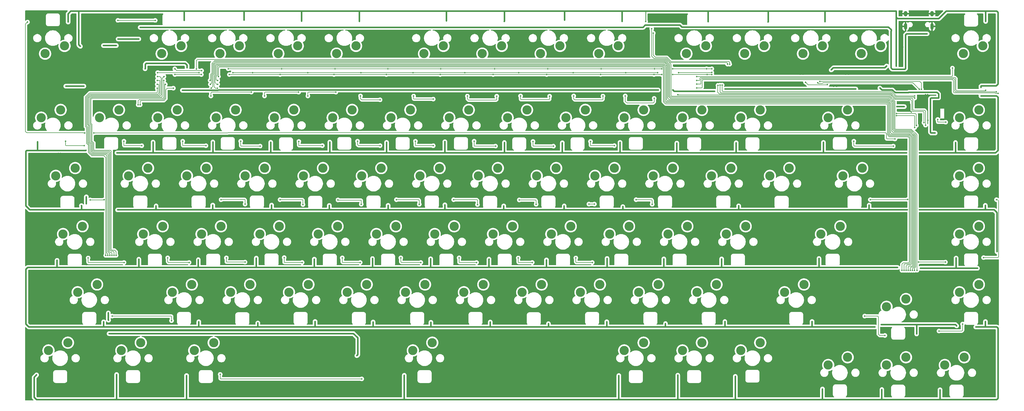
<source format=gbr>
%TF.GenerationSoftware,KiCad,Pcbnew,8.0.8*%
%TF.CreationDate,2025-06-27T17:20:43+08:00*%
%TF.ProjectId,KeyBoard,4b657942-6f61-4726-942e-6b696361645f,rev?*%
%TF.SameCoordinates,Original*%
%TF.FileFunction,Copper,L1,Top*%
%TF.FilePolarity,Positive*%
%FSLAX46Y46*%
G04 Gerber Fmt 4.6, Leading zero omitted, Abs format (unit mm)*
G04 Created by KiCad (PCBNEW 8.0.8) date 2025-06-27 17:20:43*
%MOMM*%
%LPD*%
G01*
G04 APERTURE LIST*
%TA.AperFunction,ComponentPad*%
%ADD10C,0.012500*%
%TD*%
%TA.AperFunction,ComponentPad*%
%ADD11C,3.000000*%
%TD*%
%TA.AperFunction,ComponentPad*%
%ADD12O,1.199000X1.801000*%
%TD*%
%TA.AperFunction,ComponentPad*%
%ADD13O,1.100000X1.999000*%
%TD*%
%TA.AperFunction,ViaPad*%
%ADD14C,0.500000*%
%TD*%
%TA.AperFunction,Conductor*%
%ADD15C,0.177800*%
%TD*%
%TA.AperFunction,Conductor*%
%ADD16C,0.254000*%
%TD*%
%TA.AperFunction,Conductor*%
%ADD17C,0.508000*%
%TD*%
G04 APERTURE END LIST*
D10*
%TO.P,KEY42,3*%
%TO.N,N/C*%
X426399650Y-78749600D03*
%TO.P,KEY42,4*%
X431479650Y-78749600D03*
%TO.P,KEY42,5*%
X421319650Y-78749600D03*
D11*
%TO.P,KEY42,6*%
X422589650Y-76209600D03*
%TO.P,KEY42,7*%
X428939650Y-73669600D03*
%TD*%
D10*
%TO.P,KEY10,3*%
%TO.N,N/C*%
X545461800Y-12074400D03*
%TO.P,KEY10,4*%
X540381800Y-12074400D03*
%TO.P,KEY10,5*%
X550541800Y-12074400D03*
D11*
%TO.P,KEY10,6*%
X549271800Y-14614400D03*
%TO.P,KEY10,7*%
X542921800Y-17154400D03*
%TD*%
D10*
%TO.P,KEY3,3*%
%TO.N,N/C*%
X616899650Y-40649600D03*
%TO.P,KEY3,4*%
X621979650Y-40649600D03*
%TO.P,KEY3,5*%
X611819650Y-40649600D03*
D11*
%TO.P,KEY3,6*%
X613089650Y-38109600D03*
%TO.P,KEY3,7*%
X619439650Y-35569600D03*
%TD*%
D10*
%TO.P,KEY47,3*%
%TO.N,N/C*%
X393061775Y-12074400D03*
%TO.P,KEY47,4*%
X387981775Y-12074400D03*
%TO.P,KEY47,5*%
X398141775Y-12074400D03*
D11*
%TO.P,KEY47,6*%
X396871775Y-14614400D03*
%TO.P,KEY47,7*%
X390521775Y-17154400D03*
%TD*%
D10*
%TO.P,KEY77,3*%
%TO.N,N/C*%
X593086650Y-102562300D03*
%TO.P,KEY77,4*%
X598166650Y-102562300D03*
%TO.P,KEY77,5*%
X588006650Y-102562300D03*
D11*
%TO.P,KEY77,6*%
X589276650Y-100022300D03*
%TO.P,KEY77,7*%
X595626650Y-97482300D03*
%TD*%
D10*
%TO.P,KEY76,3*%
%TO.N,N/C*%
X512124650Y-97799800D03*
%TO.P,KEY76,4*%
X517204650Y-97799800D03*
%TO.P,KEY76,5*%
X507044650Y-97799800D03*
D11*
%TO.P,KEY76,6*%
X508314650Y-95259800D03*
%TO.P,KEY76,7*%
X514664650Y-92719800D03*
%TD*%
D10*
%TO.P,KEY53,3*%
%TO.N,N/C*%
X397824150Y-97799800D03*
%TO.P,KEY53,4*%
X402904150Y-97799800D03*
%TO.P,KEY53,5*%
X392744150Y-97799800D03*
D11*
%TO.P,KEY53,6*%
X394014150Y-95259800D03*
%TO.P,KEY53,7*%
X400364150Y-92719800D03*
%TD*%
D10*
%TO.P,KEY61,3*%
%TO.N,N/C*%
X359724150Y-97799800D03*
%TO.P,KEY61,4*%
X364804150Y-97799800D03*
%TO.P,KEY61,5*%
X354644150Y-97799800D03*
D11*
%TO.P,KEY61,6*%
X355914150Y-95259800D03*
%TO.P,KEY61,7*%
X362264150Y-92719800D03*
%TD*%
D10*
%TO.P,KEY13,3*%
%TO.N,N/C*%
X574036650Y-40649600D03*
%TO.P,KEY13,4*%
X579116650Y-40649600D03*
%TO.P,KEY13,5*%
X568956650Y-40649600D03*
D11*
%TO.P,KEY13,6*%
X570226650Y-38109600D03*
%TO.P,KEY13,7*%
X576576650Y-35569600D03*
%TD*%
D10*
%TO.P,KEY45,3*%
%TO.N,N/C*%
X354961775Y-12074400D03*
%TO.P,KEY45,4*%
X349881775Y-12074400D03*
%TO.P,KEY45,5*%
X360041775Y-12074400D03*
D11*
%TO.P,KEY45,6*%
X358771775Y-14614400D03*
%TO.P,KEY45,7*%
X352421775Y-17154400D03*
%TD*%
D10*
%TO.P,KEY35,3*%
%TO.N,N/C*%
X474024650Y-97799800D03*
%TO.P,KEY35,4*%
X479104650Y-97799800D03*
%TO.P,KEY35,5*%
X468944650Y-97799800D03*
D11*
%TO.P,KEY35,6*%
X470214650Y-95259800D03*
%TO.P,KEY35,7*%
X476564650Y-92719800D03*
%TD*%
D10*
%TO.P,KEY4,3*%
%TO.N,N/C*%
X616899075Y-12074400D03*
%TO.P,KEY4,4*%
X611819075Y-12074400D03*
%TO.P,KEY4,5*%
X621979075Y-12074400D03*
D11*
%TO.P,KEY4,6*%
X620709075Y-14614400D03*
%TO.P,KEY4,7*%
X614359075Y-17154400D03*
%TD*%
D10*
%TO.P,KEY34,3*%
%TO.N,N/C*%
X483549650Y-78749600D03*
%TO.P,KEY34,4*%
X488629650Y-78749600D03*
%TO.P,KEY34,5*%
X478469650Y-78749600D03*
D11*
%TO.P,KEY34,6*%
X479739650Y-76209600D03*
%TO.P,KEY34,7*%
X486089650Y-73669600D03*
%TD*%
D10*
%TO.P,KEY28,3*%
%TO.N,N/C*%
X497836800Y-12074400D03*
%TO.P,KEY28,4*%
X492756800Y-12074400D03*
%TO.P,KEY28,5*%
X502916800Y-12074400D03*
D11*
%TO.P,KEY28,6*%
X501646800Y-14614400D03*
%TO.P,KEY28,7*%
X495296800Y-17154400D03*
%TD*%
D10*
%TO.P,KEY59,3*%
%TO.N,N/C*%
X383536650Y-59699600D03*
%TO.P,KEY59,4*%
X388616650Y-59699600D03*
%TO.P,KEY59,5*%
X378456650Y-59699600D03*
D11*
%TO.P,KEY59,6*%
X379726650Y-57159600D03*
%TO.P,KEY59,7*%
X386076650Y-54619600D03*
%TD*%
D10*
%TO.P,KEY64,3*%
%TO.N,N/C*%
X354961650Y-40649600D03*
%TO.P,KEY64,4*%
X360041650Y-40649600D03*
%TO.P,KEY64,5*%
X349881650Y-40649600D03*
D11*
%TO.P,KEY64,6*%
X351151650Y-38109600D03*
%TO.P,KEY64,7*%
X357501650Y-35569600D03*
%TD*%
D10*
%TO.P,KEY5,3*%
%TO.N,N/C*%
X616899650Y-97799800D03*
%TO.P,KEY5,4*%
X621979650Y-97799800D03*
%TO.P,KEY5,5*%
X611819650Y-97799800D03*
D11*
%TO.P,KEY5,6*%
X613089650Y-95259800D03*
%TO.P,KEY5,7*%
X619439650Y-92719800D03*
%TD*%
D10*
%TO.P,KEY73,3*%
%TO.N,N/C*%
X438305650Y-116849780D03*
%TO.P,KEY73,4*%
X443385650Y-116849780D03*
%TO.P,KEY73,5*%
X433225650Y-116849780D03*
D11*
%TO.P,KEY73,6*%
X434495650Y-114309780D03*
%TO.P,KEY73,7*%
X440845650Y-111769780D03*
%TD*%
D10*
%TO.P,KEY63,3*%
%TO.N,N/C*%
X364486650Y-59699600D03*
%TO.P,KEY63,4*%
X369566650Y-59699600D03*
%TO.P,KEY63,5*%
X359406650Y-59699600D03*
D11*
%TO.P,KEY63,6*%
X360676650Y-57159600D03*
%TO.P,KEY63,7*%
X367026650Y-54619600D03*
%TD*%
D10*
%TO.P,KEY29,3*%
%TO.N,N/C*%
X488311650Y-40649600D03*
%TO.P,KEY29,4*%
X493391650Y-40649600D03*
%TO.P,KEY29,5*%
X483231650Y-40649600D03*
D11*
%TO.P,KEY29,6*%
X484501650Y-38109600D03*
%TO.P,KEY29,7*%
X490851650Y-35569600D03*
%TD*%
D10*
%TO.P,KEY41,3*%
%TO.N,N/C*%
X435924650Y-97799800D03*
%TO.P,KEY41,4*%
X441004650Y-97799800D03*
%TO.P,KEY41,5*%
X430844650Y-97799800D03*
D11*
%TO.P,KEY41,6*%
X432114650Y-95259800D03*
%TO.P,KEY41,7*%
X438464650Y-92719800D03*
%TD*%
D10*
%TO.P,KEY49,3*%
%TO.N,N/C*%
X416874650Y-97799800D03*
%TO.P,KEY49,4*%
X421954650Y-97799800D03*
%TO.P,KEY49,5*%
X411794650Y-97799800D03*
D11*
%TO.P,KEY49,6*%
X413064650Y-95259800D03*
%TO.P,KEY49,7*%
X419414650Y-92719800D03*
%TD*%
D10*
%TO.P,KEY54,3*%
%TO.N,N/C*%
X388299150Y-78749600D03*
%TO.P,KEY54,4*%
X393379150Y-78749600D03*
%TO.P,KEY54,5*%
X383219150Y-78749600D03*
D11*
%TO.P,KEY54,6*%
X384489150Y-76209600D03*
%TO.P,KEY54,7*%
X390839150Y-73669600D03*
%TD*%
D10*
%TO.P,KEY2,3*%
%TO.N,N/C*%
X616899650Y-59699600D03*
%TO.P,KEY2,4*%
X621979650Y-59699600D03*
%TO.P,KEY2,5*%
X611819650Y-59699600D03*
D11*
%TO.P,KEY2,6*%
X613089650Y-57159600D03*
%TO.P,KEY2,7*%
X619439650Y-54619600D03*
%TD*%
D10*
%TO.P,KEY24,3*%
%TO.N,N/C*%
X502599650Y-78749600D03*
%TO.P,KEY24,4*%
X507679650Y-78749600D03*
%TO.P,KEY24,5*%
X497519650Y-78749600D03*
D11*
%TO.P,KEY24,6*%
X498789650Y-76209600D03*
%TO.P,KEY24,7*%
X505139650Y-73669600D03*
%TD*%
D10*
%TO.P,KEY69,3*%
%TO.N,N/C*%
X366867950Y-116849780D03*
%TO.P,KEY69,4*%
X371947950Y-116849780D03*
%TO.P,KEY69,5*%
X361787950Y-116849780D03*
D11*
%TO.P,KEY69,6*%
X363057950Y-114309780D03*
%TO.P,KEY69,7*%
X369407950Y-111769780D03*
%TD*%
D10*
%TO.P,KEY71,3*%
%TO.N,N/C*%
X319243050Y-116849780D03*
%TO.P,KEY71,4*%
X324323050Y-116849780D03*
%TO.P,KEY71,5*%
X314163050Y-116849780D03*
D11*
%TO.P,KEY71,6*%
X315433050Y-114309780D03*
%TO.P,KEY71,7*%
X321783050Y-111769780D03*
%TD*%
D10*
%TO.P,KEY1,3*%
%TO.N,N/C*%
X616899650Y-78749600D03*
%TO.P,KEY1,4*%
X621979650Y-78749600D03*
%TO.P,KEY1,5*%
X611819650Y-78749600D03*
D11*
%TO.P,KEY1,6*%
X613089650Y-76209600D03*
%TO.P,KEY1,7*%
X619439650Y-73669600D03*
%TD*%
D10*
%TO.P,KEY81,3*%
%TO.N,N/C*%
X345436650Y-59699600D03*
%TO.P,KEY81,4*%
X350516650Y-59699600D03*
%TO.P,KEY81,5*%
X340356650Y-59699600D03*
D11*
%TO.P,KEY81,6*%
X341626650Y-57159600D03*
%TO.P,KEY81,7*%
X347976650Y-54619600D03*
%TD*%
D10*
%TO.P,KEY62,3*%
%TO.N,N/C*%
X350199150Y-78749600D03*
%TO.P,KEY62,4*%
X355279150Y-78749600D03*
%TO.P,KEY62,5*%
X345119150Y-78749600D03*
D11*
%TO.P,KEY62,6*%
X346389150Y-76209600D03*
%TO.P,KEY62,7*%
X352739150Y-73669600D03*
%TD*%
D10*
%TO.P,KEY66,3*%
%TO.N,N/C*%
X321624350Y-59699600D03*
%TO.P,KEY66,4*%
X326704350Y-59699600D03*
%TO.P,KEY66,5*%
X316544350Y-59699600D03*
D11*
%TO.P,KEY66,6*%
X317814350Y-57159600D03*
%TO.P,KEY66,7*%
X324164350Y-54619600D03*
%TD*%
D10*
%TO.P,KEY15,3*%
%TO.N,N/C*%
X526411650Y-40649600D03*
%TO.P,KEY15,4*%
X531491650Y-40649600D03*
%TO.P,KEY15,5*%
X521331650Y-40649600D03*
D11*
%TO.P,KEY15,6*%
X522601650Y-38109600D03*
%TO.P,KEY15,7*%
X528951650Y-35569600D03*
%TD*%
D10*
%TO.P,KEY30,3*%
%TO.N,N/C*%
X497836650Y-59699600D03*
%TO.P,KEY30,4*%
X502916650Y-59699600D03*
%TO.P,KEY30,5*%
X492756650Y-59699600D03*
D11*
%TO.P,KEY30,6*%
X494026650Y-57159600D03*
%TO.P,KEY30,7*%
X500376650Y-54619600D03*
%TD*%
D10*
%TO.P,KEY9,3*%
%TO.N,N/C*%
X526412075Y-12074400D03*
%TO.P,KEY9,4*%
X521332075Y-12074400D03*
%TO.P,KEY9,5*%
X531492075Y-12074400D03*
D11*
%TO.P,KEY9,6*%
X530222075Y-14614400D03*
%TO.P,KEY9,7*%
X523872075Y-17154400D03*
%TD*%
D10*
%TO.P,KEY14,3*%
%TO.N,N/C*%
X545461650Y-40649600D03*
%TO.P,KEY14,4*%
X550541650Y-40649600D03*
%TO.P,KEY14,5*%
X540381650Y-40649600D03*
D11*
%TO.P,KEY14,6*%
X541651650Y-38109600D03*
%TO.P,KEY14,7*%
X548001650Y-35569600D03*
%TD*%
D10*
%TO.P,KEY72,3*%
%TO.N,N/C*%
X328768050Y-97799800D03*
%TO.P,KEY72,4*%
X333848050Y-97799800D03*
%TO.P,KEY72,5*%
X323688050Y-97799800D03*
D11*
%TO.P,KEY72,6*%
X324958050Y-95259800D03*
%TO.P,KEY72,7*%
X331308050Y-92719800D03*
%TD*%
D10*
%TO.P,KEY38,3*%
%TO.N,N/C*%
X445449650Y-78749600D03*
%TO.P,KEY38,4*%
X450529650Y-78749600D03*
%TO.P,KEY38,5*%
X440369650Y-78749600D03*
D11*
%TO.P,KEY38,6*%
X441639650Y-76209600D03*
%TO.P,KEY38,7*%
X447989650Y-73669600D03*
%TD*%
D10*
%TO.P,KEY36,3*%
%TO.N,N/C*%
X464499650Y-78749600D03*
%TO.P,KEY36,4*%
X469579650Y-78749600D03*
%TO.P,KEY36,5*%
X459419650Y-78749600D03*
D11*
%TO.P,KEY36,6*%
X460689650Y-76209600D03*
%TO.P,KEY36,7*%
X467039650Y-73669600D03*
%TD*%
D10*
%TO.P,KEY57,3*%
%TO.N,N/C*%
X378774150Y-97799800D03*
%TO.P,KEY57,4*%
X383854150Y-97799800D03*
%TO.P,KEY57,5*%
X373694150Y-97799800D03*
D11*
%TO.P,KEY57,6*%
X374964150Y-95259800D03*
%TO.P,KEY57,7*%
X381314150Y-92719800D03*
%TD*%
D10*
%TO.P,KEY60,3*%
%TO.N,N/C*%
X374011650Y-40649600D03*
%TO.P,KEY60,4*%
X379091650Y-40649600D03*
%TO.P,KEY60,5*%
X368931650Y-40649600D03*
D11*
%TO.P,KEY60,6*%
X370201650Y-38109600D03*
%TO.P,KEY60,7*%
X376551650Y-35569600D03*
%TD*%
D10*
%TO.P,KEY16,3*%
%TO.N,N/C*%
X507361650Y-40649600D03*
%TO.P,KEY16,4*%
X512441650Y-40649600D03*
%TO.P,KEY16,5*%
X502281650Y-40649600D03*
D11*
%TO.P,KEY16,6*%
X503551650Y-38109600D03*
%TO.P,KEY16,7*%
X509901650Y-35569600D03*
%TD*%
D10*
%TO.P,KEY82,3*%
%TO.N,N/C*%
X335911525Y-40649600D03*
%TO.P,KEY82,4*%
X340991525Y-40649600D03*
%TO.P,KEY82,5*%
X330831525Y-40649600D03*
D11*
%TO.P,KEY82,6*%
X332101525Y-38109600D03*
%TO.P,KEY82,7*%
X338451525Y-35569600D03*
%TD*%
D10*
%TO.P,KEY20,3*%
%TO.N,N/C*%
X516886650Y-59699600D03*
%TO.P,KEY20,4*%
X521966650Y-59699600D03*
%TO.P,KEY20,5*%
X511806650Y-59699600D03*
D11*
%TO.P,KEY20,6*%
X513076650Y-57159600D03*
%TO.P,KEY20,7*%
X519426650Y-54619600D03*
%TD*%
D10*
%TO.P,KEY40,3*%
%TO.N,N/C*%
X450211650Y-40649600D03*
%TO.P,KEY40,4*%
X455291650Y-40649600D03*
%TO.P,KEY40,5*%
X445131650Y-40649600D03*
D11*
%TO.P,KEY40,6*%
X446401650Y-38109600D03*
%TO.P,KEY40,7*%
X452751650Y-35569600D03*
%TD*%
D10*
%TO.P,KEY78,3*%
%TO.N,N/C*%
X545461650Y-116849780D03*
%TO.P,KEY78,4*%
X550541650Y-116849780D03*
%TO.P,KEY78,5*%
X540381650Y-116849780D03*
D11*
%TO.P,KEY78,6*%
X541651650Y-114309780D03*
%TO.P,KEY78,7*%
X548001650Y-111769780D03*
%TD*%
D10*
%TO.P,KEY23,3*%
%TO.N,N/C*%
X521649650Y-78749600D03*
%TO.P,KEY23,4*%
X526729650Y-78749600D03*
%TO.P,KEY23,5*%
X516569650Y-78749600D03*
D11*
%TO.P,KEY23,6*%
X517839650Y-76209600D03*
%TO.P,KEY23,7*%
X524189650Y-73669600D03*
%TD*%
D10*
%TO.P,KEY75,3*%
%TO.N,N/C*%
X531174650Y-97799800D03*
%TO.P,KEY75,4*%
X536254650Y-97799800D03*
%TO.P,KEY75,5*%
X526094650Y-97799800D03*
D11*
%TO.P,KEY75,6*%
X527364650Y-95259800D03*
%TO.P,KEY75,7*%
X533714650Y-92719800D03*
%TD*%
D10*
%TO.P,KEY65,3*%
%TO.N,N/C*%
X324005550Y-78749600D03*
%TO.P,KEY65,4*%
X329085550Y-78749600D03*
%TO.P,KEY65,5*%
X318925550Y-78749600D03*
D11*
%TO.P,KEY65,6*%
X320195550Y-76209600D03*
%TO.P,KEY65,7*%
X326545550Y-73669600D03*
%TD*%
D10*
%TO.P,KEY48,3*%
%TO.N,N/C*%
X412110950Y-12074400D03*
%TO.P,KEY48,4*%
X407030950Y-12074400D03*
%TO.P,KEY48,5*%
X417190950Y-12074400D03*
D11*
%TO.P,KEY48,6*%
X415920950Y-14614400D03*
%TO.P,KEY48,7*%
X409570950Y-17154400D03*
%TD*%
D10*
%TO.P,KEY27,3*%
%TO.N,N/C*%
X478786800Y-12074400D03*
%TO.P,KEY27,4*%
X473706800Y-12074400D03*
%TO.P,KEY27,5*%
X483866800Y-12074400D03*
D11*
%TO.P,KEY27,6*%
X482596800Y-14614400D03*
%TO.P,KEY27,7*%
X476246800Y-17154400D03*
%TD*%
D10*
%TO.P,KEY33,3*%
%TO.N,N/C*%
X469261650Y-40649600D03*
%TO.P,KEY33,4*%
X474341650Y-40649600D03*
%TO.P,KEY33,5*%
X464181650Y-40649600D03*
D11*
%TO.P,KEY33,6*%
X465451650Y-38109600D03*
%TO.P,KEY33,7*%
X471801650Y-35569600D03*
%TD*%
D10*
%TO.P,KEY80,3*%
%TO.N,N/C*%
X507361650Y-116849780D03*
%TO.P,KEY80,4*%
X512441650Y-116849780D03*
%TO.P,KEY80,5*%
X502281650Y-116849780D03*
D11*
%TO.P,KEY80,6*%
X503551650Y-114309780D03*
%TO.P,KEY80,7*%
X509901650Y-111769780D03*
%TD*%
D10*
%TO.P,KEY25,3*%
%TO.N,N/C*%
X440686800Y-12074400D03*
%TO.P,KEY25,4*%
X435606800Y-12074400D03*
%TO.P,KEY25,5*%
X445766800Y-12074400D03*
D11*
%TO.P,KEY25,6*%
X444496800Y-14614400D03*
%TO.P,KEY25,7*%
X438146800Y-17154400D03*
%TD*%
D10*
%TO.P,KEY31,3*%
%TO.N,N/C*%
X493074650Y-97799800D03*
%TO.P,KEY31,4*%
X498154650Y-97799800D03*
%TO.P,KEY31,5*%
X487994650Y-97799800D03*
D11*
%TO.P,KEY31,6*%
X489264650Y-95259800D03*
%TO.P,KEY31,7*%
X495614650Y-92719800D03*
%TD*%
D10*
%TO.P,KEY70,3*%
%TO.N,N/C*%
X343055450Y-116849780D03*
%TO.P,KEY70,4*%
X348135450Y-116849780D03*
%TO.P,KEY70,5*%
X337975450Y-116849780D03*
D11*
%TO.P,KEY70,6*%
X339245450Y-114309780D03*
%TO.P,KEY70,7*%
X345595450Y-111769780D03*
%TD*%
D10*
%TO.P,KEY56,3*%
%TO.N,N/C*%
X393061650Y-40649600D03*
%TO.P,KEY56,4*%
X398141650Y-40649600D03*
%TO.P,KEY56,5*%
X387981650Y-40649600D03*
D11*
%TO.P,KEY56,6*%
X389251650Y-38109600D03*
%TO.P,KEY56,7*%
X395601650Y-35569600D03*
%TD*%
D10*
%TO.P,KEY12,3*%
%TO.N,N/C*%
X583561800Y-12074400D03*
%TO.P,KEY12,4*%
X578481800Y-12074400D03*
%TO.P,KEY12,5*%
X588641800Y-12074400D03*
D11*
%TO.P,KEY12,6*%
X587371800Y-14614400D03*
%TO.P,KEY12,7*%
X581021800Y-17154400D03*
%TD*%
D10*
%TO.P,KEY18,3*%
%TO.N,N/C*%
X554986650Y-59699600D03*
%TO.P,KEY18,4*%
X560066650Y-59699600D03*
%TO.P,KEY18,5*%
X549906650Y-59699600D03*
D11*
%TO.P,KEY18,6*%
X551176650Y-57159600D03*
%TO.P,KEY18,7*%
X557526650Y-54619600D03*
%TD*%
D10*
%TO.P,KEY6,3*%
%TO.N,N/C*%
X612136650Y-121612270D03*
%TO.P,KEY6,4*%
X617216650Y-121612270D03*
%TO.P,KEY6,5*%
X607056650Y-121612270D03*
D11*
%TO.P,KEY6,6*%
X608326650Y-119072270D03*
%TO.P,KEY6,7*%
X614676650Y-116532270D03*
%TD*%
D10*
%TO.P,KEY74,3*%
%TO.N,N/C*%
X559749650Y-97799800D03*
%TO.P,KEY74,4*%
X564829650Y-97799800D03*
%TO.P,KEY74,5*%
X554669650Y-97799800D03*
D11*
%TO.P,KEY74,6*%
X555939650Y-95259800D03*
%TO.P,KEY74,7*%
X562289650Y-92719800D03*
%TD*%
D10*
%TO.P,KEY37,3*%
%TO.N,N/C*%
X454974650Y-97799800D03*
%TO.P,KEY37,4*%
X460054650Y-97799800D03*
%TO.P,KEY37,5*%
X449894650Y-97799800D03*
D11*
%TO.P,KEY37,6*%
X451164650Y-95259800D03*
%TO.P,KEY37,7*%
X457514650Y-92719800D03*
%TD*%
D10*
%TO.P,KEY17,3*%
%TO.N,N/C*%
X578799650Y-59699600D03*
%TO.P,KEY17,4*%
X583879650Y-59699600D03*
%TO.P,KEY17,5*%
X573719650Y-59699600D03*
D11*
%TO.P,KEY17,6*%
X574989650Y-57159600D03*
%TO.P,KEY17,7*%
X581339650Y-54619600D03*
%TD*%
D10*
%TO.P,KEY22,3*%
%TO.N,N/C*%
X540699650Y-78749600D03*
%TO.P,KEY22,4*%
X545779650Y-78749600D03*
%TO.P,KEY22,5*%
X535619650Y-78749600D03*
D11*
%TO.P,KEY22,6*%
X536889650Y-76209600D03*
%TO.P,KEY22,7*%
X543239650Y-73669600D03*
%TD*%
D10*
%TO.P,KEY79,3*%
%TO.N,N/C*%
X526411650Y-116849780D03*
%TO.P,KEY79,4*%
X531491650Y-116849780D03*
%TO.P,KEY79,5*%
X521331650Y-116849780D03*
D11*
%TO.P,KEY79,6*%
X522601650Y-114309780D03*
%TO.P,KEY79,7*%
X528951650Y-111769780D03*
%TD*%
D10*
%TO.P,KEY19,3*%
%TO.N,N/C*%
X535936650Y-59699600D03*
%TO.P,KEY19,4*%
X541016650Y-59699600D03*
%TO.P,KEY19,5*%
X530856650Y-59699600D03*
D11*
%TO.P,KEY19,6*%
X532126650Y-57159600D03*
%TO.P,KEY19,7*%
X538476650Y-54619600D03*
%TD*%
D10*
%TO.P,KEY7,3*%
%TO.N,N/C*%
X593086650Y-121612270D03*
%TO.P,KEY7,4*%
X598166650Y-121612270D03*
%TO.P,KEY7,5*%
X588006650Y-121612270D03*
D11*
%TO.P,KEY7,6*%
X589276650Y-119072270D03*
%TO.P,KEY7,7*%
X595626650Y-116532270D03*
%TD*%
D10*
%TO.P,KEY11,3*%
%TO.N,N/C*%
X564512075Y-12074400D03*
%TO.P,KEY11,4*%
X559432075Y-12074400D03*
%TO.P,KEY11,5*%
X569592075Y-12074400D03*
D11*
%TO.P,KEY11,6*%
X568322075Y-14614400D03*
%TO.P,KEY11,7*%
X561972075Y-17154400D03*
%TD*%
D10*
%TO.P,KEY67,3*%
%TO.N,N/C*%
X316861725Y-40649600D03*
%TO.P,KEY67,4*%
X321941725Y-40649600D03*
%TO.P,KEY67,5*%
X311781725Y-40649600D03*
D11*
%TO.P,KEY67,6*%
X313051725Y-38109600D03*
%TO.P,KEY67,7*%
X319401725Y-35569600D03*
%TD*%
D10*
%TO.P,KEY68,3*%
%TO.N,N/C*%
X316861725Y-12074400D03*
%TO.P,KEY68,4*%
X311781725Y-12074400D03*
%TO.P,KEY68,5*%
X321941725Y-12074400D03*
D11*
%TO.P,KEY68,6*%
X320671725Y-14614400D03*
%TO.P,KEY68,7*%
X314321725Y-17154400D03*
%TD*%
D10*
%TO.P,KEY52,3*%
%TO.N,N/C*%
X412111650Y-40649600D03*
%TO.P,KEY52,4*%
X417191650Y-40649600D03*
%TO.P,KEY52,5*%
X407031650Y-40649600D03*
D11*
%TO.P,KEY52,6*%
X408301650Y-38109600D03*
%TO.P,KEY52,7*%
X414651650Y-35569600D03*
%TD*%
D10*
%TO.P,KEY26,3*%
%TO.N,N/C*%
X459737075Y-12074400D03*
%TO.P,KEY26,4*%
X454657075Y-12074400D03*
%TO.P,KEY26,5*%
X464817075Y-12074400D03*
D11*
%TO.P,KEY26,6*%
X463547075Y-14614400D03*
%TO.P,KEY26,7*%
X457197075Y-17154400D03*
%TD*%
D10*
%TO.P,KEY44,3*%
%TO.N,N/C*%
X431161650Y-40649600D03*
%TO.P,KEY44,4*%
X436241650Y-40649600D03*
%TO.P,KEY44,5*%
X426081650Y-40649600D03*
D11*
%TO.P,KEY44,6*%
X427351650Y-38109600D03*
%TO.P,KEY44,7*%
X433701650Y-35569600D03*
%TD*%
D10*
%TO.P,KEY21,3*%
%TO.N,N/C*%
X571655650Y-78749600D03*
%TO.P,KEY21,4*%
X576735650Y-78749600D03*
%TO.P,KEY21,5*%
X566575650Y-78749600D03*
D11*
%TO.P,KEY21,6*%
X567845650Y-76209600D03*
%TO.P,KEY21,7*%
X574195650Y-73669600D03*
%TD*%
D10*
%TO.P,KEY51,3*%
%TO.N,N/C*%
X421636650Y-59699600D03*
%TO.P,KEY51,4*%
X426716650Y-59699600D03*
%TO.P,KEY51,5*%
X416556650Y-59699600D03*
D11*
%TO.P,KEY51,6*%
X417826650Y-57159600D03*
%TO.P,KEY51,7*%
X424176650Y-54619600D03*
%TD*%
D10*
%TO.P,KEY58,3*%
%TO.N,N/C*%
X369249150Y-78749600D03*
%TO.P,KEY58,4*%
X374329150Y-78749600D03*
%TO.P,KEY58,5*%
X364169150Y-78749600D03*
D11*
%TO.P,KEY58,6*%
X365439150Y-76209600D03*
%TO.P,KEY58,7*%
X371789150Y-73669600D03*
%TD*%
D10*
%TO.P,KEY32,3*%
%TO.N,N/C*%
X478786650Y-59699600D03*
%TO.P,KEY32,4*%
X483866650Y-59699600D03*
%TO.P,KEY32,5*%
X473706650Y-59699600D03*
D11*
%TO.P,KEY32,6*%
X474976650Y-57159600D03*
%TO.P,KEY32,7*%
X481326650Y-54619600D03*
%TD*%
D12*
%TO.P,USBC1,0,0*%
%TO.N,GND*%
X595529500Y-4066000D03*
D13*
X595529500Y-8264500D03*
D12*
X604170500Y-4066000D03*
D13*
X604170500Y-8264500D03*
%TD*%
D10*
%TO.P,KEY39,3*%
%TO.N,N/C*%
X459736650Y-59699600D03*
%TO.P,KEY39,4*%
X464816650Y-59699600D03*
%TO.P,KEY39,5*%
X454656650Y-59699600D03*
D11*
%TO.P,KEY39,6*%
X455926650Y-57159600D03*
%TO.P,KEY39,7*%
X462276650Y-54619600D03*
%TD*%
D10*
%TO.P,KEY55,3*%
%TO.N,N/C*%
X402586650Y-59699600D03*
%TO.P,KEY55,4*%
X407666650Y-59699600D03*
%TO.P,KEY55,5*%
X397506650Y-59699600D03*
D11*
%TO.P,KEY55,6*%
X398776650Y-57159600D03*
%TO.P,KEY55,7*%
X405126650Y-54619600D03*
%TD*%
D10*
%TO.P,KEY8,3*%
%TO.N,N/C*%
X574036650Y-121612270D03*
%TO.P,KEY8,4*%
X579116650Y-121612270D03*
%TO.P,KEY8,5*%
X568956650Y-121612270D03*
D11*
%TO.P,KEY8,6*%
X570226650Y-119072270D03*
%TO.P,KEY8,7*%
X576576650Y-116532270D03*
%TD*%
D10*
%TO.P,KEY50,3*%
%TO.N,N/C*%
X407349650Y-78749600D03*
%TO.P,KEY50,4*%
X412429650Y-78749600D03*
%TO.P,KEY50,5*%
X402269650Y-78749600D03*
D11*
%TO.P,KEY50,6*%
X403539650Y-76209600D03*
%TO.P,KEY50,7*%
X409889650Y-73669600D03*
%TD*%
D10*
%TO.P,KEY46,3*%
%TO.N,N/C*%
X374011650Y-12074400D03*
%TO.P,KEY46,4*%
X368931650Y-12074400D03*
%TO.P,KEY46,5*%
X379091650Y-12074400D03*
D11*
%TO.P,KEY46,6*%
X377821650Y-14614400D03*
%TO.P,KEY46,7*%
X371471650Y-17154400D03*
%TD*%
D10*
%TO.P,KEY43,3*%
%TO.N,N/C*%
X440686650Y-59699600D03*
%TO.P,KEY43,4*%
X445766650Y-59699600D03*
%TO.P,KEY43,5*%
X435606650Y-59699600D03*
D11*
%TO.P,KEY43,6*%
X436876650Y-57159600D03*
%TO.P,KEY43,7*%
X443226650Y-54619600D03*
%TD*%
D14*
%TO.N,GND*%
X594900000Y-45600000D03*
X594600000Y-15000000D03*
X544000000Y-112000000D03*
X534100000Y-54100000D03*
X564900000Y-17000000D03*
X356000000Y-18000000D03*
X437000000Y-111000000D03*
X482000000Y-74000000D03*
X526100000Y-35000000D03*
X318000000Y-18100000D03*
X547700000Y-26800000D03*
X394000000Y-18000000D03*
X617800000Y-17900000D03*
X436000000Y-93000000D03*
X328000000Y-92000000D03*
X616000000Y-35900000D03*
X440200000Y-54000000D03*
X586400000Y-23000000D03*
X414800000Y-114400000D03*
X622300000Y-118600000D03*
X473000000Y-92900000D03*
X391900000Y-36100000D03*
X459100000Y-55000000D03*
X602200000Y-18200000D03*
X474000000Y-92900000D03*
X573900000Y-35000000D03*
X415700000Y-62200000D03*
X592000000Y-116900000D03*
X365900000Y-111900000D03*
X594900000Y-46300000D03*
X382100000Y-55000000D03*
X469000000Y-36000000D03*
X578100000Y-55100000D03*
X480000000Y-18000000D03*
X318000000Y-17100000D03*
X322900000Y-74000000D03*
X602700000Y-31300000D03*
X547800000Y-22100000D03*
X333700000Y-23800000D03*
X570100000Y-73000000D03*
X350000000Y-72900000D03*
X414000000Y-17000000D03*
X400900000Y-54000000D03*
X586300000Y-20400000D03*
X450000000Y-35000000D03*
X342000000Y-111000000D03*
X425100000Y-74000000D03*
X527800000Y-101400000D03*
X310300000Y-99000000D03*
X606100000Y-8500000D03*
X615000000Y-54000000D03*
X435000000Y-92000000D03*
X395000000Y-17000000D03*
X605800000Y-3900000D03*
X343000000Y-112000000D03*
X315600000Y-64700000D03*
X617800000Y-128600000D03*
X336200000Y-23800000D03*
X545100000Y-36000000D03*
X443000000Y-18100000D03*
X594200000Y-45600000D03*
X602900000Y-18900000D03*
X510700000Y-9300000D03*
X413900000Y-30800000D03*
X318500000Y-62000000D03*
X593700000Y-3900000D03*
X463100000Y-73000000D03*
X341500000Y-4400000D03*
X415300000Y-79100000D03*
X522000000Y-74000000D03*
X334400000Y-23800000D03*
X332300000Y-5100000D03*
X480000000Y-17000000D03*
X595100000Y-33300000D03*
X319000000Y-112100000D03*
X591400000Y-27400000D03*
X336000000Y-36000000D03*
X452200000Y-101500000D03*
X546200000Y-22100000D03*
X597400000Y-129400000D03*
X321000000Y-54000000D03*
X321200000Y-102500000D03*
X483000000Y-74000000D03*
X395000000Y-18000000D03*
X444000000Y-73000000D03*
X593000000Y-97000000D03*
X528000000Y-18000000D03*
X443000000Y-17100000D03*
X617000000Y-74000000D03*
X611000000Y-116000000D03*
X594200000Y-46300000D03*
X521000000Y-74000000D03*
X544600000Y-127900000D03*
X516000000Y-54000000D03*
X624000000Y-24000000D03*
X348700000Y-4500000D03*
X525100000Y-36000000D03*
X506000000Y-35000000D03*
X495700000Y-30400000D03*
X349000000Y-73900000D03*
X600000000Y-3700000D03*
X528000000Y-17000000D03*
X552900000Y-54000000D03*
X321900000Y-103200000D03*
X376000000Y-18000000D03*
X580500000Y-20500000D03*
X468000000Y-36000000D03*
X571100000Y-73000000D03*
X597399683Y-36283300D03*
X583900000Y-17000000D03*
X544100000Y-36000000D03*
X512000000Y-92100000D03*
X431000000Y-35000000D03*
X311700000Y-5500000D03*
X520900000Y-5000000D03*
X602200000Y-18900000D03*
X453800000Y-93000000D03*
X499900000Y-17000000D03*
X317800000Y-61300000D03*
X320000000Y-54000000D03*
X553900000Y-55000000D03*
X545100000Y-35000000D03*
X356500000Y-31000000D03*
X355000000Y-36100000D03*
X623000000Y-118600000D03*
X618800000Y-16900000D03*
X441000000Y-125100000D03*
X599300000Y-3700000D03*
X560100000Y-26900000D03*
X507100000Y-111000000D03*
X436000000Y-92000000D03*
X341500000Y-5100000D03*
X598600000Y-13000000D03*
X321000000Y-55000000D03*
X359800000Y-31000000D03*
X615000000Y-55000000D03*
X407200000Y-128500000D03*
X608550000Y-36800000D03*
X572000000Y-27900000D03*
X314900000Y-36000000D03*
X506000000Y-36000000D03*
X481000000Y-17000000D03*
X363100000Y-55000000D03*
X343000000Y-111000000D03*
X335000000Y-35000000D03*
X575900000Y-23900000D03*
X430000000Y-36000000D03*
X383100000Y-55000000D03*
X586500000Y-9800000D03*
X599900000Y-7500000D03*
X617000000Y-93100000D03*
X577100000Y-54100000D03*
X587200000Y-10500000D03*
X493000000Y-92000000D03*
X344000000Y-55000000D03*
X526000000Y-111000000D03*
X546900000Y-26800000D03*
X413900000Y-31500000D03*
X440200000Y-55000000D03*
X574000000Y-116900000D03*
X590700000Y-27400000D03*
X496600000Y-54000000D03*
X386900000Y-74000000D03*
X315900000Y-35000000D03*
X574000000Y-115900000D03*
X392000000Y-30700000D03*
X602000000Y-44500000D03*
X512900000Y-5000000D03*
X349000000Y-72900000D03*
X413000000Y-17000000D03*
X334400000Y-23100000D03*
X336000000Y-35000000D03*
X327800000Y-86200000D03*
X547000000Y-18000000D03*
X328000000Y-93000000D03*
X497600000Y-54000000D03*
X342200000Y-4400000D03*
X565900000Y-18000000D03*
X478100000Y-54000000D03*
X512000000Y-93100000D03*
X310300000Y-99700000D03*
X383100000Y-54000000D03*
X527000000Y-18000000D03*
X352600000Y-21800000D03*
X418300000Y-117900000D03*
X526000000Y-112000000D03*
X417600000Y-117900000D03*
X441700000Y-125800000D03*
X522000000Y-73000000D03*
X366900000Y-110900000D03*
X445000000Y-73000000D03*
X317800000Y-62000000D03*
X375000000Y-18000000D03*
X515000000Y-55000000D03*
X317000000Y-17100000D03*
X544000000Y-111000000D03*
X496600000Y-55000000D03*
X387900000Y-73000000D03*
X439200000Y-54000000D03*
X376000000Y-17000000D03*
X588100000Y-107800000D03*
X332300000Y-4400000D03*
X311000000Y-99700000D03*
X520900000Y-4300000D03*
X431000000Y-36000000D03*
X561000000Y-23900000D03*
X564900000Y-18000000D03*
X442000000Y-18100000D03*
X509600000Y-31000000D03*
X616000000Y-54000000D03*
X545300000Y-127900000D03*
X527000000Y-17000000D03*
X331600000Y-5100000D03*
X318600000Y-49800000D03*
X345000000Y-54000000D03*
X548300000Y-125700000D03*
X541000000Y-73000000D03*
X398000000Y-93000000D03*
X418300000Y-117200000D03*
X617000000Y-35900000D03*
X322100000Y-125400000D03*
X417600000Y-117200000D03*
X485100000Y-35100000D03*
X605700000Y-17300000D03*
X345000000Y-55000000D03*
X438000000Y-111000000D03*
X411900000Y-35100000D03*
X342200000Y-5100000D03*
X530000000Y-92000000D03*
X577100000Y-55100000D03*
X359000000Y-93100000D03*
X617800000Y-16900000D03*
X359000000Y-92100000D03*
X406000000Y-73900000D03*
X587000000Y-20400000D03*
X525000000Y-112000000D03*
X581200000Y-20500000D03*
X545000000Y-112000000D03*
X441700000Y-125100000D03*
X616000000Y-55000000D03*
X407900000Y-128500000D03*
X599200000Y-6800000D03*
X525000000Y-111000000D03*
X426100000Y-73000000D03*
X601600000Y-13000000D03*
X617000000Y-73000000D03*
X414800000Y-115100000D03*
X601300000Y-43800000D03*
X411900000Y-36100000D03*
X531000000Y-93000000D03*
X468000000Y-35000000D03*
X592000000Y-97000000D03*
X350000000Y-73900000D03*
X616000000Y-34900000D03*
X311600000Y-90400000D03*
X622300000Y-119300000D03*
X425100000Y-73000000D03*
X369000000Y-73000000D03*
X407000000Y-72900000D03*
X329000000Y-92000000D03*
X499900000Y-18000000D03*
X532200000Y-26900000D03*
X356000000Y-17000000D03*
X599300000Y-4400000D03*
X534100000Y-55100000D03*
X492000000Y-92000000D03*
X342000000Y-112000000D03*
X321200000Y-103200000D03*
X478100000Y-55000000D03*
X482000000Y-73000000D03*
X340700000Y-16700000D03*
X373000000Y-37900000D03*
X587000000Y-19700000D03*
X507100000Y-112000000D03*
X318000000Y-111100000D03*
X355000000Y-18000000D03*
X477100000Y-54000000D03*
X612100000Y-4300000D03*
X454800000Y-93000000D03*
X319300000Y-49800000D03*
X410900000Y-36100000D03*
X578100000Y-54100000D03*
X604300000Y-11331800D03*
X354000000Y-36100000D03*
X572900000Y-36000000D03*
X316300000Y-64700000D03*
X366900000Y-111900000D03*
X545000000Y-111000000D03*
X414600000Y-78400000D03*
X594000000Y-8300000D03*
X397000000Y-92000000D03*
X315900000Y-36000000D03*
X310900000Y-90400000D03*
X347400000Y-124300000D03*
X458100000Y-54000000D03*
X540000000Y-74000000D03*
X560000000Y-92000000D03*
X498900000Y-18000000D03*
X493000000Y-93000000D03*
X378000000Y-92000000D03*
X414600000Y-79100000D03*
X314900000Y-35000000D03*
X612000000Y-117000000D03*
X450000000Y-36000000D03*
X319300000Y-50500000D03*
X437000000Y-112000000D03*
X580500000Y-19800000D03*
X420100000Y-54000000D03*
X529200000Y-125400000D03*
X572900000Y-35000000D03*
X426100000Y-74000000D03*
X348000000Y-4500000D03*
X413000000Y-18000000D03*
X391900000Y-35100000D03*
X392900000Y-35100000D03*
X415000000Y-62200000D03*
X355000000Y-17000000D03*
X310900000Y-89700000D03*
X344000000Y-54000000D03*
X439200000Y-55000000D03*
X364100000Y-55000000D03*
X573000000Y-116900000D03*
X417100000Y-93000000D03*
X323900000Y-74000000D03*
X319000000Y-111100000D03*
X318000000Y-112100000D03*
X570100000Y-74000000D03*
X481000000Y-18000000D03*
X360000000Y-92100000D03*
X502000000Y-74100000D03*
X386900000Y-73000000D03*
X340000000Y-16000000D03*
X544100000Y-35000000D03*
X368000000Y-74000000D03*
X490200000Y-101500000D03*
X600000000Y-4400000D03*
X560000000Y-93000000D03*
X616000000Y-73000000D03*
X602900000Y-18200000D03*
X462000000Y-17000000D03*
X435000000Y-93000000D03*
X511000000Y-93100000D03*
X583900000Y-16000000D03*
X449000000Y-36000000D03*
X375000000Y-17000000D03*
X415300000Y-78400000D03*
X373000000Y-36900000D03*
X415500000Y-114400000D03*
X616000000Y-74000000D03*
X420100000Y-55000000D03*
X602000000Y-43800000D03*
X617000000Y-92100000D03*
X453800000Y-92000000D03*
X516000000Y-55000000D03*
X501000000Y-73100000D03*
X612100000Y-5000000D03*
X415000000Y-62900000D03*
X602800000Y-39000000D03*
X511400000Y-10000000D03*
X311000000Y-4800000D03*
X602000000Y-30600000D03*
X602000000Y-31300000D03*
X485100000Y-34100000D03*
X311000000Y-99000000D03*
X329000000Y-93000000D03*
X318600000Y-50500000D03*
X398000000Y-92000000D03*
X515000000Y-54000000D03*
X392900000Y-36100000D03*
X521000000Y-73000000D03*
X498900000Y-17000000D03*
X571100000Y-74000000D03*
X379000000Y-93000000D03*
X587100000Y-23000000D03*
X591400000Y-28100000D03*
X586300000Y-19700000D03*
X333700000Y-23100000D03*
X443200000Y-30400000D03*
X501000000Y-74100000D03*
X587100000Y-23700000D03*
X602000000Y-58000000D03*
X573900000Y-36000000D03*
X562000000Y-23900000D03*
X484100000Y-35100000D03*
X348700000Y-5200000D03*
X611400000Y-4300000D03*
X605700000Y-16600000D03*
X382100000Y-54000000D03*
X336900000Y-23800000D03*
X546000000Y-18000000D03*
X507000000Y-36000000D03*
X416100000Y-93000000D03*
X502000000Y-73100000D03*
X520200000Y-4300000D03*
X417100000Y-92000000D03*
X510700000Y-10000000D03*
X421100000Y-54000000D03*
X421100000Y-55000000D03*
X415500000Y-115100000D03*
X369000000Y-74000000D03*
X573000000Y-27900000D03*
X605000000Y-17300000D03*
X593000000Y-115900000D03*
X602700000Y-30600000D03*
X507000000Y-35000000D03*
X577000000Y-129400000D03*
X624000000Y-25000000D03*
X438000000Y-112000000D03*
X426000000Y-31000000D03*
X360500000Y-31000000D03*
X428100000Y-30900000D03*
X565900000Y-17000000D03*
X400900000Y-55000000D03*
X317000000Y-18100000D03*
X318500000Y-61300000D03*
X352600000Y-22500000D03*
X535100000Y-54100000D03*
X483000000Y-73000000D03*
X587200000Y-9800000D03*
X546000000Y-17000000D03*
X397000000Y-93000000D03*
X331600000Y-4400000D03*
X616000000Y-93100000D03*
X547000000Y-17000000D03*
X445000000Y-74000000D03*
X368000000Y-73000000D03*
X459100000Y-54000000D03*
X520200000Y-5000000D03*
X506100000Y-112000000D03*
X592000000Y-98000000D03*
X510100000Y-125400000D03*
X378000000Y-93000000D03*
X593000000Y-98000000D03*
X322900000Y-73000000D03*
X511900000Y-5000000D03*
X590700000Y-28100000D03*
X526100000Y-36000000D03*
X321900000Y-102500000D03*
X478300000Y-30300000D03*
X311700000Y-4800000D03*
X599900000Y-6800000D03*
X360000000Y-93100000D03*
X559000000Y-93000000D03*
X603000000Y-59000000D03*
X593000000Y-116900000D03*
X464100000Y-74000000D03*
X430000000Y-35000000D03*
X340000000Y-16700000D03*
X605000000Y-16600000D03*
X360500000Y-31700000D03*
X316300000Y-65400000D03*
X586500000Y-10500000D03*
X458100000Y-55000000D03*
X608800000Y-43100000D03*
X461000000Y-18000000D03*
X323900000Y-73000000D03*
X320000000Y-55000000D03*
X407000000Y-73900000D03*
X576900000Y-23900000D03*
X573000000Y-115900000D03*
X611400000Y-5000000D03*
X406000000Y-72900000D03*
X548400000Y-26800000D03*
X508900000Y-101100000D03*
X530000000Y-93000000D03*
X553900000Y-54000000D03*
X461000000Y-17000000D03*
X454800000Y-92000000D03*
X463100000Y-74000000D03*
X511000000Y-92100000D03*
X415700000Y-62900000D03*
X311000000Y-5500000D03*
X340700000Y-16000000D03*
X462000000Y-18000000D03*
X602000000Y-59000000D03*
X473000000Y-91900000D03*
X603000000Y-58000000D03*
X379000000Y-92000000D03*
X511400000Y-9300000D03*
X394000000Y-17000000D03*
X612900000Y-101300000D03*
X442000000Y-17100000D03*
X581200000Y-19800000D03*
X497600000Y-55000000D03*
X601300000Y-44500000D03*
X363100000Y-54000000D03*
X441000000Y-125800000D03*
X414600000Y-30800000D03*
X474000000Y-91900000D03*
X401900000Y-54000000D03*
X592000000Y-115900000D03*
X623000000Y-119300000D03*
X541000000Y-74000000D03*
X348000000Y-5200000D03*
X594100000Y-12000000D03*
X477100000Y-55000000D03*
X354000000Y-35100000D03*
X586400000Y-23700000D03*
X531000000Y-92000000D03*
X351900000Y-21800000D03*
X336200000Y-23100000D03*
X547000000Y-22100000D03*
X359800000Y-31700000D03*
X552900000Y-55000000D03*
X611000000Y-117000000D03*
X618800000Y-17900000D03*
X336900000Y-23100000D03*
X401900000Y-55000000D03*
X387900000Y-74000000D03*
X414600000Y-31500000D03*
X407900000Y-129200000D03*
X358000000Y-28900000D03*
X351900000Y-22500000D03*
X365900000Y-110900000D03*
X561100000Y-26900000D03*
X559000000Y-92000000D03*
X471200000Y-101800000D03*
X506100000Y-111000000D03*
X544600000Y-128600000D03*
X535100000Y-55100000D03*
X364100000Y-54000000D03*
X555800000Y-101500000D03*
X616000000Y-92100000D03*
X414000000Y-18000000D03*
X444000000Y-74000000D03*
X355000000Y-35100000D03*
X525100000Y-35000000D03*
X315600000Y-65400000D03*
X599200000Y-7500000D03*
X416100000Y-92000000D03*
X540000000Y-73000000D03*
X407200000Y-129200000D03*
X484100000Y-34100000D03*
X469000000Y-35000000D03*
X311600000Y-89700000D03*
X545300000Y-128600000D03*
X409500000Y-31000000D03*
X335000000Y-36000000D03*
X449000000Y-35000000D03*
X605900000Y-36900000D03*
X410900000Y-35100000D03*
X464100000Y-73000000D03*
X617000000Y-34900000D03*
X612000000Y-116000000D03*
X492000000Y-93000000D03*
X415800000Y-31000000D03*
X461000000Y-30300000D03*
%TO.N,+5V*%
X592450000Y-21300000D03*
X445500000Y-6450000D03*
X571200000Y-22500000D03*
X502200000Y-46200000D03*
X417050000Y-6600000D03*
X596100000Y-68300000D03*
X595850000Y-49650000D03*
X540150000Y-46300000D03*
X599100000Y-108900000D03*
X402550000Y-104800000D03*
X503100000Y-67200000D03*
X540950000Y-66950000D03*
X311550000Y-122300000D03*
X478150000Y-84650000D03*
X484050000Y-6200000D03*
X497850000Y-104900000D03*
X326200000Y-66900000D03*
X360550000Y-122500000D03*
X567200000Y-84200000D03*
X530950000Y-6750000D03*
X517050000Y-105500000D03*
X425900000Y-46200000D03*
X583600000Y-66700000D03*
X612200000Y-106250000D03*
X612000000Y-84050000D03*
X502850000Y-6650000D03*
X464400000Y-46250000D03*
X611800000Y-46250000D03*
X338000000Y-68300000D03*
X327700000Y-48800000D03*
X421500000Y-105000000D03*
X337800000Y-49650000D03*
X619000000Y-87400000D03*
X333600000Y-68250000D03*
X383350000Y-84100000D03*
X606750000Y-127150000D03*
X342300000Y-49650000D03*
X459800000Y-105000000D03*
X459400000Y-84400000D03*
X550550000Y-6800000D03*
X346200000Y-3279900D03*
X478800000Y-105550000D03*
X359750000Y-6300000D03*
X589300000Y-21200000D03*
X536450000Y-104850000D03*
X520750000Y-46450000D03*
X569900000Y-27300000D03*
X568350000Y-126900000D03*
X337700000Y-122200000D03*
X560450000Y-68300000D03*
X564950000Y-104800000D03*
X521050000Y-122400000D03*
X618450000Y-106650000D03*
X379350000Y-6200000D03*
X402300000Y-84400000D03*
X407200000Y-66850000D03*
X620100000Y-31000000D03*
X369100000Y-66700000D03*
X440400000Y-105100000D03*
X569200000Y-6700000D03*
X483950000Y-67000000D03*
X521400000Y-68300000D03*
X621550000Y-66800000D03*
X369150000Y-46050000D03*
X333450000Y-104950000D03*
X398150000Y-6500000D03*
X426400000Y-66800000D03*
X325850000Y-14750000D03*
X585500000Y-106650000D03*
X620100000Y-28200000D03*
X535400000Y-84350000D03*
X350600000Y-67000000D03*
X539850000Y-122800000D03*
X621600000Y-104850000D03*
X388350000Y-66700000D03*
X497950000Y-84200000D03*
X592900000Y-87150000D03*
X464350000Y-6650000D03*
X516500000Y-84350000D03*
X407350000Y-46100000D03*
X321850000Y-6800000D03*
X501800000Y-122500000D03*
X349600000Y-46100000D03*
X344950000Y-84450000D03*
X592450000Y-6800000D03*
X318250000Y-84800000D03*
X440300000Y-84300000D03*
X444950000Y-66650000D03*
X510550000Y-6616700D03*
X562800000Y-26500000D03*
X568650000Y-46200000D03*
X388050000Y-46150000D03*
X599950000Y-68300000D03*
X483350000Y-46300000D03*
X587550000Y-105850000D03*
X431700000Y-122450000D03*
X625351600Y-82000000D03*
X383850000Y-105300000D03*
X621650000Y-6600000D03*
X587750000Y-127100000D03*
X421300000Y-84200000D03*
X464200000Y-67000000D03*
X364550000Y-104900000D03*
X444950000Y-45950000D03*
X311900000Y-46000000D03*
X364400000Y-84600000D03*
X600000000Y-49650000D03*
X600300000Y-87400000D03*
%TO.N,+3V3*%
X519359900Y-29100000D03*
X397450000Y-29068200D03*
X595100000Y-34500000D03*
X501850000Y-29068200D03*
X579250000Y-28750000D03*
X430650000Y-29068200D03*
X533100000Y-29450000D03*
X360700000Y-21800000D03*
X465500000Y-29068200D03*
X446150000Y-29068200D03*
X327800000Y-64000000D03*
X411300000Y-29068200D03*
X347000000Y-22105000D03*
X514700000Y-29100000D03*
X447900000Y-29068200D03*
X500200000Y-29068200D03*
X359200000Y-29150000D03*
X393850000Y-29068200D03*
X463550000Y-29068200D03*
X498350000Y-29068200D03*
X428700000Y-29068200D03*
X376500000Y-29068200D03*
X360700000Y-29150000D03*
X480950000Y-29068200D03*
X416200000Y-116000000D03*
X605150000Y-43150000D03*
X378200000Y-29068200D03*
X335200000Y-108800000D03*
X327800000Y-66300000D03*
X335100000Y-104400000D03*
X536500000Y-28750000D03*
X380050000Y-29068200D03*
X327000000Y-27800000D03*
X482750000Y-29068200D03*
X587100000Y-28400000D03*
X413200000Y-29068200D03*
X362650000Y-29150000D03*
X467050000Y-29068200D03*
X432350000Y-29068200D03*
X592650000Y-34500000D03*
X335000000Y-102000000D03*
X606300000Y-31650000D03*
X484550000Y-29068200D03*
X321100000Y-27800000D03*
X449750000Y-29068200D03*
X414850000Y-29068200D03*
X596450000Y-29950000D03*
%TO.N,/MCU/NRST*%
X606000000Y-38700000D03*
X608600000Y-39600000D03*
%TO.N,/MCU/UART_TX*%
X512550000Y-9000000D03*
X537300000Y-20583500D03*
%TO.N,/MCU/UART_RX*%
X538000000Y-20583500D03*
X513066700Y-10400000D03*
%TO.N,/MCU/I2C1_SDA*%
X567500000Y-26233500D03*
X600677803Y-28772300D03*
%TO.N,/MCU/I2C2_SCL*%
X599016700Y-40700000D03*
X592555900Y-36800000D03*
%TO.N,/MCU/I2C1_SCL*%
X600000000Y-28772300D03*
X566772300Y-26650000D03*
%TO.N,/MCU/I2C2_SDA*%
X598500000Y-41350000D03*
X592555900Y-37483300D03*
%TO.N,Net-(U1-D5)*%
X621650000Y-29133300D03*
X527300000Y-25900000D03*
%TO.N,Net-(U10-D7)*%
X370650000Y-28455000D03*
X596322197Y-88100000D03*
%TO.N,Net-(U10-D6)*%
X595644394Y-88100000D03*
X370700000Y-27185000D03*
%TO.N,Net-(U10-D5)*%
X370750000Y-25915000D03*
X594966591Y-88100000D03*
%TO.N,Net-(U10-D4)*%
X370950000Y-24650000D03*
X594288788Y-88100000D03*
%TO.N,Net-(U10-D3)*%
X363750000Y-22183300D03*
X599200000Y-88050000D03*
%TO.N,Net-(U10-D2)*%
X368250000Y-25900000D03*
X598400000Y-88100000D03*
%TO.N,Net-(U10-D1)*%
X368350000Y-27200000D03*
X597722197Y-88100000D03*
%TO.N,Net-(U10-D0)*%
X368600000Y-28450000D03*
X597000000Y-88100000D03*
%TO.N,Net-(U11-D7)*%
X345427803Y-33922300D03*
X356250000Y-28455000D03*
%TO.N,Net-(U11-D6)*%
X344750000Y-33922300D03*
X353616700Y-27200000D03*
%TO.N,Net-(LED1-DOUT)*%
X350300000Y-6250000D03*
X338100000Y-6250000D03*
%TO.N,/LED/LED_CE*%
X308574100Y-6825900D03*
X330200000Y-43150000D03*
X327250000Y-43150000D03*
X592050000Y-45100000D03*
%TO.N,Net-(LED15-DOUT)*%
X578600000Y-45800000D03*
X591483500Y-47400000D03*
%TO.N,Net-(LED19-DOUT)*%
X492550000Y-45900000D03*
X500316700Y-47250000D03*
%TO.N,Net-(LED20-DOUT)*%
X473750000Y-45900000D03*
X480427900Y-47450000D03*
%TO.N,Net-(LED21-DOUT)*%
X454500000Y-45800000D03*
X461516700Y-47400000D03*
%TO.N,Net-(LED22-DOUT)*%
X435350000Y-45800000D03*
X441166700Y-47300000D03*
%TO.N,Net-(LED23-DOUT)*%
X416400000Y-45800000D03*
X423773112Y-47250000D03*
%TO.N,LED2*%
X397250000Y-45900000D03*
X404933500Y-47250000D03*
%TO.N,Net-(LED25-DOUT)*%
X378250000Y-45800000D03*
X384577900Y-47400000D03*
%TO.N,Net-(LED26-DOUT)*%
X366883500Y-47300000D03*
X359300000Y-45800000D03*
%TO.N,Net-(LED27-DOUT)*%
X340100000Y-45800000D03*
X345916700Y-47300000D03*
%TO.N,Net-(LED28-DOUT)*%
X327094700Y-47300000D03*
X321050000Y-45800000D03*
%TO.N,Net-(LED30-DOUT)*%
X329083300Y-65050000D03*
X333633300Y-65000000D03*
%TO.N,Net-(LED32-DOUT)*%
X379650000Y-66400000D03*
X371833300Y-64950000D03*
%TO.N,Net-(LED33-DOUT)*%
X398600000Y-66550000D03*
X391083300Y-64950000D03*
%TO.N,Net-(LED34-DOUT)*%
X417650000Y-66450000D03*
X410033300Y-65050000D03*
%TO.N,Net-(LED35-DOUT)*%
X436600000Y-66450000D03*
X429133300Y-64950000D03*
%TO.N,LED3*%
X455600000Y-66550000D03*
X447807650Y-64950000D03*
%TO.N,Net-(LED37-DOUT)*%
X469290350Y-65050000D03*
X474800000Y-66450000D03*
%TO.N,Net-(LED38-DOUT)*%
X492033300Y-66400000D03*
X493800000Y-66400000D03*
%TO.N,Net-(LED39-DOUT)*%
X512700000Y-66450000D03*
X507433300Y-64950000D03*
%TO.N,Net-(LED43-DOUT)*%
X596194100Y-64900000D03*
X584000000Y-64950200D03*
%TO.N,Net-(LED44-DOUT)*%
X621000000Y-83900000D03*
X625194500Y-64950000D03*
%TO.N,Net-(LED45-DOUT)*%
X608516700Y-85400000D03*
X599716700Y-85400000D03*
%TO.N,Net-(LED49-DOUT)*%
X493116700Y-85500000D03*
X487750000Y-84050000D03*
%TO.N,Net-(LED50-DOUT)*%
X473516700Y-85500000D03*
X468950000Y-84050000D03*
%TO.N,Net-(LED51-DOUT)*%
X455316700Y-85500000D03*
X449600000Y-84000000D03*
%TO.N,Net-(LED52-DOUT)*%
X430550000Y-84000000D03*
X437100000Y-85500000D03*
%TO.N,Net-(LED53-DOUT)*%
X411450000Y-84000000D03*
X417266700Y-85500000D03*
%TO.N,Net-(LED54-DOUT)*%
X398316700Y-85500000D03*
X392450000Y-83900000D03*
%TO.N,Net-(LED55-DOUT)*%
X379666700Y-85400000D03*
X373550000Y-84000000D03*
%TO.N,Net-(LED56-DOUT)*%
X361366700Y-85500000D03*
X354400000Y-84000000D03*
%TO.N,Net-(LED57-DOUT)*%
X328400000Y-84050000D03*
X340111500Y-85500000D03*
%TO.N,Net-(LED59-DOUT)*%
X336233300Y-103050000D03*
X355650000Y-104550000D03*
%TO.N,Net-(LED70-DOUT)*%
X588750000Y-109400000D03*
X582150000Y-103050000D03*
%TO.N,Net-(LED71-DOUT)*%
X606416500Y-107950000D03*
X614100000Y-105650000D03*
%TO.N,Net-(LED79-DOUT)*%
X371550000Y-122150000D03*
X417800000Y-123600000D03*
%TO.N,Net-(U11-D4)*%
X353150000Y-24650000D03*
X336861212Y-83200000D03*
%TO.N,Net-(U11-D5)*%
X353100000Y-25900000D03*
X337539015Y-83200000D03*
%TO.N,Net-(U11-D3)*%
X336183409Y-83200000D03*
X351050000Y-24650000D03*
%TO.N,Net-(U11-D1)*%
X334827803Y-83200000D03*
X350950000Y-27200000D03*
%TO.N,Net-(U11-D0)*%
X334150000Y-83200000D03*
X350950000Y-28450000D03*
%TO.N,Net-(U11-D2)*%
X351000000Y-25900000D03*
X335505606Y-83200000D03*
%TO.N,Net-(U1-DS)*%
X503900000Y-31000000D03*
X513350000Y-31800000D03*
%TO.N,/KEY/PL*%
X443650000Y-22100000D03*
X535549994Y-27443327D03*
X426350000Y-22100000D03*
X391650000Y-22100000D03*
X461200000Y-22100000D03*
X530450000Y-22100000D03*
X519355900Y-22100000D03*
X409050000Y-22100000D03*
X356700000Y-22100000D03*
X598500000Y-31022197D03*
X365450000Y-22700000D03*
X513500000Y-22100000D03*
X532200000Y-22100000D03*
X478545000Y-22105000D03*
X515800000Y-22100000D03*
X496000000Y-22100000D03*
X374150000Y-22100000D03*
%TO.N,/KEY/SPI1_MISO*%
X521100000Y-30550000D03*
X601483300Y-39750000D03*
%TO.N,/KEY/SPI1_CLK*%
X365400000Y-24000000D03*
X443400000Y-24000000D03*
X356750000Y-24000000D03*
X515833300Y-24000000D03*
X425850000Y-24000000D03*
X530650000Y-24000000D03*
X534200000Y-27550000D03*
X408700000Y-24000000D03*
X374550000Y-24000000D03*
X478200000Y-24000000D03*
X519355900Y-24000000D03*
X460750000Y-24000000D03*
X513300000Y-24000000D03*
X391100000Y-24000000D03*
X602000000Y-40550000D03*
X495850000Y-23950000D03*
X532200000Y-24000000D03*
%TO.N,/KEY/CE*%
X532200000Y-23322197D03*
X451500000Y-23400000D03*
X521300000Y-23375000D03*
X534872568Y-27465929D03*
X598500000Y-31700000D03*
X469100000Y-23400000D03*
X434550000Y-23400000D03*
X504050000Y-23400000D03*
X417550000Y-23400000D03*
X486900000Y-23400000D03*
X351100000Y-23350000D03*
X514500000Y-23350000D03*
X400150000Y-23400000D03*
X382100000Y-23400000D03*
X364600000Y-23350000D03*
X375700000Y-23400000D03*
%TO.N,Net-(U2-DS)*%
X496600000Y-31046000D03*
X487050000Y-31000000D03*
%TO.N,Net-(U3-DS)*%
X479200000Y-31083300D03*
X469700000Y-31000000D03*
%TO.N,/KEY/DS2*%
X461900000Y-31083300D03*
X452300000Y-31050000D03*
%TO.N,Net-(U5-DS)*%
X441166700Y-32050000D03*
X434750000Y-31050000D03*
%TO.N,Net-(U6-DS)*%
X417400000Y-31000000D03*
X423773112Y-32250000D03*
%TO.N,Net-(U7-DS)*%
X400200000Y-31000000D03*
X409350000Y-29750000D03*
%TO.N,/KEY/DS1*%
X397166700Y-29750000D03*
X386000000Y-31000000D03*
%TO.N,Net-(U10-Q7)*%
X381701556Y-29750000D03*
X368500000Y-31000000D03*
%TO.N,Net-(U1-D7)*%
X625711200Y-30200000D03*
X527300000Y-28400000D03*
%TO.N,Net-(U1-D6)*%
X527300000Y-27150000D03*
X625116700Y-29650000D03*
%TO.N,Net-(U1-D4)*%
X610800000Y-21900000D03*
X527300000Y-24650000D03*
%TO.N,VBUS*%
X345400000Y-8550000D03*
X602550000Y-10650000D03*
X337600000Y-14500000D03*
X597450000Y-10650000D03*
X333400000Y-14500000D03*
X338150000Y-12350000D03*
X344950000Y-12350000D03*
%TD*%
D15*
%TO.N,Net-(U1-DS)*%
X504450000Y-33300000D02*
X503900000Y-32750000D01*
X503900000Y-32750000D02*
X503900000Y-31000000D01*
X513000000Y-33300000D02*
X504450000Y-33300000D01*
X513350000Y-32950000D02*
X513000000Y-33300000D01*
X513350000Y-31800000D02*
X513350000Y-32950000D01*
D16*
%TO.N,GND*%
X597399683Y-36283300D02*
X596900000Y-35783617D01*
X595100000Y-33300000D02*
X596600000Y-33300000D01*
D15*
X605634000Y-4066000D02*
X605800000Y-3900000D01*
D16*
X596600000Y-33300000D02*
X596900000Y-33600000D01*
D17*
X577000000Y-129400000D02*
X578200000Y-129400000D01*
D16*
X596900000Y-35783617D02*
X596900000Y-33600000D01*
D15*
X604170500Y-4066000D02*
X605634000Y-4066000D01*
D17*
%TO.N,+5V*%
X583600000Y-68250000D02*
X583650000Y-68300000D01*
X464200000Y-49650000D02*
X445050000Y-49650000D01*
X568650000Y-46200000D02*
X568650000Y-49600000D01*
X440300000Y-84300000D02*
X440300000Y-87150000D01*
X445500000Y-6450000D02*
X445500000Y-3279900D01*
X540850000Y-68300000D02*
X560450000Y-68300000D01*
X540350000Y-49650000D02*
X520800000Y-49650000D01*
X308650000Y-106250000D02*
X309000000Y-106600000D01*
X325350000Y-3279900D02*
X325350000Y-14250000D01*
X625329900Y-3279900D02*
X625707200Y-3657200D01*
X311521900Y-130421900D02*
X310750000Y-129650000D01*
X611800000Y-46250000D02*
X611800000Y-49650000D01*
X595850000Y-49650000D02*
X568600000Y-49650000D01*
X360550000Y-130371900D02*
X360600000Y-130421900D01*
X308065200Y-87850000D02*
X308065200Y-105665200D01*
X587750000Y-130421900D02*
X568350000Y-130421900D01*
X459350000Y-87150000D02*
X459350000Y-84450000D01*
X483950000Y-67000000D02*
X483950000Y-68300000D01*
X608770100Y-3279900D02*
X610600000Y-3279900D01*
X463550000Y-106600000D02*
X478850000Y-106600000D01*
X318250000Y-84800000D02*
X318250000Y-87100000D01*
X568600000Y-49650000D02*
X540350000Y-49650000D01*
X621550000Y-68300000D02*
X621550000Y-66800000D01*
X464450000Y-3279900D02*
X484000000Y-3279900D01*
X334600000Y-106600000D02*
X364600000Y-106600000D01*
X383850000Y-105300000D02*
X383850000Y-106600000D01*
X310750000Y-123100000D02*
X311550000Y-122300000D01*
X483950000Y-68300000D02*
X486400000Y-68300000D01*
X567200000Y-84200000D02*
X567200000Y-87150000D01*
X592450000Y-5300000D02*
X592450000Y-3279900D01*
X421300000Y-87050000D02*
X421400000Y-87150000D01*
X308065200Y-105665200D02*
X308650000Y-106250000D01*
X610600000Y-3279900D02*
X621600000Y-3279900D01*
X311900000Y-48889700D02*
X308310300Y-48889700D01*
X364400000Y-84600000D02*
X364400000Y-87100000D01*
X308065200Y-67015200D02*
X308700000Y-67650000D01*
X407350000Y-49650000D02*
X388050000Y-49650000D01*
X444950000Y-45950000D02*
X444950000Y-49550000D01*
X568350000Y-126900000D02*
X568350000Y-130421900D01*
X364550000Y-104900000D02*
X364550000Y-106550000D01*
X459800000Y-106500000D02*
X459700000Y-106600000D01*
X464200000Y-68300000D02*
X483950000Y-68300000D01*
X497750000Y-106600000D02*
X517100000Y-106600000D01*
X520750000Y-46450000D02*
X520750000Y-49600000D01*
X625707200Y-26800000D02*
X625707200Y-27142800D01*
X624900000Y-49650000D02*
X625707200Y-48842800D01*
X625707200Y-4100000D02*
X625707200Y-26800000D01*
X565000000Y-106600000D02*
X585450000Y-106600000D01*
X322720100Y-3279900D02*
X325350000Y-3279900D01*
X521050000Y-130421900D02*
X501800000Y-130421900D01*
X625707200Y-107057200D02*
X625707200Y-129992800D01*
X535400000Y-84350000D02*
X535400000Y-87150000D01*
X486400000Y-68300000D02*
X503100000Y-68300000D01*
X388350000Y-68300000D02*
X388350000Y-66700000D01*
X417050000Y-6600000D02*
X417050000Y-3279900D01*
X326250000Y-68250000D02*
X326250000Y-66950000D01*
X337700000Y-122200000D02*
X337700000Y-130371900D01*
X540150000Y-49450000D02*
X540350000Y-49650000D01*
X333450000Y-106550000D02*
X333400000Y-106600000D01*
X326250000Y-66950000D02*
X326200000Y-66900000D01*
X337750000Y-130421900D02*
X311521900Y-130421900D01*
X530950000Y-6750000D02*
X530950000Y-3279900D01*
X440400000Y-106600000D02*
X459700000Y-106600000D01*
X550600000Y-6750000D02*
X550550000Y-6800000D01*
X535400000Y-87150000D02*
X516500000Y-87150000D01*
X621550000Y-68300000D02*
X624450000Y-68300000D01*
X369150000Y-49650000D02*
X349700000Y-49650000D01*
X599100000Y-105850000D02*
X611800000Y-105850000D01*
X444950000Y-49550000D02*
X445050000Y-49650000D01*
X349600000Y-46100000D02*
X349600000Y-49550000D01*
X333450000Y-104950000D02*
X333450000Y-106550000D01*
X369100000Y-66700000D02*
X369100000Y-68250000D01*
X360600000Y-130421900D02*
X360950000Y-130421900D01*
X503100000Y-67200000D02*
X503100000Y-68300000D01*
X478850000Y-106600000D02*
X497750000Y-106600000D01*
X478800000Y-106550000D02*
X478850000Y-106600000D01*
X501800000Y-122500000D02*
X501800000Y-130421900D01*
X502850000Y-3279900D02*
X510450000Y-3279900D01*
X425900000Y-46200000D02*
X425900000Y-49650000D01*
X426400000Y-66800000D02*
X426400000Y-68300000D01*
X398150000Y-6500000D02*
X398150000Y-3279900D01*
X612000000Y-84050000D02*
X612000000Y-87400000D01*
X497950000Y-84200000D02*
X497950000Y-87150000D01*
X349700000Y-49650000D02*
X342300000Y-49650000D01*
X431700000Y-122450000D02*
X431700000Y-130421900D01*
X520750000Y-49600000D02*
X520800000Y-49650000D01*
X625707200Y-129992800D02*
X625278100Y-130421900D01*
X445000000Y-68300000D02*
X464200000Y-68300000D01*
X359750000Y-3279900D02*
X379350000Y-3279900D01*
X540150000Y-46300000D02*
X540150000Y-49450000D01*
X612000000Y-87400000D02*
X600300000Y-87400000D01*
D16*
X510550000Y-3379900D02*
X510450000Y-3279900D01*
D17*
X321050000Y-68250000D02*
X326250000Y-68250000D01*
X611800000Y-105850000D02*
X612200000Y-106250000D01*
X583600000Y-66700000D02*
X583600000Y-68250000D01*
X599950000Y-68300000D02*
X621550000Y-68300000D01*
X440400000Y-105100000D02*
X440400000Y-106600000D01*
X318250000Y-87100000D02*
X318300000Y-87150000D01*
X398150000Y-3279900D02*
X417050000Y-3279900D01*
D16*
X510550000Y-6616700D02*
X510550000Y-3379900D01*
D17*
X464350000Y-6650000D02*
X464450000Y-6550000D01*
X383350000Y-87100000D02*
X383300000Y-87150000D01*
X567200000Y-87150000D02*
X535400000Y-87150000D01*
X464400000Y-46250000D02*
X464400000Y-49450000D01*
X564950000Y-106550000D02*
X565000000Y-106600000D01*
X571200000Y-22500000D02*
X571900000Y-21800000D01*
X308065200Y-87734800D02*
X308065200Y-87850000D01*
X369050000Y-68300000D02*
X388350000Y-68300000D01*
X483350000Y-46300000D02*
X483350000Y-49650000D01*
X349600000Y-49550000D02*
X349700000Y-49650000D01*
X625250000Y-31000000D02*
X620100000Y-31000000D01*
X620250000Y-27700000D02*
X620100000Y-27850000D01*
X625300000Y-106650000D02*
X625707200Y-107057200D01*
X445050000Y-49650000D02*
X425900000Y-49650000D01*
X350600000Y-68300000D02*
X369050000Y-68300000D01*
X583650000Y-68300000D02*
X596100000Y-68300000D01*
X383850000Y-106600000D02*
X402500000Y-106600000D01*
X311900000Y-46000000D02*
X311900000Y-48889700D01*
X625707200Y-48842800D02*
X625707200Y-31457200D01*
X484050000Y-6200000D02*
X484050000Y-3329900D01*
X611800000Y-49650000D02*
X624900000Y-49650000D01*
X550600000Y-3279900D02*
X569200000Y-3279900D01*
X459350000Y-87150000D02*
X440300000Y-87150000D01*
X379350000Y-3279900D02*
X398150000Y-3279900D01*
X478150000Y-87150000D02*
X459350000Y-87150000D01*
X308310300Y-48889700D02*
X308065200Y-49134800D01*
X421400000Y-87150000D02*
X402400000Y-87150000D01*
X344900000Y-87150000D02*
X318300000Y-87150000D01*
X540950000Y-68200000D02*
X540850000Y-68300000D01*
X564950000Y-104800000D02*
X564950000Y-106550000D01*
X350600000Y-67000000D02*
X350600000Y-68300000D01*
X338000000Y-68300000D02*
X350600000Y-68300000D01*
X621600000Y-104850000D02*
X621600000Y-106650000D01*
X459800000Y-105000000D02*
X459800000Y-106500000D01*
X407350000Y-46100000D02*
X407350000Y-49650000D01*
X364550000Y-106550000D02*
X364600000Y-106600000D01*
X536450000Y-106600000D02*
X565000000Y-106600000D01*
X521400000Y-68300000D02*
X540850000Y-68300000D01*
X596200000Y-105850000D02*
X599100000Y-105850000D01*
X327610300Y-48889700D02*
X311900000Y-48889700D01*
X360950000Y-130421900D02*
X337750000Y-130421900D01*
X502200000Y-49650000D02*
X483350000Y-49650000D01*
X560450000Y-68300000D02*
X583650000Y-68300000D01*
D15*
X563700000Y-27400000D02*
X562800000Y-26500000D01*
D17*
X431700000Y-130421900D02*
X360950000Y-130421900D01*
X383350000Y-84100000D02*
X383350000Y-87100000D01*
X621650000Y-3329900D02*
X621600000Y-3279900D01*
X417050000Y-3279900D02*
X445500000Y-3279900D01*
X484050000Y-3329900D02*
X484000000Y-3279900D01*
X308065200Y-49134800D02*
X308065200Y-49200000D01*
X364450000Y-87150000D02*
X344900000Y-87150000D01*
X592450000Y-6800000D02*
X592450000Y-5300000D01*
X344950000Y-84450000D02*
X344950000Y-87100000D01*
X459350000Y-84450000D02*
X459400000Y-84400000D01*
D15*
X569800000Y-27400000D02*
X563700000Y-27400000D01*
D17*
X516500000Y-87150000D02*
X497950000Y-87150000D01*
X388350000Y-68300000D02*
X407200000Y-68300000D01*
X311900000Y-87150000D02*
X308650000Y-87150000D01*
X360550000Y-122500000D02*
X360550000Y-130371900D01*
X325350000Y-14250000D02*
X325850000Y-14750000D01*
X592450000Y-5300000D02*
X592850000Y-5700000D01*
X588700000Y-21800000D02*
X589300000Y-21200000D01*
X625351600Y-69201600D02*
X625351600Y-81548400D01*
X568650000Y-49600000D02*
X568600000Y-49650000D01*
X425900000Y-49650000D02*
X407350000Y-49650000D01*
X369100000Y-68250000D02*
X369050000Y-68300000D01*
X364400000Y-87100000D02*
X364450000Y-87150000D01*
X625707200Y-3657200D02*
X625707200Y-4100000D01*
X517100000Y-106600000D02*
X536450000Y-106600000D01*
X402550000Y-104800000D02*
X402550000Y-106550000D01*
X569200000Y-3279900D02*
X592450000Y-3279900D01*
X624450000Y-68300000D02*
X625351600Y-69201600D01*
D15*
X569900000Y-27300000D02*
X569800000Y-27400000D01*
D17*
X484000000Y-3279900D02*
X502850000Y-3279900D01*
X606350000Y-5700000D02*
X608770100Y-3279900D01*
X540950000Y-66950000D02*
X540950000Y-68200000D01*
X625707200Y-27142800D02*
X625150000Y-27700000D01*
X571900000Y-21800000D02*
X588700000Y-21800000D01*
X464200000Y-67000000D02*
X464200000Y-68300000D01*
X539850000Y-130421900D02*
X521050000Y-130421900D01*
X346200000Y-3279900D02*
X359750000Y-3279900D01*
X517050000Y-105500000D02*
X517050000Y-106550000D01*
X599100000Y-108900000D02*
X599100000Y-105850000D01*
X592850000Y-5700000D02*
X606350000Y-5700000D01*
X621650000Y-6600000D02*
X621650000Y-3329900D01*
X520800000Y-49650000D02*
X502200000Y-49650000D01*
X625278100Y-130421900D02*
X606850000Y-130421900D01*
X318300000Y-87150000D02*
X311900000Y-87150000D01*
X421300000Y-84200000D02*
X421300000Y-87050000D01*
X310750000Y-129650000D02*
X310750000Y-123100000D01*
X444950000Y-66650000D02*
X445000000Y-66700000D01*
X445000000Y-66700000D02*
X445000000Y-68300000D01*
X364600000Y-106600000D02*
X383850000Y-106600000D01*
X388050000Y-49650000D02*
X369150000Y-49650000D01*
X625707200Y-31457200D02*
X625250000Y-31000000D01*
X536450000Y-104850000D02*
X536450000Y-106600000D01*
X618450000Y-106650000D02*
X621600000Y-106650000D01*
X521050000Y-122400000D02*
X521050000Y-130421900D01*
X309300000Y-68250000D02*
X321050000Y-68250000D01*
X407200000Y-66850000D02*
X407200000Y-68300000D01*
X459700000Y-106600000D02*
X463550000Y-106600000D01*
X421450000Y-106600000D02*
X440400000Y-106600000D01*
X478150000Y-84650000D02*
X478150000Y-87150000D01*
X606850000Y-130421900D02*
X587750000Y-130421900D01*
X539850000Y-122800000D02*
X539850000Y-130421900D01*
X321850000Y-4150000D02*
X322720100Y-3279900D01*
X592900000Y-87150000D02*
X567200000Y-87150000D01*
X550600000Y-3279900D02*
X550600000Y-6750000D01*
X421500000Y-105000000D02*
X421500000Y-106550000D01*
X621600000Y-106650000D02*
X625300000Y-106650000D01*
X321850000Y-6800000D02*
X321850000Y-4150000D01*
X606750000Y-130321900D02*
X606850000Y-130421900D01*
X497850000Y-106500000D02*
X497750000Y-106600000D01*
X619000000Y-87400000D02*
X612000000Y-87400000D01*
X502850000Y-6650000D02*
X502850000Y-3279900D01*
X483350000Y-49650000D02*
X464200000Y-49650000D01*
X308065200Y-49200000D02*
X308065200Y-66550000D01*
X426400000Y-68300000D02*
X445000000Y-68300000D01*
X625351600Y-81548400D02*
X625351600Y-82000000D01*
X325350000Y-3279900D02*
X346200000Y-3279900D01*
X402400000Y-87150000D02*
X402300000Y-87050000D01*
X402400000Y-87150000D02*
X383300000Y-87150000D01*
X342300000Y-49650000D02*
X337800000Y-49650000D01*
X421500000Y-106550000D02*
X421450000Y-106600000D01*
X620100000Y-27850000D02*
X620100000Y-28200000D01*
X402550000Y-106550000D02*
X402500000Y-106600000D01*
X592450000Y-21300000D02*
X592450000Y-6800000D01*
X478800000Y-105550000D02*
X478800000Y-106550000D01*
X503100000Y-68300000D02*
X521400000Y-68300000D01*
X344950000Y-87100000D02*
X344900000Y-87150000D01*
X326250000Y-68250000D02*
X333600000Y-68250000D01*
X407200000Y-68300000D02*
X426400000Y-68300000D01*
X464450000Y-6550000D02*
X464450000Y-3279900D01*
X497950000Y-87150000D02*
X478150000Y-87150000D01*
X625150000Y-27700000D02*
X620250000Y-27700000D01*
X308700000Y-67650000D02*
X309300000Y-68250000D01*
X309000000Y-106600000D02*
X333400000Y-106600000D01*
X621600000Y-3279900D02*
X625329900Y-3279900D01*
X502200000Y-46200000D02*
X502200000Y-49650000D01*
X308065200Y-66550000D02*
X308065200Y-67015200D01*
X585450000Y-106600000D02*
X585500000Y-106650000D01*
X337700000Y-130371900D02*
X337750000Y-130421900D01*
X600000000Y-49650000D02*
X611800000Y-49650000D01*
X464400000Y-49450000D02*
X464200000Y-49650000D01*
X308650000Y-87150000D02*
X308065200Y-87734800D01*
X402500000Y-106600000D02*
X421450000Y-106600000D01*
X497850000Y-104900000D02*
X497850000Y-106500000D01*
X369150000Y-46050000D02*
X369150000Y-49650000D01*
X402300000Y-87050000D02*
X402300000Y-84400000D01*
X388050000Y-46150000D02*
X388050000Y-49650000D01*
X587550000Y-105850000D02*
X596200000Y-105850000D01*
X568350000Y-130421900D02*
X539850000Y-130421900D01*
X501800000Y-130421900D02*
X431700000Y-130421900D01*
X606750000Y-127150000D02*
X606750000Y-130321900D01*
X516500000Y-84350000D02*
X516500000Y-87150000D01*
X445500000Y-3279900D02*
X464450000Y-3279900D01*
X333400000Y-106600000D02*
X334600000Y-106600000D01*
X510450000Y-3279900D02*
X550600000Y-3279900D01*
X327700000Y-48800000D02*
X327610300Y-48889700D01*
X587750000Y-127100000D02*
X587750000Y-130421900D01*
X383300000Y-87150000D02*
X364450000Y-87150000D01*
X440300000Y-87150000D02*
X421400000Y-87150000D01*
X569200000Y-6700000D02*
X569200000Y-3279900D01*
X359750000Y-3279900D02*
X359750000Y-6300000D01*
X517050000Y-106550000D02*
X517100000Y-106600000D01*
X379350000Y-3279900D02*
X379350000Y-6200000D01*
%TO.N,+3V3*%
X416500000Y-110200000D02*
X416500000Y-115700000D01*
X603650000Y-42900000D02*
X603750000Y-43000000D01*
X592086382Y-29950000D02*
X591215682Y-29079300D01*
X447900000Y-29068200D02*
X446150000Y-29068200D01*
X360700000Y-21800000D02*
X360700000Y-20950000D01*
X413200000Y-29068200D02*
X411300000Y-29068200D01*
X335000000Y-102000000D02*
X335000000Y-104300000D01*
X360700000Y-29150000D02*
X359200000Y-29150000D01*
X371001011Y-29068200D02*
X370919211Y-29150000D01*
X603750000Y-43000000D02*
X603900000Y-43150000D01*
X587779300Y-29079300D02*
X587100000Y-28400000D01*
X514668200Y-29068200D02*
X501850000Y-29068200D01*
X380050000Y-29068200D02*
X378200000Y-29068200D01*
X414850000Y-29068200D02*
X413200000Y-29068200D01*
X606300000Y-30350000D02*
X606300000Y-31650000D01*
X360100000Y-20350000D02*
X347350000Y-20350000D01*
X376500000Y-29068200D02*
X371001011Y-29068200D01*
X416500000Y-115700000D02*
X416200000Y-116000000D01*
X397450000Y-29068200D02*
X393850000Y-29068200D01*
X514700000Y-29100000D02*
X514668200Y-29068200D01*
X411300000Y-29068200D02*
X397450000Y-29068200D01*
X446150000Y-29068200D02*
X432350000Y-29068200D01*
X539050000Y-28750000D02*
X536500000Y-28750000D01*
X415100000Y-108800000D02*
X416500000Y-110200000D01*
X362650000Y-29150000D02*
X360700000Y-29150000D01*
X467050000Y-29068200D02*
X465500000Y-29068200D01*
X361700000Y-108800000D02*
X415100000Y-108800000D01*
X393850000Y-29068200D02*
X380050000Y-29068200D01*
X591215682Y-29079300D02*
X587779300Y-29079300D01*
X428700000Y-29068200D02*
X414850000Y-29068200D01*
X533100000Y-29450000D02*
X519900000Y-29450000D01*
X596450000Y-29950000D02*
X592086382Y-29950000D01*
X579250000Y-28750000D02*
X539050000Y-28750000D01*
X370919211Y-29150000D02*
X362650000Y-29150000D01*
X335000000Y-104300000D02*
X335100000Y-104400000D01*
X347050000Y-20650000D02*
X347050000Y-22055000D01*
X432350000Y-29068200D02*
X430650000Y-29068200D01*
X606300000Y-31650000D02*
X603850000Y-31650000D01*
X480950000Y-29068200D02*
X467050000Y-29068200D01*
X605750000Y-29800000D02*
X606300000Y-30350000D01*
X501850000Y-29068200D02*
X500200000Y-29068200D01*
X519650000Y-29200000D02*
X519550000Y-29100000D01*
X327000000Y-27800000D02*
X321100000Y-27800000D01*
X449750000Y-29068200D02*
X447900000Y-29068200D01*
X335200000Y-108800000D02*
X361700000Y-108800000D01*
X603900000Y-43150000D02*
X605150000Y-43150000D01*
X498350000Y-29068200D02*
X484550000Y-29068200D01*
X596450000Y-29950000D02*
X596600000Y-29800000D01*
X465500000Y-29068200D02*
X463550000Y-29068200D01*
X484550000Y-29068200D02*
X482750000Y-29068200D01*
X360700000Y-20950000D02*
X360100000Y-20350000D01*
X519900000Y-29450000D02*
X519650000Y-29200000D01*
X592650000Y-34500000D02*
X595100000Y-34500000D01*
X603850000Y-31650000D02*
X603650000Y-31850000D01*
X327800000Y-64000000D02*
X327800000Y-66300000D01*
X596600000Y-29800000D02*
X605750000Y-29800000D01*
X603650000Y-31850000D02*
X603650000Y-42900000D01*
X430650000Y-29068200D02*
X428700000Y-29068200D01*
X482750000Y-29068200D02*
X480950000Y-29068200D01*
X378200000Y-29068200D02*
X376500000Y-29068200D01*
X347050000Y-22055000D02*
X347000000Y-22105000D01*
X347350000Y-20350000D02*
X347050000Y-20650000D01*
X463550000Y-29068200D02*
X449750000Y-29068200D01*
X500200000Y-29068200D02*
X498350000Y-29068200D01*
X519550000Y-29100000D02*
X519359900Y-29100000D01*
D15*
%TO.N,/MCU/NRST*%
X606000000Y-39500000D02*
X606100000Y-39600000D01*
X606000000Y-38700000D02*
X606000000Y-39500000D01*
X606100000Y-39600000D02*
X608600000Y-39600000D01*
%TO.N,/MCU/UART_TX*%
X537300000Y-20583500D02*
X537300000Y-20300000D01*
X512550000Y-17950000D02*
X512550000Y-9000000D01*
X517328352Y-18705200D02*
X513305200Y-18705200D01*
X513305200Y-18705200D02*
X512550000Y-17950000D01*
X537300000Y-20300000D02*
X537100000Y-20100000D01*
X537100000Y-20100000D02*
X518723152Y-20100000D01*
X518723152Y-20100000D02*
X517328352Y-18705200D01*
%TO.N,/MCU/UART_RX*%
X538000000Y-20583500D02*
X538000000Y-20000000D01*
X538000000Y-20000000D02*
X537744400Y-19744400D01*
X537744400Y-19744400D02*
X518870446Y-19744400D01*
X518870446Y-19744400D02*
X517475646Y-18349600D01*
X517475646Y-18349600D02*
X513749600Y-18349600D01*
X513066700Y-17666700D02*
X513066700Y-10400000D01*
X513749600Y-18349600D02*
X513066700Y-17666700D01*
%TO.N,/MCU/I2C1_SDA*%
X600677803Y-28772300D02*
X600677803Y-26777803D01*
X568600000Y-26294400D02*
X567560900Y-26294400D01*
X600677803Y-26777803D02*
X600350000Y-26450000D01*
X600350000Y-26450000D02*
X600194400Y-26294400D01*
X598250000Y-26294400D02*
X568600000Y-26294400D01*
X600194400Y-26294400D02*
X598250000Y-26294400D01*
X567560900Y-26294400D02*
X567500000Y-26233500D01*
%TO.N,/MCU/I2C2_SCL*%
X598750000Y-36800000D02*
X598950000Y-37000000D01*
X592555900Y-36800000D02*
X598750000Y-36800000D01*
X598950000Y-37000000D02*
X598950000Y-40633300D01*
X598950000Y-40633300D02*
X599016700Y-40700000D01*
%TO.N,/MCU/I2C1_SCL*%
X597877700Y-26650000D02*
X600000000Y-28772300D01*
X567072300Y-26950000D02*
X568250000Y-26950000D01*
X566772300Y-26650000D02*
X567072300Y-26950000D01*
X568250000Y-26950000D02*
X568550000Y-26650000D01*
X568550000Y-26650000D02*
X597877700Y-26650000D01*
%TO.N,/MCU/I2C2_SDA*%
X598500000Y-37650000D02*
X598500000Y-41350000D01*
X598333300Y-37483300D02*
X598500000Y-37650000D01*
X592555900Y-37483300D02*
X598333300Y-37483300D01*
%TO.N,Net-(U1-D5)*%
X621650000Y-29133300D02*
X621488900Y-29294400D01*
X621488900Y-29294400D02*
X612194400Y-29294400D01*
X611655600Y-25005600D02*
X528494400Y-25005600D01*
X528300000Y-25200000D02*
X528300000Y-25750000D01*
X611911200Y-29011200D02*
X611911200Y-25261200D01*
X528494400Y-25005600D02*
X528300000Y-25200000D01*
X528150000Y-25900000D02*
X527300000Y-25900000D01*
X528300000Y-25750000D02*
X528150000Y-25900000D01*
X611911200Y-25261200D02*
X611655600Y-25005600D01*
X612194400Y-29294400D02*
X611911200Y-29011200D01*
%TO.N,Net-(U10-D7)*%
X517416800Y-32216800D02*
X517733200Y-32533200D01*
X597777600Y-44305412D02*
X597777600Y-86522400D01*
X590616800Y-33358118D02*
X590616800Y-43016800D01*
X369955000Y-28455000D02*
X369488800Y-27988800D01*
X516591882Y-20483200D02*
X517416800Y-21308118D01*
X369883200Y-20858118D02*
X370258118Y-20483200D01*
X369883200Y-23980287D02*
X369883200Y-20858118D01*
X596322197Y-86977803D02*
X596322197Y-88100000D01*
X370650000Y-28455000D02*
X369955000Y-28455000D01*
X517416800Y-21308118D02*
X517416800Y-32216800D01*
X517733200Y-32533200D02*
X589791882Y-32533200D01*
X597777600Y-86522400D02*
X597605600Y-86694400D01*
X596805388Y-43333200D02*
X597777600Y-44305412D01*
X369488800Y-27988800D02*
X369488800Y-24374687D01*
X597605600Y-86694400D02*
X596605600Y-86694400D01*
X596605600Y-86694400D02*
X596322197Y-86977803D01*
X589791882Y-32533200D02*
X590616800Y-33358118D01*
X590933200Y-43333200D02*
X596805388Y-43333200D01*
X370258118Y-20483200D02*
X516591882Y-20483200D01*
X369488800Y-24374687D02*
X369883200Y-23980287D01*
X590616800Y-43016800D02*
X590933200Y-43333200D01*
%TO.N,Net-(U10-D6)*%
X370238800Y-24127581D02*
X370238800Y-21005412D01*
X589644588Y-32888800D02*
X590261200Y-33505412D01*
X370700000Y-27185000D02*
X370385000Y-27185000D01*
X596658094Y-43688800D02*
X597422000Y-44452706D01*
X517388800Y-32888800D02*
X589644588Y-32888800D01*
X590261200Y-33505412D02*
X590261200Y-43455412D01*
X369844400Y-26644400D02*
X369844400Y-24521981D01*
X370238800Y-21005412D02*
X370405412Y-20838800D01*
X517061200Y-21455412D02*
X517061200Y-32561200D01*
X597422000Y-86028000D02*
X597111200Y-86338800D01*
X516444588Y-20838800D02*
X517061200Y-21455412D01*
X597422000Y-44452706D02*
X597422000Y-86028000D01*
X590494588Y-43688800D02*
X596658094Y-43688800D01*
X595644394Y-86705606D02*
X595644394Y-88100000D01*
X597111200Y-86338800D02*
X596011200Y-86338800D01*
X370385000Y-27185000D02*
X369844400Y-26644400D01*
X517061200Y-32561200D02*
X517388800Y-32888800D01*
X596011200Y-86338800D02*
X595644394Y-86705606D01*
X590261200Y-43455412D02*
X590494588Y-43688800D01*
X369844400Y-24521981D02*
X370238800Y-24127581D01*
X370405412Y-20838800D02*
X516444588Y-20838800D01*
%TO.N,Net-(U10-D5)*%
X370415000Y-25915000D02*
X370200000Y-25700000D01*
X516297294Y-21194400D02*
X516705600Y-21602706D01*
X517241506Y-33244400D02*
X589497294Y-33244400D01*
X594966591Y-86233409D02*
X594966591Y-88100000D01*
X589905600Y-43602706D02*
X590347294Y-44044400D01*
X595216800Y-85983200D02*
X594966591Y-86233409D01*
X596510800Y-44044400D02*
X597066400Y-44600000D01*
X370750000Y-25915000D02*
X370415000Y-25915000D01*
X590347294Y-44044400D02*
X596510800Y-44044400D01*
X370594400Y-24274875D02*
X370594400Y-21236094D01*
X370594400Y-21236094D02*
X370636094Y-21194400D01*
X596916800Y-85983200D02*
X595216800Y-85983200D01*
X370200000Y-24669275D02*
X370594400Y-24274875D01*
X516705600Y-32708494D02*
X517241506Y-33244400D01*
X589497294Y-33244400D02*
X589905600Y-33652706D01*
X370636094Y-21194400D02*
X516297294Y-21194400D01*
X516705600Y-21602706D02*
X516705600Y-32708494D01*
X589905600Y-33652706D02*
X589905600Y-43602706D01*
X597066400Y-85833600D02*
X596916800Y-85983200D01*
X597066400Y-44600000D02*
X597066400Y-85833600D01*
X370200000Y-25700000D02*
X370200000Y-24669275D01*
%TO.N,Net-(U10-D4)*%
X517094212Y-33600000D02*
X589350000Y-33600000D01*
X596522400Y-85627600D02*
X594722400Y-85627600D01*
X516350000Y-32855788D02*
X517094212Y-33600000D01*
X516350000Y-21750000D02*
X516350000Y-32855788D01*
X589350000Y-33600000D02*
X589550000Y-33800000D01*
X370950000Y-21800000D02*
X371200000Y-21550000D01*
X596350000Y-44400000D02*
X596710800Y-44760800D01*
X590200000Y-44400000D02*
X596350000Y-44400000D01*
X516150000Y-21550000D02*
X516350000Y-21750000D01*
X371200000Y-21550000D02*
X516150000Y-21550000D01*
X589550000Y-33800000D02*
X589550000Y-43750000D01*
X370950000Y-24650000D02*
X370950000Y-21800000D01*
X594722400Y-85627600D02*
X594288788Y-86061212D01*
X596710800Y-85439200D02*
X596522400Y-85627600D01*
X589550000Y-43750000D02*
X590200000Y-44400000D01*
X596710800Y-44760800D02*
X596710800Y-85439200D01*
X594288788Y-86061212D02*
X594288788Y-88100000D01*
%TO.N,Net-(U10-D3)*%
X517181058Y-19060800D02*
X518839200Y-20718942D01*
X592039200Y-32768942D02*
X592039200Y-41736306D01*
X592213694Y-41910800D02*
X597394564Y-41910800D01*
X599200000Y-43716236D02*
X599200000Y-88050000D01*
X518839200Y-30939200D02*
X519010800Y-31110800D01*
X364139200Y-19060800D02*
X517181058Y-19060800D01*
X519010800Y-31110800D02*
X590381058Y-31110800D01*
X592039200Y-41736306D02*
X592213694Y-41910800D01*
X363750000Y-19450000D02*
X364139200Y-19060800D01*
X590381058Y-31110800D02*
X592039200Y-32768942D01*
X597394564Y-41910800D02*
X599200000Y-43716236D01*
X518839200Y-20718942D02*
X518839200Y-30939200D01*
X363750000Y-22183300D02*
X363750000Y-19450000D01*
%TO.N,Net-(U10-D2)*%
X368816400Y-20416236D02*
X369816236Y-19416400D01*
X598400000Y-87450000D02*
X598400000Y-88100000D01*
X590233764Y-31466400D02*
X591683600Y-32916236D01*
X591683600Y-32916236D02*
X591683600Y-41883600D01*
X598844400Y-87005600D02*
X598400000Y-87450000D01*
X368422000Y-25728000D02*
X368422000Y-23932805D01*
X368250000Y-25900000D02*
X368422000Y-25728000D01*
X591683600Y-41883600D02*
X592066400Y-42266400D01*
X518483600Y-31130706D02*
X518819294Y-31466400D01*
X592066400Y-42266400D02*
X597247270Y-42266400D01*
X518819294Y-31466400D02*
X590233764Y-31466400D01*
X368816400Y-23538405D02*
X368816400Y-20416236D01*
X369816236Y-19416400D02*
X517033764Y-19416400D01*
X597247270Y-42266400D02*
X598844400Y-43863530D01*
X598844400Y-43863530D02*
X598844400Y-87005600D01*
X518483600Y-20866236D02*
X518483600Y-31130706D01*
X517033764Y-19416400D02*
X518483600Y-20866236D01*
X368422000Y-23932805D02*
X368816400Y-23538405D01*
%TO.N,Net-(U10-D1)*%
X591822000Y-42622000D02*
X591328000Y-42128000D01*
X591328000Y-33063530D02*
X590086470Y-31822000D01*
X598488800Y-86858306D02*
X598488800Y-44010824D01*
X597099976Y-42622000D02*
X591822000Y-42622000D01*
X369963530Y-19772000D02*
X369172000Y-20563530D01*
X518672000Y-31822000D02*
X518128000Y-31278000D01*
X518128000Y-31278000D02*
X518128000Y-21013530D01*
X516886470Y-19772000D02*
X369963530Y-19772000D01*
X368777600Y-26772400D02*
X368350000Y-27200000D01*
X591328000Y-42128000D02*
X591328000Y-33063530D01*
X369172000Y-23685699D02*
X368777600Y-24080099D01*
X590086470Y-31822000D02*
X518672000Y-31822000D01*
X369172000Y-20563530D02*
X369172000Y-23685699D01*
X597722197Y-88100000D02*
X597722197Y-87624909D01*
X368777600Y-24080099D02*
X368777600Y-26772400D01*
X518128000Y-21013530D02*
X516886470Y-19772000D01*
X598488800Y-44010824D02*
X597099976Y-42622000D01*
X597722197Y-87624909D02*
X598488800Y-86858306D01*
%TO.N,Net-(U10-D0)*%
X369527600Y-20710824D02*
X369527600Y-23832993D01*
X590972400Y-33210824D02*
X589939176Y-32177600D01*
X369527600Y-23832993D02*
X369133200Y-24227393D01*
X370110824Y-20127600D02*
X369527600Y-20710824D01*
X597000000Y-87350000D02*
X597300000Y-87050000D01*
X590972400Y-42522400D02*
X590972400Y-33210824D01*
X597300000Y-87050000D02*
X597794212Y-87050000D01*
X518227600Y-32177600D02*
X517772400Y-31722400D01*
X517772400Y-21160824D02*
X516739176Y-20127600D01*
X597794212Y-87050000D02*
X598133200Y-86711012D01*
X598133200Y-86711012D02*
X598133200Y-44158118D01*
X516739176Y-20127600D02*
X370110824Y-20127600D01*
X596952682Y-42977600D02*
X591427600Y-42977600D01*
X369133200Y-24227393D02*
X369133200Y-27916800D01*
X589939176Y-32177600D02*
X518227600Y-32177600D01*
X517772400Y-31722400D02*
X517772400Y-21160824D01*
X591427600Y-42977600D02*
X590972400Y-42522400D01*
X597000000Y-88100000D02*
X597000000Y-87350000D01*
X369133200Y-27916800D02*
X368600000Y-28450000D01*
X598133200Y-44158118D02*
X596952682Y-42977600D01*
%TO.N,Net-(U11-D7)*%
X345427803Y-32722197D02*
X345638800Y-32511200D01*
X354250000Y-28450000D02*
X356245000Y-28450000D01*
X353194588Y-32511200D02*
X353811200Y-31894588D01*
X345427803Y-33922300D02*
X345427803Y-32722197D01*
X356245000Y-28450000D02*
X356250000Y-28455000D01*
X353811200Y-31894588D02*
X353811200Y-28888800D01*
X353811200Y-28888800D02*
X354250000Y-28450000D01*
X345638800Y-32511200D02*
X353194588Y-32511200D01*
%TO.N,Net-(U11-D6)*%
X353455600Y-27361100D02*
X353616700Y-27200000D01*
X353455600Y-31747294D02*
X353455600Y-27361100D01*
X345127700Y-32155600D02*
X353047294Y-32155600D01*
X344750000Y-33922300D02*
X344750000Y-32533300D01*
X344750000Y-32533300D02*
X345127700Y-32155600D01*
X353047294Y-32155600D02*
X353455600Y-31747294D01*
%TO.N,Net-(LED1-DOUT)*%
X338100000Y-6250000D02*
X350300000Y-6250000D01*
%TO.N,/LED/LED_CE*%
X388693620Y-43050000D02*
X388682120Y-43038500D01*
X308574100Y-6825900D02*
X307900100Y-7499900D01*
X308288500Y-43038500D02*
X326838500Y-43038500D01*
X307900100Y-42450000D02*
X307900100Y-42650100D01*
X326838500Y-43038500D02*
X326950000Y-43150000D01*
X426627000Y-43050000D02*
X388693620Y-43050000D01*
X588988500Y-43038500D02*
X426638500Y-43038500D01*
X426638500Y-43038500D02*
X426627000Y-43050000D01*
X592050000Y-45100000D02*
X589450000Y-45100000D01*
X589194400Y-43244400D02*
X588988500Y-43038500D01*
X307900100Y-7499900D02*
X307900100Y-42550000D01*
X307900100Y-42650100D02*
X308288500Y-43038500D01*
X374000000Y-43038500D02*
X373888500Y-43150000D01*
X373888500Y-43150000D02*
X330200000Y-43150000D01*
X589450000Y-45100000D02*
X589194400Y-44844400D01*
X388682120Y-43038500D02*
X374000000Y-43038500D01*
X307900100Y-42550000D02*
X307900100Y-42450000D01*
X589194400Y-44844400D02*
X589194400Y-43244400D01*
X326950000Y-43150000D02*
X327250000Y-43150000D01*
%TO.N,Net-(LED15-DOUT)*%
X579550000Y-47400000D02*
X578850000Y-47400000D01*
X578850000Y-47400000D02*
X578600000Y-47150000D01*
X591483500Y-47400000D02*
X579550000Y-47400000D01*
X578600000Y-46250000D02*
X578600000Y-45800000D01*
X578600000Y-47150000D02*
X578600000Y-46250000D01*
%TO.N,Net-(LED19-DOUT)*%
X492650000Y-47250000D02*
X492550000Y-47150000D01*
X492550000Y-47150000D02*
X492550000Y-45900000D01*
X496600000Y-47250000D02*
X492650000Y-47250000D01*
X500316700Y-47250000D02*
X496600000Y-47250000D01*
%TO.N,Net-(LED20-DOUT)*%
X473750000Y-45900000D02*
X473750000Y-47250000D01*
X473750000Y-47250000D02*
X473900000Y-47400000D01*
X480400000Y-47400000D02*
X480427900Y-47427900D01*
X473900000Y-47400000D02*
X480400000Y-47400000D01*
X480427900Y-47427900D02*
X480427900Y-47450000D01*
%TO.N,Net-(LED21-DOUT)*%
X454600000Y-47400000D02*
X454500000Y-47300000D01*
X461516700Y-47400000D02*
X454600000Y-47400000D01*
X454500000Y-47300000D02*
X454500000Y-45800000D01*
%TO.N,Net-(LED22-DOUT)*%
X435350000Y-47200000D02*
X435350000Y-45800000D01*
X435450000Y-47300000D02*
X435350000Y-47200000D01*
X441166700Y-47300000D02*
X435450000Y-47300000D01*
%TO.N,Net-(LED23-DOUT)*%
X416750000Y-47250000D02*
X416400000Y-46900000D01*
X416400000Y-46900000D02*
X416400000Y-45800000D01*
X423773112Y-47250000D02*
X416750000Y-47250000D01*
%TO.N,LED2*%
X397250000Y-47200000D02*
X397250000Y-46050000D01*
X397250000Y-46050000D02*
X397250000Y-45900000D01*
X397300000Y-47250000D02*
X397250000Y-47200000D01*
X404933500Y-47250000D02*
X397300000Y-47250000D01*
%TO.N,Net-(LED25-DOUT)*%
X378350000Y-47400000D02*
X378250000Y-47300000D01*
X378250000Y-47300000D02*
X378250000Y-45800000D01*
X384577900Y-47400000D02*
X378350000Y-47400000D01*
%TO.N,Net-(LED26-DOUT)*%
X366883500Y-47300000D02*
X359450000Y-47300000D01*
X359450000Y-47300000D02*
X359300000Y-47150000D01*
X359300000Y-47150000D02*
X359300000Y-45800000D01*
%TO.N,Net-(LED27-DOUT)*%
X340100000Y-47200000D02*
X340100000Y-47100000D01*
X340200000Y-47300000D02*
X340100000Y-47200000D01*
X340100000Y-47100000D02*
X340100000Y-45800000D01*
X345916700Y-47300000D02*
X340200000Y-47300000D01*
%TO.N,Net-(LED28-DOUT)*%
X321150000Y-47300000D02*
X321050000Y-47200000D01*
X321050000Y-47200000D02*
X321050000Y-45800000D01*
X327094700Y-47300000D02*
X321150000Y-47300000D01*
%TO.N,Net-(LED30-DOUT)*%
X333583300Y-65050000D02*
X333633300Y-65000000D01*
X329083300Y-65050000D02*
X333583300Y-65050000D01*
%TO.N,Net-(LED32-DOUT)*%
X372300000Y-64900000D02*
X379350000Y-64900000D01*
X372250000Y-64950000D02*
X372300000Y-64900000D01*
X379350000Y-64900000D02*
X379500000Y-64900000D01*
X371833300Y-64950000D02*
X372250000Y-64950000D01*
X379500000Y-64900000D02*
X379650000Y-65050000D01*
X379650000Y-65050000D02*
X379650000Y-66400000D01*
%TO.N,Net-(LED33-DOUT)*%
X398600000Y-65150000D02*
X398600000Y-66550000D01*
X398400000Y-64950000D02*
X398600000Y-65150000D01*
X391083300Y-64950000D02*
X398400000Y-64950000D01*
%TO.N,Net-(LED34-DOUT)*%
X417650000Y-65250000D02*
X417650000Y-66450000D01*
X410033300Y-65050000D02*
X410133300Y-65150000D01*
X410133300Y-65150000D02*
X417550000Y-65150000D01*
X417550000Y-65150000D02*
X417650000Y-65250000D01*
%TO.N,Net-(LED35-DOUT)*%
X429133300Y-64950000D02*
X436350000Y-64950000D01*
X436350000Y-64950000D02*
X436600000Y-65200000D01*
X436600000Y-65200000D02*
X436600000Y-66450000D01*
%TO.N,LED3*%
X455450000Y-65000000D02*
X455600000Y-65150000D01*
X447807650Y-64950000D02*
X448200000Y-64950000D01*
X448200000Y-64950000D02*
X448250000Y-65000000D01*
X448250000Y-65000000D02*
X455450000Y-65000000D01*
X455600000Y-65150000D02*
X455600000Y-66550000D01*
%TO.N,Net-(LED37-DOUT)*%
X469290350Y-65050000D02*
X474550000Y-65050000D01*
X474750000Y-66300000D02*
X474750000Y-66400000D01*
X474750000Y-66400000D02*
X474800000Y-66450000D01*
X474550000Y-65050000D02*
X474750000Y-65250000D01*
X474750000Y-65250000D02*
X474750000Y-66300000D01*
%TO.N,Net-(LED38-DOUT)*%
X492033300Y-66400000D02*
X493800000Y-66400000D01*
%TO.N,Net-(LED39-DOUT)*%
X512550000Y-65050000D02*
X512700000Y-65200000D01*
X507433300Y-64950000D02*
X510500000Y-64950000D01*
X512700000Y-65200000D02*
X512700000Y-66450000D01*
X512450000Y-64950000D02*
X512550000Y-65050000D01*
X510500000Y-64950000D02*
X512450000Y-64950000D01*
%TO.N,Net-(LED43-DOUT)*%
X596144100Y-64950000D02*
X596194100Y-64900000D01*
X584000200Y-64950000D02*
X596144100Y-64950000D01*
X584000000Y-64950200D02*
X584000200Y-64950000D01*
%TO.N,Net-(LED44-DOUT)*%
X621200000Y-83900000D02*
X621000000Y-83900000D01*
X625872300Y-65450000D02*
X625872300Y-83677700D01*
X625872300Y-65322300D02*
X625872300Y-65450000D01*
X625872300Y-83677700D02*
X625650000Y-83900000D01*
X625500000Y-64950000D02*
X625872300Y-65322300D01*
X625650000Y-83900000D02*
X621200000Y-83900000D01*
X625194500Y-64950000D02*
X625500000Y-64950000D01*
%TO.N,Net-(LED45-DOUT)*%
X608516700Y-85400000D02*
X599716700Y-85400000D01*
%TO.N,Net-(LED49-DOUT)*%
X487900000Y-85500000D02*
X487750000Y-85350000D01*
X487750000Y-84300000D02*
X487750000Y-84050000D01*
X493116700Y-85500000D02*
X487900000Y-85500000D01*
X487750000Y-85350000D02*
X487750000Y-84300000D01*
%TO.N,Net-(LED50-DOUT)*%
X473516700Y-85500000D02*
X469050000Y-85500000D01*
X469050000Y-85500000D02*
X468950000Y-85400000D01*
X468950000Y-85400000D02*
X468950000Y-84050000D01*
%TO.N,Net-(LED51-DOUT)*%
X449700000Y-85500000D02*
X449600000Y-85400000D01*
X455316700Y-85500000D02*
X449700000Y-85500000D01*
X449600000Y-85400000D02*
X449600000Y-84000000D01*
%TO.N,Net-(LED52-DOUT)*%
X430800000Y-85500000D02*
X437100000Y-85500000D01*
X430550000Y-84000000D02*
X430550000Y-85250000D01*
X430550000Y-85250000D02*
X430800000Y-85500000D01*
%TO.N,Net-(LED53-DOUT)*%
X417266700Y-85500000D02*
X411600000Y-85500000D01*
X411600000Y-85500000D02*
X411450000Y-85350000D01*
X411450000Y-85350000D02*
X411450000Y-84000000D01*
%TO.N,Net-(LED54-DOUT)*%
X392450000Y-85400000D02*
X392450000Y-83900000D01*
X398316700Y-85500000D02*
X392550000Y-85500000D01*
X392550000Y-85500000D02*
X392450000Y-85400000D01*
%TO.N,Net-(LED55-DOUT)*%
X373700000Y-85400000D02*
X373550000Y-85250000D01*
X373550000Y-85250000D02*
X373550000Y-84000000D01*
X379666700Y-85400000D02*
X373700000Y-85400000D01*
%TO.N,Net-(LED56-DOUT)*%
X361366700Y-85500000D02*
X354600000Y-85500000D01*
X354600000Y-85500000D02*
X354400000Y-85300000D01*
X354400000Y-85300000D02*
X354400000Y-84000000D01*
%TO.N,Net-(LED57-DOUT)*%
X340111500Y-85500000D02*
X328500000Y-85500000D01*
X328500000Y-85500000D02*
X328400000Y-85400000D01*
X328400000Y-85400000D02*
X328400000Y-84050000D01*
%TO.N,Net-(LED59-DOUT)*%
X355500000Y-103050000D02*
X355650000Y-103200000D01*
X336233300Y-103050000D02*
X355500000Y-103050000D01*
X355650000Y-103200000D02*
X355650000Y-104550000D01*
%TO.N,Net-(LED70-DOUT)*%
X582150000Y-103050000D02*
X586350000Y-103050000D01*
X587050000Y-109400000D02*
X588750000Y-109400000D01*
X586350000Y-103050000D02*
X586600000Y-103300000D01*
X586600000Y-108950000D02*
X587050000Y-109400000D01*
X586600000Y-103300000D02*
X586600000Y-108950000D01*
%TO.N,Net-(LED71-DOUT)*%
X614100000Y-107700000D02*
X614100000Y-105650000D01*
X606416500Y-107950000D02*
X613850000Y-107950000D01*
X613850000Y-107950000D02*
X614100000Y-107700000D01*
%TO.N,Net-(LED79-DOUT)*%
X371700000Y-123600000D02*
X371550000Y-123450000D01*
X371550000Y-123450000D02*
X371550000Y-122150000D01*
X417800000Y-123600000D02*
X407050000Y-123600000D01*
X407050000Y-123600000D02*
X371700000Y-123600000D01*
%TO.N,Net-(U11-D4)*%
X329894400Y-48847294D02*
X330202706Y-49155600D01*
X329452706Y-31444400D02*
X328944400Y-31952706D01*
X329282025Y-40484919D02*
X329282025Y-45934919D01*
X352583300Y-31166700D02*
X352305600Y-31444400D01*
X335572400Y-49472400D02*
X335572400Y-81522400D01*
X352583300Y-25216700D02*
X352583300Y-31166700D01*
X329894400Y-46547294D02*
X329894400Y-48847294D01*
X330202706Y-49155600D02*
X335255600Y-49155600D01*
X329282025Y-45934919D02*
X329894400Y-46547294D01*
X335888800Y-81838800D02*
X336588800Y-81838800D01*
X335572400Y-81522400D02*
X335888800Y-81838800D01*
X336861212Y-82111212D02*
X336861212Y-83200000D01*
X328944400Y-31952706D02*
X328944400Y-40147294D01*
X335255600Y-49155600D02*
X335572400Y-49472400D01*
X328944400Y-40147294D02*
X329282025Y-40484919D01*
X352305600Y-31444400D02*
X329452706Y-31444400D01*
X353150000Y-24650000D02*
X352583300Y-25216700D01*
X336588800Y-81838800D02*
X336861212Y-82111212D01*
%TO.N,Net-(U11-D5)*%
X335928000Y-81328000D02*
X335928000Y-49028000D01*
X353100000Y-31600000D02*
X352900000Y-31800000D01*
X353100000Y-25900000D02*
X353100000Y-31600000D01*
X329637625Y-45787625D02*
X329637625Y-40337625D01*
X352900000Y-31800000D02*
X329600000Y-31800000D01*
X335928000Y-49028000D02*
X335700000Y-48800000D01*
X331750000Y-48800000D02*
X330350000Y-48800000D01*
X335700000Y-48800000D02*
X331750000Y-48800000D01*
X329600000Y-31800000D02*
X329300000Y-32100000D01*
X329300000Y-40000000D02*
X329300000Y-32100000D01*
X336083200Y-81483200D02*
X335928000Y-81328000D01*
X330250000Y-46400000D02*
X329637625Y-45787625D01*
X329637625Y-40337625D02*
X329300000Y-40000000D01*
X337539015Y-83200000D02*
X337539015Y-81989015D01*
X330350000Y-48800000D02*
X330250000Y-48700000D01*
X337033200Y-81483200D02*
X336083200Y-81483200D01*
X337539015Y-81989015D02*
X337033200Y-81483200D01*
X330250000Y-48700000D02*
X330250000Y-46400000D01*
%TO.N,Net-(U11-D3)*%
X352227700Y-30672300D02*
X352227700Y-25069406D01*
X351808294Y-24650000D02*
X351050000Y-24650000D01*
X335216800Y-81913906D02*
X335216800Y-49716800D01*
X335941506Y-82194400D02*
X335497294Y-82194400D01*
X328588800Y-31805412D02*
X329305412Y-31088800D01*
X335497294Y-82194400D02*
X335216800Y-81913906D01*
X352227700Y-25069406D02*
X351808294Y-24650000D01*
X329538800Y-48994588D02*
X329538800Y-46694588D01*
X328588800Y-40294588D02*
X328588800Y-31805412D01*
X336183409Y-82436303D02*
X335941506Y-82194400D01*
X351811200Y-31088800D02*
X352227700Y-30672300D01*
X328926425Y-46082213D02*
X328926425Y-40632213D01*
X329305412Y-31088800D02*
X351811200Y-31088800D01*
X336183409Y-83200000D02*
X336183409Y-82436303D01*
X329538800Y-46694588D02*
X328926425Y-46082213D01*
X335216800Y-49716800D02*
X335011200Y-49511200D01*
X330055412Y-49511200D02*
X329538800Y-48994588D01*
X335011200Y-49511200D02*
X330055412Y-49511200D01*
X328926425Y-40632213D02*
X328588800Y-40294588D01*
%TO.N,Net-(U11-D1)*%
X328827600Y-49289176D02*
X329760824Y-50222400D01*
X327877600Y-31510824D02*
X327877600Y-40862375D01*
X351350000Y-27200000D02*
X351516500Y-27366500D01*
X328215225Y-46376801D02*
X328827600Y-46989176D01*
X328215225Y-41200000D02*
X328215225Y-46376801D01*
X334505600Y-50505600D02*
X334505600Y-82100000D01*
X327877600Y-40862375D02*
X328215225Y-41200000D01*
X351516500Y-30061100D02*
X351200000Y-30377600D01*
X334827803Y-82727803D02*
X334827803Y-83200000D01*
X334505600Y-82100000D02*
X334505600Y-82405600D01*
X328827600Y-46989176D02*
X328827600Y-49289176D01*
X334505600Y-82405600D02*
X334827803Y-82727803D01*
X329010824Y-30377600D02*
X327877600Y-31510824D01*
X334222400Y-50222400D02*
X334505600Y-50505600D01*
X351516500Y-27366500D02*
X351516500Y-30061100D01*
X350950000Y-27200000D02*
X351350000Y-27200000D01*
X329760824Y-50222400D02*
X334222400Y-50222400D01*
X351200000Y-30377600D02*
X329010824Y-30377600D01*
%TO.N,Net-(U11-D0)*%
X328850000Y-30022000D02*
X327522000Y-31350000D01*
X334150000Y-74300000D02*
X334150000Y-58400000D01*
X350950000Y-28450000D02*
X350950000Y-29900000D01*
X327859625Y-41347294D02*
X327522000Y-41009669D01*
X327522000Y-39800000D02*
X327522000Y-31350000D01*
X328472000Y-49436470D02*
X328472000Y-47136470D01*
X328817765Y-49782235D02*
X328472000Y-49436470D01*
X327859625Y-45500000D02*
X327859625Y-41347294D01*
X334150000Y-58400000D02*
X334150000Y-51150000D01*
X333250000Y-50578000D02*
X329613530Y-50578000D01*
X327522000Y-41009669D02*
X327522000Y-39800000D01*
X327859625Y-46524095D02*
X327859625Y-45500000D01*
X333578000Y-50578000D02*
X333250000Y-50578000D01*
X350950000Y-29900000D02*
X350828000Y-30022000D01*
X334150000Y-51150000D02*
X333578000Y-50578000D01*
X329613530Y-50578000D02*
X328817765Y-49782235D01*
X334150000Y-83200000D02*
X334150000Y-74300000D01*
X350828000Y-30022000D02*
X328850000Y-30022000D01*
X328472000Y-47136470D02*
X327859625Y-46524095D01*
%TO.N,Net-(U11-D2)*%
X329183200Y-46841882D02*
X328570825Y-46229507D01*
X328545659Y-40754341D02*
X328233200Y-40441882D01*
X334566800Y-49866800D02*
X333900000Y-49866800D01*
X329158118Y-30733200D02*
X328233200Y-31658118D01*
X333900000Y-49866800D02*
X329908118Y-49866800D01*
X334861200Y-82061200D02*
X334861200Y-81900000D01*
X328570825Y-44550000D02*
X328570825Y-41650000D01*
X335505606Y-83200000D02*
X335505606Y-82705606D01*
X334861200Y-81900000D02*
X334861200Y-74450000D01*
X328233200Y-31658118D02*
X328233200Y-31900000D01*
X334861200Y-74450000D02*
X334861200Y-51700000D01*
X351750000Y-25900000D02*
X351872100Y-26022100D01*
X351872100Y-30427900D02*
X351566800Y-30733200D01*
X328570825Y-41650000D02*
X328570825Y-40779507D01*
X351566800Y-30733200D02*
X329158118Y-30733200D01*
X334861200Y-50161200D02*
X334566800Y-49866800D01*
X334861200Y-51700000D02*
X334861200Y-50400000D01*
X334861200Y-50400000D02*
X334861200Y-50161200D01*
X328570825Y-40779507D02*
X328545659Y-40754341D01*
X328570825Y-45000000D02*
X328570825Y-44550000D01*
X328233200Y-39950000D02*
X328233200Y-31900000D01*
X351872100Y-26022100D02*
X351872100Y-30427900D01*
X351000000Y-25900000D02*
X351750000Y-25900000D01*
X335350000Y-82550000D02*
X334861200Y-82061200D01*
X329183200Y-49141882D02*
X329183200Y-48300000D01*
X328233200Y-40441882D02*
X328233200Y-39950000D01*
X335505606Y-82705606D02*
X335350000Y-82550000D01*
X328570825Y-46229507D02*
X328570825Y-45000000D01*
X329908118Y-49866800D02*
X329183200Y-49141882D01*
X329183200Y-48300000D02*
X329183200Y-46841882D01*
%TO.N,/KEY/PL*%
X535549994Y-29299994D02*
X535850000Y-29600000D01*
X530450000Y-22100000D02*
X532200000Y-22100000D01*
X391650000Y-22100000D02*
X409050000Y-22100000D01*
X535850000Y-29600000D02*
X591000000Y-29600000D01*
X513500000Y-22100000D02*
X515800000Y-22100000D01*
X387950000Y-22100000D02*
X391650000Y-22100000D01*
X357300000Y-22700000D02*
X365450000Y-22700000D01*
X591000000Y-29600000D02*
X592422197Y-31022197D01*
X592422197Y-31022197D02*
X598500000Y-31022197D01*
X535549994Y-27443327D02*
X535549994Y-29299994D01*
X356700000Y-22100000D02*
X357300000Y-22700000D01*
X496000000Y-22100000D02*
X513500000Y-22100000D01*
X519355900Y-22100000D02*
X530450000Y-22100000D01*
X443650000Y-22100000D02*
X461200000Y-22100000D01*
X409050000Y-22100000D02*
X426350000Y-22100000D01*
X461200000Y-22100000D02*
X496000000Y-22100000D01*
X426350000Y-22100000D02*
X443650000Y-22100000D01*
X374150000Y-22100000D02*
X387950000Y-22100000D01*
%TO.N,/KEY/SPI1_MISO*%
X597494400Y-35647294D02*
X597494400Y-32533397D01*
X597902706Y-36055600D02*
X597494400Y-35647294D01*
X597494400Y-32533397D02*
X597050000Y-32088997D01*
X601483300Y-39750000D02*
X601483300Y-36283300D01*
X591980315Y-32088997D02*
X590558118Y-30666800D01*
X590558118Y-30666800D02*
X521216800Y-30666800D01*
X601483300Y-36283300D02*
X601255600Y-36055600D01*
X601255600Y-36055600D02*
X597902706Y-36055600D01*
X597050000Y-32088997D02*
X591980315Y-32088997D01*
X521216800Y-30666800D02*
X521100000Y-30550000D01*
%TO.N,/KEY/SPI1_CLK*%
X374550000Y-24000000D02*
X391100000Y-24000000D01*
X408700000Y-24000000D02*
X425850000Y-24000000D01*
X602000000Y-36000000D02*
X602000000Y-40550000D01*
X356750000Y-24000000D02*
X365400000Y-24000000D01*
X597633397Y-31733397D02*
X597850000Y-31950000D01*
X460750000Y-24000000D02*
X478200000Y-24000000D01*
X601700000Y-35700000D02*
X602000000Y-36000000D01*
X530650000Y-24000000D02*
X532200000Y-24000000D01*
X597850000Y-31950000D02*
X597850000Y-35500000D01*
X513300000Y-24000000D02*
X515833300Y-24000000D01*
X519355900Y-24000000D02*
X530650000Y-24000000D01*
X534200000Y-27550000D02*
X534150000Y-27600000D01*
X534150000Y-27600000D02*
X534150000Y-29850000D01*
X365500000Y-24000000D02*
X365400000Y-24000000D01*
X425850000Y-24000000D02*
X460750000Y-24000000D01*
X598050000Y-35700000D02*
X601700000Y-35700000D01*
X534611200Y-30311200D02*
X590705412Y-30311200D01*
X592127609Y-31733397D02*
X597633397Y-31733397D01*
X391100000Y-24000000D02*
X408700000Y-24000000D01*
X534150000Y-29850000D02*
X534611200Y-30311200D01*
X597850000Y-35500000D02*
X598050000Y-35700000D01*
X478200000Y-24000000D02*
X513300000Y-24000000D01*
X590705412Y-30311200D02*
X592127609Y-31733397D01*
%TO.N,/KEY/CE*%
X506400000Y-23400000D02*
X504050000Y-23400000D01*
X598447078Y-31700000D02*
X598500000Y-31700000D01*
X532147197Y-23375000D02*
X532200000Y-23322197D01*
X598124875Y-31377797D02*
X598447078Y-31700000D01*
X514150000Y-23400000D02*
X506400000Y-23400000D01*
X534872568Y-27465929D02*
X534872568Y-29722568D01*
X592274903Y-31377797D02*
X598124875Y-31377797D01*
X451500000Y-23400000D02*
X434550000Y-23400000D01*
X382100000Y-23400000D02*
X375700000Y-23400000D01*
X514200000Y-23350000D02*
X514150000Y-23400000D01*
X535105600Y-29955600D02*
X590852706Y-29955600D01*
X514500000Y-23350000D02*
X514200000Y-23350000D01*
X506400000Y-23400000D02*
X486900000Y-23400000D01*
X417550000Y-23400000D02*
X400150000Y-23400000D01*
X590852706Y-29955600D02*
X592274903Y-31377797D01*
X364600000Y-23350000D02*
X351100000Y-23350000D01*
X434550000Y-23400000D02*
X417550000Y-23400000D01*
X400150000Y-23400000D02*
X382100000Y-23400000D01*
X521300000Y-23375000D02*
X532147197Y-23375000D01*
X469100000Y-23400000D02*
X451500000Y-23400000D01*
X486900000Y-23400000D02*
X469100000Y-23400000D01*
X534872568Y-29722568D02*
X535105600Y-29955600D01*
%TO.N,Net-(U2-DS)*%
X496450000Y-32250000D02*
X487400000Y-32250000D01*
X496600000Y-31046000D02*
X496600000Y-32100000D01*
X496600000Y-32100000D02*
X496450000Y-32250000D01*
X487400000Y-32250000D02*
X487050000Y-31900000D01*
X487050000Y-31900000D02*
X487050000Y-31000000D01*
%TO.N,Net-(U3-DS)*%
X479200000Y-32000000D02*
X479000000Y-32200000D01*
X479200000Y-31083300D02*
X479200000Y-32000000D01*
X479000000Y-32200000D02*
X469850000Y-32200000D01*
X469850000Y-32200000D02*
X469700000Y-32050000D01*
X469700000Y-32050000D02*
X469700000Y-31000000D01*
%TO.N,/KEY/DS2*%
X461700000Y-32350000D02*
X452700000Y-32350000D01*
X461900000Y-32150000D02*
X461700000Y-32350000D01*
X461900000Y-31083300D02*
X461900000Y-32150000D01*
X452300000Y-31950000D02*
X452300000Y-31050000D01*
X452700000Y-32350000D02*
X452300000Y-31950000D01*
%TO.N,Net-(U5-DS)*%
X434900000Y-32050000D02*
X434750000Y-31900000D01*
X441166700Y-32050000D02*
X434900000Y-32050000D01*
X434750000Y-31900000D02*
X434750000Y-31050000D01*
%TO.N,Net-(U6-DS)*%
X417800000Y-32250000D02*
X417400000Y-31850000D01*
X423773112Y-32250000D02*
X417800000Y-32250000D01*
X417400000Y-31850000D02*
X417400000Y-31000000D01*
%TO.N,Net-(U7-DS)*%
X400300000Y-29800000D02*
X400200000Y-29900000D01*
X400350000Y-29750000D02*
X400300000Y-29800000D01*
X409350000Y-29750000D02*
X400350000Y-29750000D01*
X400200000Y-30800000D02*
X400200000Y-31000000D01*
X400200000Y-29900000D02*
X400200000Y-30800000D01*
%TO.N,/KEY/DS1*%
X389950000Y-29750000D02*
X386200000Y-29750000D01*
X386000000Y-29950000D02*
X386000000Y-30750000D01*
X397166700Y-29750000D02*
X389950000Y-29750000D01*
X386050000Y-29900000D02*
X386000000Y-29950000D01*
X386000000Y-30750000D02*
X386000000Y-31000000D01*
X386200000Y-29750000D02*
X386050000Y-29900000D01*
%TO.N,Net-(U10-Q7)*%
X368500000Y-30050000D02*
X368500000Y-31000000D01*
X381701556Y-29750000D02*
X368800000Y-29750000D01*
X368800000Y-29750000D02*
X368500000Y-30050000D01*
%TO.N,Net-(U1-D7)*%
X527300000Y-28400000D02*
X528800000Y-28400000D01*
X624935975Y-30200000D02*
X625711200Y-30200000D01*
X529233200Y-25716800D02*
X610916800Y-25716800D01*
X529011200Y-28188800D02*
X529011200Y-25938800D01*
X624741575Y-30005600D02*
X624935975Y-30200000D01*
X528800000Y-28400000D02*
X529011200Y-28188800D01*
X611200000Y-26000000D02*
X611200000Y-29700000D01*
X611200000Y-29700000D02*
X611505600Y-30005600D01*
X611505600Y-30005600D02*
X624741575Y-30005600D01*
X529011200Y-25938800D02*
X529233200Y-25716800D01*
X610916800Y-25716800D02*
X611200000Y-26000000D01*
%TO.N,Net-(U1-D6)*%
X611800000Y-29650000D02*
X611555600Y-29405600D01*
X528500000Y-27150000D02*
X527300000Y-27150000D01*
X611555600Y-29405600D02*
X611555600Y-25655600D01*
X611555600Y-25655600D02*
X611261200Y-25361200D01*
X528655600Y-26994400D02*
X528500000Y-27150000D01*
X625116700Y-29650000D02*
X611800000Y-29650000D01*
X528888800Y-25361200D02*
X528655600Y-25594400D01*
X528655600Y-25594400D02*
X528655600Y-26994400D01*
X611261200Y-25361200D02*
X528888800Y-25361200D01*
%TO.N,Net-(U1-D4)*%
X610800000Y-21900000D02*
X610800000Y-24450000D01*
X610800000Y-24450000D02*
X610600000Y-24650000D01*
X610600000Y-24650000D02*
X527300000Y-24650000D01*
D17*
%TO.N,VBUS*%
X591200000Y-22250000D02*
X595250000Y-22250000D01*
X522400000Y-8450000D02*
X589950000Y-8450000D01*
X345400000Y-8550000D02*
X509700000Y-8550000D01*
X595500000Y-11000000D02*
X595850000Y-10650000D01*
X590750000Y-21800000D02*
X591200000Y-22250000D01*
X510450000Y-7800000D02*
X521750000Y-7800000D01*
X521750000Y-7800000D02*
X522400000Y-8450000D01*
X509700000Y-8550000D02*
X510450000Y-7800000D01*
X590750000Y-9850000D02*
X590750000Y-21800000D01*
X595500000Y-22000000D02*
X595500000Y-11000000D01*
X590850000Y-9350000D02*
X590850000Y-9750000D01*
X595250000Y-22250000D02*
X595500000Y-22000000D01*
X590850000Y-9750000D02*
X590750000Y-9850000D01*
X337600000Y-14500000D02*
X333400000Y-14500000D01*
X589950000Y-8450000D02*
X590850000Y-9350000D01*
X602150000Y-10650000D02*
X602550000Y-10650000D01*
X597450000Y-10650000D02*
X602150000Y-10650000D01*
X344950000Y-12350000D02*
X338150000Y-12350000D01*
X595850000Y-10650000D02*
X597450000Y-10650000D01*
%TD*%
%TA.AperFunction,Conductor*%
%TO.N,GND*%
G36*
X599949725Y-69055249D02*
G01*
X599950000Y-69055249D01*
X599950275Y-69055249D01*
X599963610Y-69054500D01*
X621475688Y-69054500D01*
X624086113Y-69054500D01*
X624153152Y-69074185D01*
X624173794Y-69090819D01*
X624560781Y-69477806D01*
X624594266Y-69539129D01*
X624597100Y-69565487D01*
X624597100Y-81986390D01*
X624596351Y-81999721D01*
X624596351Y-82000272D01*
X624597100Y-82013610D01*
X624597100Y-82074312D01*
X624613667Y-82157600D01*
X624615267Y-82167891D01*
X624615284Y-82168048D01*
X624616834Y-82174836D01*
X624616745Y-82174856D01*
X624618049Y-82179636D01*
X624626093Y-82220075D01*
X624626094Y-82220078D01*
X624682971Y-82357391D01*
X624765539Y-82480964D01*
X624765545Y-82480971D01*
X624870628Y-82586054D01*
X624870635Y-82586060D01*
X624994208Y-82668628D01*
X624994209Y-82668628D01*
X624994210Y-82668629D01*
X625131520Y-82725505D01*
X625171952Y-82733547D01*
X625176715Y-82734848D01*
X625176736Y-82734760D01*
X625183535Y-82736310D01*
X625183541Y-82736313D01*
X625183547Y-82736313D01*
X625186477Y-82736982D01*
X625188342Y-82738024D01*
X625188756Y-82738138D01*
X625190163Y-82738631D01*
X625190042Y-82738975D01*
X625247460Y-82771083D01*
X625280326Y-82832741D01*
X625282900Y-82857877D01*
X625282900Y-83186600D01*
X625263215Y-83253639D01*
X625210411Y-83299394D01*
X625158900Y-83310600D01*
X621508328Y-83310600D01*
X621442355Y-83291593D01*
X621327692Y-83219545D01*
X621327694Y-83219545D01*
X621168056Y-83163685D01*
X621000003Y-83144751D01*
X620999997Y-83144751D01*
X620831943Y-83163685D01*
X620672305Y-83219545D01*
X620672302Y-83219547D01*
X620529115Y-83309518D01*
X620529109Y-83309523D01*
X620409523Y-83429109D01*
X620409518Y-83429115D01*
X620319547Y-83572302D01*
X620319545Y-83572305D01*
X620263685Y-83731943D01*
X620244751Y-83899997D01*
X620244751Y-83900002D01*
X620263685Y-84068056D01*
X620319545Y-84227694D01*
X620319547Y-84227697D01*
X620409518Y-84370884D01*
X620409523Y-84370890D01*
X620529109Y-84490476D01*
X620529115Y-84490481D01*
X620672302Y-84580452D01*
X620672305Y-84580454D01*
X620672309Y-84580455D01*
X620672310Y-84580456D01*
X620709165Y-84593352D01*
X620831943Y-84636314D01*
X620999997Y-84655249D01*
X621000000Y-84655249D01*
X621000003Y-84655249D01*
X621168056Y-84636314D01*
X621168059Y-84636313D01*
X621327690Y-84580456D01*
X621407280Y-84530446D01*
X621442355Y-84508407D01*
X621508328Y-84489400D01*
X625727593Y-84489400D01*
X625727596Y-84489400D01*
X625804609Y-84468764D01*
X625874456Y-84470427D01*
X625932318Y-84509589D01*
X625959823Y-84573817D01*
X625960700Y-84588539D01*
X625960700Y-105952047D01*
X625941015Y-106019086D01*
X625888211Y-106064841D01*
X625819053Y-106074785D01*
X625767810Y-106055150D01*
X625657392Y-105981372D01*
X625657391Y-105981371D01*
X625657389Y-105981370D01*
X625657387Y-105981369D01*
X625657385Y-105981368D01*
X625544306Y-105934530D01*
X625544304Y-105934529D01*
X625520081Y-105924495D01*
X625520082Y-105924495D01*
X625510460Y-105922581D01*
X625495894Y-105919684D01*
X625471105Y-105914753D01*
X625374314Y-105895499D01*
X625374312Y-105895499D01*
X625225688Y-105895499D01*
X625219574Y-105895499D01*
X625219554Y-105895500D01*
X622478500Y-105895500D01*
X622411461Y-105875815D01*
X622365706Y-105823011D01*
X622354500Y-105771500D01*
X622354500Y-104863610D01*
X622355249Y-104850272D01*
X622355249Y-104849721D01*
X622354500Y-104836390D01*
X622354500Y-104775686D01*
X622345396Y-104729920D01*
X622337931Y-104692393D01*
X622336330Y-104682093D01*
X622336313Y-104681941D01*
X622336310Y-104681934D01*
X622336310Y-104681928D01*
X622334763Y-104675146D01*
X622334851Y-104675125D01*
X622333547Y-104670352D01*
X622325505Y-104629920D01*
X622268629Y-104492610D01*
X622252876Y-104469034D01*
X622186060Y-104369035D01*
X622186054Y-104369028D01*
X622080971Y-104263945D01*
X622080964Y-104263939D01*
X621957391Y-104181371D01*
X621820078Y-104124494D01*
X621820075Y-104124493D01*
X621779636Y-104116449D01*
X621774856Y-104115145D01*
X621774836Y-104115234D01*
X621768048Y-104113684D01*
X621767891Y-104113667D01*
X621757609Y-104112068D01*
X621674312Y-104095500D01*
X621674310Y-104095500D01*
X621613610Y-104095500D01*
X621600275Y-104094751D01*
X621599725Y-104094751D01*
X621586390Y-104095500D01*
X621525688Y-104095500D01*
X621442388Y-104112068D01*
X621432103Y-104113668D01*
X621431944Y-104113685D01*
X621425164Y-104115233D01*
X621425144Y-104115145D01*
X621420365Y-104116449D01*
X621379923Y-104124493D01*
X621379921Y-104124494D01*
X621242608Y-104181371D01*
X621119035Y-104263939D01*
X621119028Y-104263945D01*
X621013945Y-104369028D01*
X621013939Y-104369035D01*
X620931371Y-104492608D01*
X620874494Y-104629921D01*
X620874493Y-104629923D01*
X620866449Y-104670365D01*
X620865145Y-104675144D01*
X620865233Y-104675164D01*
X620863685Y-104681944D01*
X620863668Y-104682103D01*
X620862068Y-104692388D01*
X620845500Y-104775688D01*
X620845500Y-104836390D01*
X620844751Y-104849721D01*
X620844751Y-104850272D01*
X620845500Y-104863610D01*
X620845500Y-105771500D01*
X620825815Y-105838539D01*
X620773011Y-105884294D01*
X620721500Y-105895500D01*
X618981642Y-105895500D01*
X618914603Y-105875815D01*
X618868848Y-105823011D01*
X618858904Y-105753853D01*
X618887929Y-105690297D01*
X618892717Y-105685080D01*
X618992865Y-105582030D01*
X619066883Y-105480152D01*
X619075199Y-105468355D01*
X619138683Y-105339237D01*
X619177597Y-105219473D01*
X619201952Y-105083015D01*
X619204414Y-105020051D01*
X619204676Y-105006647D01*
X619204800Y-105000319D01*
X619204800Y-102599780D01*
X619204414Y-102580051D01*
X619204348Y-102578361D01*
X619201952Y-102517085D01*
X619177597Y-102380627D01*
X619138683Y-102260863D01*
X619134027Y-102247201D01*
X619066883Y-102119948D01*
X619066881Y-102119946D01*
X619066880Y-102119943D01*
X619066879Y-102119942D01*
X619037009Y-102078830D01*
X618992865Y-102018070D01*
X618984211Y-102006510D01*
X618881030Y-101906235D01*
X618799041Y-101846667D01*
X618779166Y-101832227D01*
X618775273Y-101829483D01*
X618767355Y-101823901D01*
X618767344Y-101823895D01*
X618638243Y-101760420D01*
X618638240Y-101760418D01*
X618518475Y-101721503D01*
X618456403Y-101710424D01*
X618382015Y-101697148D01*
X618382011Y-101697147D01*
X618382007Y-101697147D01*
X618346887Y-101695774D01*
X618343993Y-101694800D01*
X618324379Y-101694800D01*
X618319538Y-101694705D01*
X618319051Y-101694686D01*
X618319050Y-101694686D01*
X618319049Y-101694686D01*
X618317704Y-101694694D01*
X618313648Y-101694800D01*
X615510717Y-101694800D01*
X615501869Y-101694484D01*
X615499302Y-101694300D01*
X615499300Y-101694300D01*
X615486800Y-101694300D01*
X615486798Y-101694300D01*
X615486778Y-101694301D01*
X615482386Y-101694747D01*
X615473267Y-101695334D01*
X615465152Y-101695556D01*
X615402942Y-101698964D01*
X615402939Y-101698964D01*
X615268027Y-101725061D01*
X615268022Y-101725062D01*
X615268018Y-101725063D01*
X615150114Y-101765109D01*
X615150079Y-101765121D01*
X615138311Y-101769281D01*
X615011706Y-101837624D01*
X615011704Y-101837625D01*
X615011701Y-101837627D01*
X614960706Y-101875420D01*
X614911638Y-101911784D01*
X614901700Y-101919341D01*
X614802003Y-102023098D01*
X614729410Y-102124214D01*
X614722216Y-102134501D01*
X614658975Y-102263734D01*
X614658975Y-102263735D01*
X614658975Y-102263736D01*
X614621237Y-102380624D01*
X614620718Y-102382230D01*
X614620714Y-102382246D01*
X614596663Y-102517521D01*
X614596662Y-102517532D01*
X614594253Y-102578365D01*
X614594196Y-102579792D01*
X614593801Y-102599780D01*
X614593800Y-102599817D01*
X614593800Y-104852906D01*
X614574115Y-104919945D01*
X614521311Y-104965700D01*
X614452153Y-104975644D01*
X614428846Y-104969948D01*
X614268057Y-104913686D01*
X614100003Y-104894751D01*
X614099997Y-104894751D01*
X613931943Y-104913685D01*
X613772305Y-104969545D01*
X613772302Y-104969547D01*
X613629115Y-105059518D01*
X613629109Y-105059523D01*
X613509523Y-105179109D01*
X613509518Y-105179115D01*
X613419547Y-105322302D01*
X613419545Y-105322305D01*
X613363685Y-105481943D01*
X613344751Y-105649997D01*
X613344751Y-105650002D01*
X613363685Y-105818056D01*
X613419545Y-105977693D01*
X613491593Y-106092355D01*
X613510600Y-106158328D01*
X613510600Y-107236600D01*
X613490915Y-107303639D01*
X613438111Y-107349394D01*
X613386600Y-107360600D01*
X606924828Y-107360600D01*
X606858855Y-107341593D01*
X606744192Y-107269545D01*
X606744194Y-107269545D01*
X606584556Y-107213685D01*
X606416503Y-107194751D01*
X606416497Y-107194751D01*
X606248443Y-107213685D01*
X606088805Y-107269545D01*
X606088802Y-107269547D01*
X605945615Y-107359518D01*
X605945609Y-107359523D01*
X605826023Y-107479109D01*
X605826018Y-107479115D01*
X605736047Y-107622302D01*
X605736045Y-107622305D01*
X605680185Y-107781943D01*
X605661251Y-107949997D01*
X605661251Y-107950002D01*
X605680185Y-108118056D01*
X605736045Y-108277694D01*
X605736047Y-108277697D01*
X605826018Y-108420884D01*
X605826023Y-108420890D01*
X605945609Y-108540476D01*
X605945615Y-108540481D01*
X606088802Y-108630452D01*
X606088805Y-108630454D01*
X606088809Y-108630455D01*
X606088810Y-108630456D01*
X606122910Y-108642388D01*
X606248443Y-108686314D01*
X606416497Y-108705249D01*
X606416500Y-108705249D01*
X606416503Y-108705249D01*
X606584556Y-108686314D01*
X606584559Y-108686313D01*
X606744190Y-108630456D01*
X606789463Y-108602008D01*
X606858855Y-108558407D01*
X606924828Y-108539400D01*
X613927593Y-108539400D01*
X613927596Y-108539400D01*
X614077500Y-108499233D01*
X614211900Y-108421637D01*
X614571637Y-108061900D01*
X614649233Y-107927500D01*
X614653189Y-107912736D01*
X614663997Y-107872403D01*
X614673294Y-107837701D01*
X614689400Y-107777596D01*
X614689400Y-106158328D01*
X614708407Y-106092355D01*
X614780454Y-105977693D01*
X614780453Y-105977693D01*
X614780456Y-105977690D01*
X614832293Y-105829546D01*
X614873015Y-105772771D01*
X614937968Y-105747024D01*
X615006529Y-105760480D01*
X615020779Y-105769152D01*
X615031123Y-105776444D01*
X615097460Y-105809059D01*
X615160243Y-105839927D01*
X615251827Y-105869684D01*
X615280087Y-105878866D01*
X615418710Y-105903301D01*
X615481716Y-105905494D01*
X615497301Y-105905765D01*
X615499291Y-105905800D01*
X617827812Y-105905800D01*
X617894851Y-105925485D01*
X617940606Y-105978289D01*
X617950550Y-106047447D01*
X617921525Y-106111003D01*
X617915493Y-106117481D01*
X617863945Y-106169028D01*
X617863939Y-106169035D01*
X617781371Y-106292608D01*
X617724494Y-106429921D01*
X617724493Y-106429923D01*
X617716449Y-106470365D01*
X617715145Y-106475144D01*
X617715233Y-106475164D01*
X617713685Y-106481944D01*
X617713668Y-106482103D01*
X617712068Y-106492388D01*
X617695500Y-106575688D01*
X617695500Y-106636390D01*
X617694751Y-106649721D01*
X617694751Y-106650272D01*
X617695500Y-106663610D01*
X617695500Y-106724312D01*
X617708142Y-106787869D01*
X617712067Y-106807600D01*
X617713667Y-106817891D01*
X617713684Y-106818048D01*
X617715234Y-106824836D01*
X617715145Y-106824856D01*
X617716449Y-106829636D01*
X617724493Y-106870075D01*
X617724494Y-106870078D01*
X617781371Y-107007391D01*
X617863939Y-107130964D01*
X617863945Y-107130971D01*
X617969028Y-107236054D01*
X617969035Y-107236060D01*
X618092608Y-107318628D01*
X618092609Y-107318628D01*
X618092610Y-107318629D01*
X618229920Y-107375505D01*
X618270352Y-107383547D01*
X618275125Y-107384851D01*
X618275146Y-107384763D01*
X618281928Y-107386310D01*
X618281934Y-107386310D01*
X618281941Y-107386313D01*
X618282093Y-107386330D01*
X618292393Y-107387931D01*
X618350021Y-107399394D01*
X618375687Y-107404500D01*
X618375688Y-107404500D01*
X618436390Y-107404500D01*
X618449725Y-107405249D01*
X618450000Y-107405249D01*
X618450275Y-107405249D01*
X618463610Y-107404500D01*
X621525688Y-107404500D01*
X624828700Y-107404500D01*
X624895739Y-107424185D01*
X624941494Y-107476989D01*
X624952700Y-107528500D01*
X624952700Y-129543400D01*
X624933015Y-129610439D01*
X624880211Y-129656194D01*
X624828700Y-129667400D01*
X614257831Y-129667400D01*
X614190792Y-129647715D01*
X614145037Y-129594911D01*
X614135093Y-129525753D01*
X614164118Y-129462197D01*
X614168418Y-129457486D01*
X614193067Y-129431831D01*
X614234592Y-129388617D01*
X614307211Y-129287465D01*
X614314383Y-129277210D01*
X614377625Y-129147974D01*
X614415883Y-129029477D01*
X614426060Y-128972229D01*
X614439936Y-128894188D01*
X614439937Y-128894177D01*
X614439938Y-128894173D01*
X614442404Y-128831918D01*
X614442800Y-128811910D01*
X614442800Y-126411410D01*
X614442494Y-126393826D01*
X614440301Y-126330820D01*
X614415866Y-126192197D01*
X614376926Y-126072351D01*
X614372270Y-126058688D01*
X614305127Y-125931435D01*
X614305125Y-125931433D01*
X614305124Y-125931430D01*
X614305123Y-125931428D01*
X614231065Y-125829496D01*
X614222407Y-125817930D01*
X614222406Y-125817929D01*
X614222404Y-125817926D01*
X614119222Y-125717651D01*
X614119211Y-125717643D01*
X614017308Y-125643606D01*
X614005477Y-125635266D01*
X613876356Y-125571782D01*
X613756524Y-125532847D01*
X613756516Y-125532845D01*
X613756513Y-125532844D01*
X613756509Y-125532843D01*
X613756504Y-125532842D01*
X613617900Y-125508410D01*
X613617893Y-125508409D01*
X613617890Y-125508409D01*
X613554884Y-125506216D01*
X613544180Y-125506029D01*
X613537309Y-125505910D01*
X613537300Y-125505910D01*
X610737300Y-125505910D01*
X610737280Y-125505910D01*
X610717551Y-125506295D01*
X610654592Y-125508757D01*
X610654586Y-125508757D01*
X610654585Y-125508758D01*
X610611231Y-125516495D01*
X610518124Y-125533113D01*
X610398351Y-125572031D01*
X610384706Y-125576681D01*
X610384697Y-125576685D01*
X610257443Y-125643829D01*
X610257442Y-125643830D01*
X610155590Y-125717830D01*
X610144009Y-125726499D01*
X610043738Y-125829676D01*
X610043727Y-125829690D01*
X609969727Y-125931543D01*
X609961401Y-125943354D01*
X609961395Y-125943365D01*
X609897920Y-126072466D01*
X609897918Y-126072469D01*
X609859003Y-126192234D01*
X609834647Y-126328702D01*
X609832185Y-126391661D01*
X609831800Y-126411390D01*
X609831800Y-128811929D01*
X609832185Y-128831658D01*
X609834647Y-128894617D01*
X609859003Y-129031085D01*
X609864988Y-129049503D01*
X609897917Y-129150847D01*
X609902573Y-129164509D01*
X609909041Y-129176767D01*
X609969719Y-129291766D01*
X609969720Y-129291767D01*
X610002929Y-129337475D01*
X610043735Y-129393640D01*
X610052389Y-129405200D01*
X610052391Y-129405202D01*
X610052392Y-129405203D01*
X610103092Y-129454476D01*
X610137450Y-129515315D01*
X610133461Y-129585070D01*
X610092392Y-129641596D01*
X610027283Y-129666945D01*
X610016672Y-129667400D01*
X607628500Y-129667400D01*
X607561461Y-129647715D01*
X607515706Y-129594911D01*
X607504500Y-129543400D01*
X607504500Y-127163610D01*
X607505249Y-127150272D01*
X607505249Y-127149721D01*
X607504500Y-127136390D01*
X607504500Y-127075686D01*
X607487933Y-126992404D01*
X607486330Y-126982093D01*
X607486313Y-126981941D01*
X607486310Y-126981934D01*
X607486310Y-126981928D01*
X607484763Y-126975146D01*
X607484851Y-126975125D01*
X607483547Y-126970352D01*
X607475505Y-126929920D01*
X607418629Y-126792610D01*
X607385220Y-126742610D01*
X607336060Y-126669035D01*
X607336054Y-126669028D01*
X607230971Y-126563945D01*
X607230964Y-126563939D01*
X607107391Y-126481371D01*
X606970078Y-126424494D01*
X606970075Y-126424493D01*
X606929636Y-126416449D01*
X606924856Y-126415145D01*
X606924836Y-126415234D01*
X606918048Y-126413684D01*
X606917891Y-126413667D01*
X606907609Y-126412068D01*
X606824312Y-126395500D01*
X606824310Y-126395500D01*
X606763610Y-126395500D01*
X606750275Y-126394751D01*
X606749725Y-126394751D01*
X606736390Y-126395500D01*
X606675688Y-126395500D01*
X606592388Y-126412068D01*
X606582103Y-126413668D01*
X606581944Y-126413685D01*
X606575164Y-126415233D01*
X606575144Y-126415145D01*
X606570365Y-126416449D01*
X606529923Y-126424493D01*
X606529921Y-126424494D01*
X606392608Y-126481371D01*
X606269035Y-126563939D01*
X606269028Y-126563945D01*
X606163945Y-126669028D01*
X606163939Y-126669035D01*
X606081371Y-126792608D01*
X606024494Y-126929921D01*
X606024493Y-126929923D01*
X606016449Y-126970365D01*
X606015145Y-126975144D01*
X606015233Y-126975164D01*
X606013685Y-126981944D01*
X606013668Y-126982103D01*
X606012068Y-126992388D01*
X605995500Y-127075688D01*
X605995500Y-127136390D01*
X605994751Y-127149721D01*
X605994751Y-127150272D01*
X605995500Y-127163610D01*
X605995500Y-129543400D01*
X605975815Y-129610439D01*
X605923011Y-129656194D01*
X605871500Y-129667400D01*
X595207831Y-129667400D01*
X595140792Y-129647715D01*
X595095037Y-129594911D01*
X595085093Y-129525753D01*
X595114118Y-129462197D01*
X595118418Y-129457486D01*
X595143067Y-129431831D01*
X595184592Y-129388617D01*
X595257211Y-129287465D01*
X595264383Y-129277210D01*
X595327625Y-129147974D01*
X595365883Y-129029477D01*
X595376060Y-128972229D01*
X595389936Y-128894188D01*
X595389937Y-128894177D01*
X595389938Y-128894173D01*
X595392404Y-128831918D01*
X595392800Y-128811910D01*
X595392800Y-126411410D01*
X595392494Y-126393826D01*
X595390301Y-126330820D01*
X595365866Y-126192197D01*
X595326926Y-126072351D01*
X595322270Y-126058688D01*
X595255127Y-125931435D01*
X595255125Y-125931433D01*
X595255124Y-125931430D01*
X595255123Y-125931428D01*
X595181065Y-125829496D01*
X595172407Y-125817930D01*
X595172406Y-125817929D01*
X595172404Y-125817926D01*
X595069222Y-125717651D01*
X595069211Y-125717643D01*
X594967308Y-125643606D01*
X594955477Y-125635266D01*
X594826356Y-125571782D01*
X594706524Y-125532847D01*
X594706516Y-125532845D01*
X594706513Y-125532844D01*
X594706509Y-125532843D01*
X594706504Y-125532842D01*
X594567900Y-125508410D01*
X594567893Y-125508409D01*
X594567890Y-125508409D01*
X594504884Y-125506216D01*
X594494180Y-125506029D01*
X594487309Y-125505910D01*
X594487300Y-125505910D01*
X591687300Y-125505910D01*
X591687280Y-125505910D01*
X591667551Y-125506295D01*
X591604592Y-125508757D01*
X591604586Y-125508757D01*
X591604585Y-125508758D01*
X591561231Y-125516495D01*
X591468124Y-125533113D01*
X591348351Y-125572031D01*
X591334706Y-125576681D01*
X591334697Y-125576685D01*
X591207443Y-125643829D01*
X591207442Y-125643830D01*
X591105590Y-125717830D01*
X591094009Y-125726499D01*
X590993738Y-125829676D01*
X590993727Y-125829690D01*
X590919727Y-125931543D01*
X590911401Y-125943354D01*
X590911395Y-125943365D01*
X590847920Y-126072466D01*
X590847918Y-126072469D01*
X590809003Y-126192234D01*
X590784647Y-126328702D01*
X590782185Y-126391661D01*
X590781800Y-126411390D01*
X590781800Y-128811929D01*
X590782185Y-128831658D01*
X590784647Y-128894617D01*
X590809003Y-129031085D01*
X590814988Y-129049503D01*
X590847917Y-129150847D01*
X590852573Y-129164509D01*
X590859041Y-129176767D01*
X590919719Y-129291766D01*
X590919720Y-129291767D01*
X590952929Y-129337475D01*
X590993735Y-129393640D01*
X591002389Y-129405200D01*
X591002391Y-129405202D01*
X591002392Y-129405203D01*
X591053092Y-129454476D01*
X591087450Y-129515315D01*
X591083461Y-129585070D01*
X591042392Y-129641596D01*
X590977283Y-129666945D01*
X590966672Y-129667400D01*
X588628500Y-129667400D01*
X588561461Y-129647715D01*
X588515706Y-129594911D01*
X588504500Y-129543400D01*
X588504500Y-127113610D01*
X588505249Y-127100272D01*
X588505249Y-127099721D01*
X588504500Y-127086390D01*
X588504500Y-127025686D01*
X588495795Y-126981928D01*
X588487931Y-126942393D01*
X588486330Y-126932093D01*
X588486313Y-126931941D01*
X588486310Y-126931934D01*
X588486310Y-126931928D01*
X588484763Y-126925146D01*
X588484851Y-126925125D01*
X588483547Y-126920352D01*
X588475505Y-126879920D01*
X588418629Y-126742610D01*
X588418491Y-126742404D01*
X588336060Y-126619035D01*
X588336054Y-126619028D01*
X588230971Y-126513945D01*
X588230964Y-126513939D01*
X588107391Y-126431371D01*
X587970078Y-126374494D01*
X587970075Y-126374493D01*
X587929636Y-126366449D01*
X587924856Y-126365145D01*
X587924836Y-126365234D01*
X587918048Y-126363684D01*
X587917891Y-126363667D01*
X587907609Y-126362068D01*
X587824312Y-126345500D01*
X587824310Y-126345500D01*
X587763610Y-126345500D01*
X587750275Y-126344751D01*
X587749725Y-126344751D01*
X587736390Y-126345500D01*
X587675688Y-126345500D01*
X587592388Y-126362068D01*
X587582103Y-126363668D01*
X587581944Y-126363685D01*
X587575164Y-126365233D01*
X587575144Y-126365145D01*
X587570365Y-126366449D01*
X587529923Y-126374493D01*
X587529921Y-126374494D01*
X587392608Y-126431371D01*
X587269035Y-126513939D01*
X587269028Y-126513945D01*
X587163945Y-126619028D01*
X587163939Y-126619035D01*
X587081371Y-126742608D01*
X587024494Y-126879921D01*
X587024493Y-126879923D01*
X587016449Y-126920365D01*
X587015145Y-126925144D01*
X587015233Y-126925164D01*
X587013685Y-126931944D01*
X587013668Y-126932103D01*
X587012068Y-126942388D01*
X586995500Y-127025688D01*
X586995500Y-127086390D01*
X586994751Y-127099721D01*
X586994751Y-127100272D01*
X586995500Y-127113610D01*
X586995500Y-129543400D01*
X586975815Y-129610439D01*
X586923011Y-129656194D01*
X586871500Y-129667400D01*
X576019384Y-129667400D01*
X575952345Y-129647715D01*
X575906590Y-129594911D01*
X575896646Y-129525753D01*
X575925671Y-129462197D01*
X575945547Y-129443780D01*
X576024941Y-129384941D01*
X576034903Y-129377365D01*
X576134592Y-129273617D01*
X576207211Y-129172465D01*
X576214383Y-129162210D01*
X576277625Y-129032974D01*
X576315883Y-128914477D01*
X576330561Y-128831918D01*
X576339936Y-128779188D01*
X576339937Y-128779177D01*
X576339938Y-128779173D01*
X576342404Y-128716918D01*
X576342800Y-128696910D01*
X576342800Y-126296410D01*
X576342494Y-126278826D01*
X576340301Y-126215820D01*
X576315866Y-126077197D01*
X576276926Y-125957351D01*
X576272270Y-125943688D01*
X576205127Y-125816435D01*
X576205125Y-125816433D01*
X576205124Y-125816430D01*
X576205123Y-125816428D01*
X576131065Y-125714496D01*
X576122407Y-125702930D01*
X576122406Y-125702929D01*
X576122404Y-125702926D01*
X576019222Y-125602651D01*
X576019211Y-125602643D01*
X575917308Y-125528606D01*
X575905477Y-125520266D01*
X575776356Y-125456782D01*
X575656524Y-125417847D01*
X575656516Y-125417845D01*
X575656513Y-125417844D01*
X575656509Y-125417843D01*
X575656504Y-125417842D01*
X575517900Y-125393410D01*
X575517893Y-125393409D01*
X575517890Y-125393409D01*
X575454884Y-125391216D01*
X575444180Y-125391029D01*
X575437309Y-125390910D01*
X575437300Y-125390910D01*
X572637300Y-125390910D01*
X572637280Y-125390910D01*
X572617551Y-125391295D01*
X572554592Y-125393757D01*
X572554586Y-125393757D01*
X572554585Y-125393758D01*
X572511231Y-125401495D01*
X572418124Y-125418113D01*
X572298351Y-125457031D01*
X572284706Y-125461681D01*
X572284697Y-125461685D01*
X572157443Y-125528829D01*
X572157442Y-125528830D01*
X572055590Y-125602830D01*
X572044009Y-125611499D01*
X571943738Y-125714676D01*
X571943727Y-125714690D01*
X571869727Y-125816543D01*
X571861401Y-125828354D01*
X571861395Y-125828365D01*
X571797920Y-125957466D01*
X571797918Y-125957469D01*
X571759003Y-126077234D01*
X571734647Y-126213702D01*
X571732185Y-126276661D01*
X571731800Y-126296390D01*
X571731800Y-128696929D01*
X571732185Y-128716658D01*
X571734647Y-128779617D01*
X571734647Y-128779621D01*
X571734648Y-128779625D01*
X571743981Y-128831918D01*
X571759003Y-128916085D01*
X571782513Y-128988441D01*
X571797917Y-129035847D01*
X571802573Y-129049509D01*
X571802575Y-129049512D01*
X571869719Y-129176766D01*
X571869720Y-129176767D01*
X571922329Y-129249176D01*
X571943735Y-129278640D01*
X571952389Y-129290200D01*
X572055570Y-129390475D01*
X572127979Y-129443083D01*
X572170644Y-129498411D01*
X572176623Y-129568024D01*
X572144018Y-129629820D01*
X572083179Y-129664177D01*
X572055093Y-129667400D01*
X569228500Y-129667400D01*
X569161461Y-129647715D01*
X569115706Y-129594911D01*
X569104500Y-129543400D01*
X569104500Y-126913610D01*
X569105249Y-126900272D01*
X569105249Y-126899721D01*
X569104500Y-126886390D01*
X569104500Y-126825686D01*
X569087933Y-126742404D01*
X569086330Y-126732093D01*
X569086313Y-126731941D01*
X569086310Y-126731934D01*
X569086310Y-126731928D01*
X569084763Y-126725146D01*
X569084851Y-126725125D01*
X569083547Y-126720352D01*
X569075505Y-126679920D01*
X569018629Y-126542610D01*
X568999473Y-126513941D01*
X568936060Y-126419035D01*
X568936054Y-126419028D01*
X568830971Y-126313945D01*
X568830964Y-126313939D01*
X568707391Y-126231371D01*
X568570078Y-126174494D01*
X568570075Y-126174493D01*
X568529636Y-126166449D01*
X568524856Y-126165145D01*
X568524836Y-126165234D01*
X568518048Y-126163684D01*
X568517891Y-126163667D01*
X568507609Y-126162068D01*
X568424312Y-126145500D01*
X568424310Y-126145500D01*
X568363610Y-126145500D01*
X568350275Y-126144751D01*
X568349725Y-126144751D01*
X568336390Y-126145500D01*
X568275688Y-126145500D01*
X568192388Y-126162068D01*
X568182103Y-126163668D01*
X568181944Y-126163685D01*
X568175164Y-126165233D01*
X568175144Y-126165145D01*
X568170365Y-126166449D01*
X568129923Y-126174493D01*
X568129921Y-126174494D01*
X567992608Y-126231371D01*
X567869035Y-126313939D01*
X567869028Y-126313945D01*
X567763945Y-126419028D01*
X567763939Y-126419035D01*
X567681371Y-126542608D01*
X567624494Y-126679921D01*
X567624493Y-126679923D01*
X567616449Y-126720365D01*
X567615145Y-126725144D01*
X567615233Y-126725164D01*
X567613685Y-126731944D01*
X567613668Y-126732103D01*
X567612068Y-126742388D01*
X567595500Y-126825688D01*
X567595500Y-126886390D01*
X567594751Y-126899721D01*
X567594751Y-126900272D01*
X567595500Y-126913610D01*
X567595500Y-129543400D01*
X567575815Y-129610439D01*
X567523011Y-129656194D01*
X567471500Y-129667400D01*
X540728500Y-129667400D01*
X540661461Y-129647715D01*
X540615706Y-129594911D01*
X540604500Y-129543400D01*
X540604500Y-122813610D01*
X540605249Y-122800272D01*
X540605249Y-122799721D01*
X540604500Y-122786390D01*
X540604500Y-122725686D01*
X540587933Y-122642404D01*
X540586330Y-122632093D01*
X540586313Y-122631941D01*
X540586310Y-122631934D01*
X540586310Y-122631928D01*
X540584763Y-122625146D01*
X540584851Y-122625125D01*
X540583547Y-122620352D01*
X540575505Y-122579920D01*
X540518629Y-122442610D01*
X540507322Y-122425688D01*
X540436060Y-122319035D01*
X540436054Y-122319028D01*
X540330971Y-122213945D01*
X540330964Y-122213939D01*
X540207391Y-122131371D01*
X540070078Y-122074494D01*
X540070075Y-122074493D01*
X540029636Y-122066449D01*
X540024856Y-122065145D01*
X540024836Y-122065234D01*
X540018048Y-122063684D01*
X540017891Y-122063667D01*
X540007609Y-122062068D01*
X539924312Y-122045500D01*
X539924310Y-122045500D01*
X539863610Y-122045500D01*
X539850275Y-122044751D01*
X539849725Y-122044751D01*
X539836390Y-122045500D01*
X539775688Y-122045500D01*
X539692388Y-122062068D01*
X539682103Y-122063668D01*
X539681944Y-122063685D01*
X539675164Y-122065233D01*
X539675144Y-122065145D01*
X539670365Y-122066449D01*
X539629923Y-122074493D01*
X539629921Y-122074494D01*
X539492608Y-122131371D01*
X539369035Y-122213939D01*
X539369028Y-122213945D01*
X539263945Y-122319028D01*
X539263939Y-122319035D01*
X539181371Y-122442608D01*
X539124494Y-122579921D01*
X539124493Y-122579923D01*
X539116449Y-122620365D01*
X539115145Y-122625144D01*
X539115233Y-122625164D01*
X539113685Y-122631944D01*
X539113668Y-122632103D01*
X539112068Y-122642388D01*
X539095500Y-122725688D01*
X539095500Y-122786390D01*
X539094751Y-122799721D01*
X539094751Y-122800272D01*
X539095500Y-122813610D01*
X539095500Y-129543400D01*
X539075815Y-129610439D01*
X539023011Y-129656194D01*
X538971500Y-129667400D01*
X521928500Y-129667400D01*
X521861461Y-129647715D01*
X521815706Y-129594911D01*
X521804500Y-129543400D01*
X521804500Y-122413610D01*
X521805249Y-122400272D01*
X521805249Y-122399721D01*
X521804500Y-122386390D01*
X521804500Y-122325686D01*
X521795396Y-122279919D01*
X521787931Y-122242393D01*
X521786330Y-122232093D01*
X521786313Y-122231941D01*
X521786310Y-122231934D01*
X521786310Y-122231928D01*
X521784763Y-122225146D01*
X521784851Y-122225125D01*
X521783547Y-122220352D01*
X521775505Y-122179920D01*
X521718629Y-122042610D01*
X521718491Y-122042404D01*
X521636060Y-121919035D01*
X521636054Y-121919028D01*
X521530971Y-121813945D01*
X521530964Y-121813939D01*
X521407391Y-121731371D01*
X521270078Y-121674494D01*
X521270075Y-121674493D01*
X521229636Y-121666449D01*
X521224856Y-121665145D01*
X521224836Y-121665234D01*
X521218048Y-121663684D01*
X521217891Y-121663667D01*
X521207609Y-121662068D01*
X521148243Y-121650260D01*
X524106800Y-121650260D01*
X524106800Y-124050799D01*
X524107185Y-124070528D01*
X524109647Y-124133487D01*
X524134003Y-124269955D01*
X524139988Y-124288373D01*
X524172917Y-124389717D01*
X524177573Y-124403379D01*
X524184041Y-124415637D01*
X524244719Y-124530636D01*
X524244720Y-124530637D01*
X524297329Y-124603046D01*
X524318735Y-124632510D01*
X524327389Y-124644070D01*
X524430570Y-124744345D01*
X524532448Y-124818363D01*
X524544245Y-124826679D01*
X524673363Y-124890163D01*
X524793127Y-124929077D01*
X524929585Y-124953432D01*
X524943152Y-124953962D01*
X524964713Y-124954806D01*
X524967607Y-124955780D01*
X524987198Y-124955780D01*
X524992042Y-124955875D01*
X524992539Y-124955894D01*
X524992547Y-124955893D01*
X524992549Y-124955894D01*
X524992550Y-124955893D01*
X524993890Y-124955885D01*
X524997956Y-124955780D01*
X525012300Y-124955780D01*
X527800883Y-124955780D01*
X527809731Y-124956096D01*
X527812297Y-124956279D01*
X527812300Y-124956280D01*
X527812303Y-124956280D01*
X527824797Y-124956280D01*
X527824800Y-124956280D01*
X527829190Y-124955833D01*
X527838319Y-124955245D01*
X527846450Y-124955023D01*
X527908661Y-124951615D01*
X528043582Y-124925517D01*
X528161486Y-124885471D01*
X528173288Y-124881299D01*
X528299899Y-124812953D01*
X528399941Y-124738811D01*
X528409903Y-124731235D01*
X528509592Y-124627487D01*
X528582211Y-124526335D01*
X528589383Y-124516080D01*
X528652625Y-124386844D01*
X528690883Y-124268347D01*
X528701539Y-124208407D01*
X528714936Y-124133058D01*
X528714937Y-124133047D01*
X528714938Y-124133043D01*
X528717404Y-124070788D01*
X528717800Y-124050780D01*
X528717800Y-121650280D01*
X528717494Y-121632696D01*
X528715301Y-121569690D01*
X528709232Y-121535260D01*
X543156800Y-121535260D01*
X543156800Y-123935799D01*
X543157185Y-123955528D01*
X543159647Y-124018487D01*
X543159647Y-124018491D01*
X543159648Y-124018495D01*
X543169132Y-124071634D01*
X543184003Y-124154955D01*
X543195547Y-124190481D01*
X543222917Y-124274717D01*
X543227573Y-124288379D01*
X543279527Y-124386844D01*
X543294719Y-124415636D01*
X543294720Y-124415637D01*
X543347329Y-124488046D01*
X543368735Y-124517510D01*
X543377389Y-124529070D01*
X543480570Y-124629345D01*
X543582448Y-124703363D01*
X543594245Y-124711679D01*
X543723363Y-124775163D01*
X543843127Y-124814077D01*
X543979585Y-124838432D01*
X543993152Y-124838962D01*
X544014713Y-124839806D01*
X544017607Y-124840780D01*
X544037198Y-124840780D01*
X544042042Y-124840875D01*
X544042539Y-124840894D01*
X544042547Y-124840893D01*
X544042549Y-124840894D01*
X544042550Y-124840893D01*
X544043890Y-124840885D01*
X544047956Y-124840780D01*
X544062300Y-124840780D01*
X546850883Y-124840780D01*
X546859731Y-124841096D01*
X546862297Y-124841279D01*
X546862300Y-124841280D01*
X546862303Y-124841280D01*
X546874797Y-124841280D01*
X546874800Y-124841280D01*
X546879190Y-124840833D01*
X546888319Y-124840245D01*
X546896450Y-124840023D01*
X546958661Y-124836615D01*
X547093582Y-124810517D01*
X547211486Y-124770471D01*
X547223288Y-124766299D01*
X547349899Y-124697953D01*
X547449941Y-124623811D01*
X547459903Y-124616235D01*
X547559592Y-124512487D01*
X547632211Y-124411335D01*
X547639383Y-124401080D01*
X547702625Y-124271844D01*
X547740883Y-124153347D01*
X547755410Y-124071637D01*
X547764936Y-124018058D01*
X547764937Y-124018047D01*
X547764938Y-124018043D01*
X547767404Y-123955788D01*
X547767800Y-123935780D01*
X547767800Y-121535280D01*
X547767494Y-121517696D01*
X547767073Y-121505590D01*
X567601150Y-121505590D01*
X567601150Y-121718950D01*
X567611037Y-121781371D01*
X567634527Y-121929684D01*
X567700460Y-122132605D01*
X567795452Y-122319035D01*
X567797323Y-122322707D01*
X567922733Y-122495319D01*
X568073601Y-122646187D01*
X568246213Y-122771597D01*
X568328668Y-122813610D01*
X568436314Y-122868459D01*
X568436316Y-122868459D01*
X568436319Y-122868461D01*
X568639236Y-122934393D01*
X568849970Y-122967770D01*
X568849971Y-122967770D01*
X569063329Y-122967770D01*
X569063330Y-122967770D01*
X569274064Y-122934393D01*
X569476981Y-122868461D01*
X569667087Y-122771597D01*
X569839699Y-122646187D01*
X569990567Y-122495319D01*
X570115977Y-122322707D01*
X570212841Y-122132601D01*
X570278773Y-121929684D01*
X570312150Y-121718950D01*
X570312150Y-121505590D01*
X570304088Y-121454690D01*
X570278773Y-121294855D01*
X570258886Y-121233651D01*
X570256891Y-121163810D01*
X570292971Y-121103977D01*
X570355671Y-121073148D01*
X570360608Y-121072396D01*
X570425098Y-121063905D01*
X570432408Y-121063163D01*
X570512078Y-121057466D01*
X570565420Y-121045861D01*
X570575519Y-121044101D01*
X570617766Y-121038540D01*
X570695568Y-121017692D01*
X570701245Y-121016314D01*
X570791696Y-120996639D01*
X570830953Y-120981995D01*
X570842160Y-120978413D01*
X570871069Y-120970668D01*
X570940761Y-120941800D01*
X570957158Y-120935008D01*
X570961262Y-120933392D01*
X571059811Y-120896637D01*
X571085454Y-120882633D01*
X571097413Y-120876912D01*
X571113347Y-120870313D01*
X571205085Y-120817346D01*
X571207518Y-120815981D01*
X571310965Y-120759496D01*
X571324196Y-120749589D01*
X571336500Y-120741475D01*
X571340453Y-120739194D01*
X571420126Y-120678056D01*
X571485294Y-120652861D01*
X571553739Y-120666898D01*
X571603730Y-120715711D01*
X571619395Y-120783802D01*
X571612656Y-120817385D01*
X571581968Y-120905086D01*
X571581967Y-120905088D01*
X571518222Y-121184378D01*
X571486150Y-121469032D01*
X571486150Y-121755507D01*
X571518222Y-122040161D01*
X571581967Y-122319451D01*
X571581971Y-122319463D01*
X571676579Y-122589835D01*
X571676585Y-122589849D01*
X571800873Y-122847936D01*
X571813770Y-122868461D01*
X571953284Y-123090497D01*
X572131893Y-123314465D01*
X572334455Y-123517027D01*
X572558423Y-123695636D01*
X572800981Y-123848045D01*
X573059078Y-123972338D01*
X573059084Y-123972340D01*
X573329456Y-124066948D01*
X573329468Y-124066952D01*
X573608752Y-124130696D01*
X573608755Y-124130696D01*
X573608758Y-124130697D01*
X573608757Y-124130697D01*
X573751084Y-124146733D01*
X573893413Y-124162769D01*
X573893414Y-124162770D01*
X573893417Y-124162770D01*
X574179886Y-124162770D01*
X574179886Y-124162769D01*
X574385465Y-124139606D01*
X574464541Y-124130697D01*
X574464542Y-124130696D01*
X574464548Y-124130696D01*
X574743832Y-124066952D01*
X575014222Y-123972338D01*
X575272319Y-123848045D01*
X575514877Y-123695636D01*
X575738845Y-123517027D01*
X575941407Y-123314465D01*
X576120016Y-123090497D01*
X576272425Y-122847939D01*
X576396718Y-122589842D01*
X576491332Y-122319452D01*
X576555076Y-122040168D01*
X576556005Y-122031928D01*
X576566069Y-121942606D01*
X576587150Y-121755503D01*
X576587150Y-121505590D01*
X577761150Y-121505590D01*
X577761150Y-121718950D01*
X577771037Y-121781371D01*
X577794527Y-121929684D01*
X577860460Y-122132605D01*
X577955452Y-122319035D01*
X577957323Y-122322707D01*
X578082733Y-122495319D01*
X578233601Y-122646187D01*
X578406213Y-122771597D01*
X578488668Y-122813610D01*
X578596314Y-122868459D01*
X578596316Y-122868459D01*
X578596319Y-122868461D01*
X578799236Y-122934393D01*
X579009970Y-122967770D01*
X579009971Y-122967770D01*
X579223329Y-122967770D01*
X579223330Y-122967770D01*
X579434064Y-122934393D01*
X579636981Y-122868461D01*
X579827087Y-122771597D01*
X579999699Y-122646187D01*
X580150567Y-122495319D01*
X580275977Y-122322707D01*
X580372841Y-122132601D01*
X580438773Y-121929684D01*
X580472150Y-121718950D01*
X580472150Y-121505590D01*
X586651150Y-121505590D01*
X586651150Y-121718950D01*
X586661037Y-121781371D01*
X586684527Y-121929684D01*
X586750460Y-122132605D01*
X586845452Y-122319035D01*
X586847323Y-122322707D01*
X586972733Y-122495319D01*
X587123601Y-122646187D01*
X587296213Y-122771597D01*
X587378668Y-122813610D01*
X587486314Y-122868459D01*
X587486316Y-122868459D01*
X587486319Y-122868461D01*
X587689236Y-122934393D01*
X587899970Y-122967770D01*
X587899971Y-122967770D01*
X588113329Y-122967770D01*
X588113330Y-122967770D01*
X588324064Y-122934393D01*
X588526981Y-122868461D01*
X588717087Y-122771597D01*
X588889699Y-122646187D01*
X589040567Y-122495319D01*
X589165977Y-122322707D01*
X589262841Y-122132601D01*
X589328773Y-121929684D01*
X589362150Y-121718950D01*
X589362150Y-121505590D01*
X589354088Y-121454690D01*
X589328773Y-121294855D01*
X589308886Y-121233651D01*
X589306891Y-121163810D01*
X589342971Y-121103977D01*
X589405671Y-121073148D01*
X589410608Y-121072396D01*
X589475098Y-121063905D01*
X589482408Y-121063163D01*
X589562078Y-121057466D01*
X589615420Y-121045861D01*
X589625519Y-121044101D01*
X589667766Y-121038540D01*
X589745568Y-121017692D01*
X589751245Y-121016314D01*
X589841696Y-120996639D01*
X589880953Y-120981995D01*
X589892160Y-120978413D01*
X589921069Y-120970668D01*
X589990761Y-120941800D01*
X590007158Y-120935008D01*
X590011262Y-120933392D01*
X590109811Y-120896637D01*
X590135454Y-120882633D01*
X590147413Y-120876912D01*
X590163347Y-120870313D01*
X590255085Y-120817346D01*
X590257518Y-120815981D01*
X590360965Y-120759496D01*
X590374196Y-120749589D01*
X590386500Y-120741475D01*
X590390453Y-120739194D01*
X590470126Y-120678056D01*
X590535294Y-120652861D01*
X590603739Y-120666898D01*
X590653730Y-120715711D01*
X590669395Y-120783802D01*
X590662656Y-120817385D01*
X590631968Y-120905086D01*
X590631967Y-120905088D01*
X590568222Y-121184378D01*
X590536150Y-121469032D01*
X590536150Y-121755507D01*
X590568222Y-122040161D01*
X590631967Y-122319451D01*
X590631971Y-122319463D01*
X590726579Y-122589835D01*
X590726585Y-122589849D01*
X590850873Y-122847936D01*
X590863770Y-122868461D01*
X591003284Y-123090497D01*
X591181893Y-123314465D01*
X591384455Y-123517027D01*
X591608423Y-123695636D01*
X591850981Y-123848045D01*
X592109078Y-123972338D01*
X592109084Y-123972340D01*
X592379456Y-124066948D01*
X592379468Y-124066952D01*
X592658752Y-124130696D01*
X592658755Y-124130696D01*
X592658758Y-124130697D01*
X592658757Y-124130697D01*
X592801084Y-124146733D01*
X592943413Y-124162769D01*
X592943414Y-124162770D01*
X592943417Y-124162770D01*
X593229886Y-124162770D01*
X593229886Y-124162769D01*
X593435465Y-124139606D01*
X593514541Y-124130697D01*
X593514542Y-124130696D01*
X593514548Y-124130696D01*
X593793832Y-124066952D01*
X594064222Y-123972338D01*
X594322319Y-123848045D01*
X594564877Y-123695636D01*
X594788845Y-123517027D01*
X594991407Y-123314465D01*
X595170016Y-123090497D01*
X595322425Y-122847939D01*
X595446718Y-122589842D01*
X595541332Y-122319452D01*
X595605076Y-122040168D01*
X595606005Y-122031928D01*
X595616069Y-121942606D01*
X595637150Y-121755503D01*
X595637150Y-121505590D01*
X596811150Y-121505590D01*
X596811150Y-121718950D01*
X596821037Y-121781371D01*
X596844527Y-121929684D01*
X596910460Y-122132605D01*
X597005452Y-122319035D01*
X597007323Y-122322707D01*
X597132733Y-122495319D01*
X597283601Y-122646187D01*
X597456213Y-122771597D01*
X597538668Y-122813610D01*
X597646314Y-122868459D01*
X597646316Y-122868459D01*
X597646319Y-122868461D01*
X597849236Y-122934393D01*
X598059970Y-122967770D01*
X598059971Y-122967770D01*
X598273329Y-122967770D01*
X598273330Y-122967770D01*
X598484064Y-122934393D01*
X598686981Y-122868461D01*
X598877087Y-122771597D01*
X599049699Y-122646187D01*
X599200567Y-122495319D01*
X599325977Y-122322707D01*
X599422841Y-122132601D01*
X599488773Y-121929684D01*
X599522150Y-121718950D01*
X599522150Y-121505590D01*
X605701150Y-121505590D01*
X605701150Y-121718950D01*
X605711037Y-121781371D01*
X605734527Y-121929684D01*
X605800460Y-122132605D01*
X605895452Y-122319035D01*
X605897323Y-122322707D01*
X606022733Y-122495319D01*
X606173601Y-122646187D01*
X606346213Y-122771597D01*
X606428668Y-122813610D01*
X606536314Y-122868459D01*
X606536316Y-122868459D01*
X606536319Y-122868461D01*
X606739236Y-122934393D01*
X606949970Y-122967770D01*
X606949971Y-122967770D01*
X607163329Y-122967770D01*
X607163330Y-122967770D01*
X607374064Y-122934393D01*
X607576981Y-122868461D01*
X607767087Y-122771597D01*
X607939699Y-122646187D01*
X608090567Y-122495319D01*
X608215977Y-122322707D01*
X608312841Y-122132601D01*
X608378773Y-121929684D01*
X608412150Y-121718950D01*
X608412150Y-121505590D01*
X608404088Y-121454690D01*
X608378773Y-121294855D01*
X608358886Y-121233651D01*
X608356891Y-121163810D01*
X608392971Y-121103977D01*
X608455671Y-121073148D01*
X608460608Y-121072396D01*
X608525098Y-121063905D01*
X608532408Y-121063163D01*
X608612078Y-121057466D01*
X608665420Y-121045861D01*
X608675519Y-121044101D01*
X608717766Y-121038540D01*
X608795568Y-121017692D01*
X608801245Y-121016314D01*
X608891696Y-120996639D01*
X608930953Y-120981995D01*
X608942160Y-120978413D01*
X608971069Y-120970668D01*
X609040761Y-120941800D01*
X609057158Y-120935008D01*
X609061262Y-120933392D01*
X609159811Y-120896637D01*
X609185454Y-120882633D01*
X609197413Y-120876912D01*
X609213347Y-120870313D01*
X609305085Y-120817346D01*
X609307518Y-120815981D01*
X609410965Y-120759496D01*
X609424196Y-120749589D01*
X609436500Y-120741475D01*
X609440453Y-120739194D01*
X609520126Y-120678056D01*
X609585294Y-120652861D01*
X609653739Y-120666898D01*
X609703730Y-120715711D01*
X609719395Y-120783802D01*
X609712656Y-120817385D01*
X609681968Y-120905086D01*
X609681967Y-120905088D01*
X609618222Y-121184378D01*
X609586150Y-121469032D01*
X609586150Y-121755507D01*
X609618222Y-122040161D01*
X609681967Y-122319451D01*
X609681971Y-122319463D01*
X609776579Y-122589835D01*
X609776585Y-122589849D01*
X609900873Y-122847936D01*
X609913770Y-122868461D01*
X610053284Y-123090497D01*
X610231893Y-123314465D01*
X610434455Y-123517027D01*
X610658423Y-123695636D01*
X610900981Y-123848045D01*
X611159078Y-123972338D01*
X611159084Y-123972340D01*
X611429456Y-124066948D01*
X611429468Y-124066952D01*
X611708752Y-124130696D01*
X611708755Y-124130696D01*
X611708758Y-124130697D01*
X611708757Y-124130697D01*
X611851084Y-124146733D01*
X611993413Y-124162769D01*
X611993414Y-124162770D01*
X611993417Y-124162770D01*
X612279886Y-124162770D01*
X612279886Y-124162769D01*
X612485465Y-124139606D01*
X612564541Y-124130697D01*
X612564542Y-124130696D01*
X612564548Y-124130696D01*
X612843832Y-124066952D01*
X613114222Y-123972338D01*
X613372319Y-123848045D01*
X613614877Y-123695636D01*
X613838845Y-123517027D01*
X614041407Y-123314465D01*
X614220016Y-123090497D01*
X614372425Y-122847939D01*
X614496718Y-122589842D01*
X614591332Y-122319452D01*
X614655076Y-122040168D01*
X614656005Y-122031928D01*
X614666069Y-121942606D01*
X614687150Y-121755503D01*
X614687150Y-121505590D01*
X615861150Y-121505590D01*
X615861150Y-121718950D01*
X615871037Y-121781371D01*
X615894527Y-121929684D01*
X615960460Y-122132605D01*
X616055452Y-122319035D01*
X616057323Y-122322707D01*
X616182733Y-122495319D01*
X616333601Y-122646187D01*
X616506213Y-122771597D01*
X616588668Y-122813610D01*
X616696314Y-122868459D01*
X616696316Y-122868459D01*
X616696319Y-122868461D01*
X616899236Y-122934393D01*
X617109970Y-122967770D01*
X617109971Y-122967770D01*
X617323329Y-122967770D01*
X617323330Y-122967770D01*
X617534064Y-122934393D01*
X617736981Y-122868461D01*
X617927087Y-122771597D01*
X618099699Y-122646187D01*
X618250567Y-122495319D01*
X618375977Y-122322707D01*
X618472841Y-122132601D01*
X618538773Y-121929684D01*
X618572150Y-121718950D01*
X618572150Y-121505590D01*
X618538773Y-121294856D01*
X618472841Y-121091939D01*
X618472839Y-121091936D01*
X618472839Y-121091934D01*
X618396339Y-120941796D01*
X618375977Y-120901833D01*
X618250567Y-120729221D01*
X618099699Y-120578353D01*
X617927087Y-120452943D01*
X617736985Y-120356080D01*
X617534064Y-120290147D01*
X617474033Y-120280639D01*
X617323330Y-120256770D01*
X617109970Y-120256770D01*
X617004603Y-120273458D01*
X616899235Y-120290147D01*
X616696314Y-120356080D01*
X616506212Y-120452943D01*
X616407731Y-120524494D01*
X616333601Y-120578353D01*
X616333599Y-120578355D01*
X616333598Y-120578355D01*
X616182735Y-120729218D01*
X616182735Y-120729219D01*
X616182733Y-120729221D01*
X616151860Y-120771714D01*
X616057323Y-120901832D01*
X615960460Y-121091934D01*
X615894527Y-121294855D01*
X615869212Y-121454690D01*
X615861150Y-121505590D01*
X614687150Y-121505590D01*
X614687150Y-121469037D01*
X614667524Y-121294855D01*
X614655077Y-121184378D01*
X614654585Y-121182224D01*
X614591332Y-120905088D01*
X614583477Y-120882641D01*
X614518133Y-120695897D01*
X614496718Y-120634698D01*
X614372425Y-120376601D01*
X614220016Y-120134043D01*
X614041407Y-119910075D01*
X613838845Y-119707513D01*
X613814119Y-119687795D01*
X613678756Y-119579846D01*
X613614877Y-119528904D01*
X613372319Y-119376495D01*
X613372316Y-119376493D01*
X613114229Y-119252205D01*
X613114215Y-119252199D01*
X612843843Y-119157591D01*
X612843831Y-119157587D01*
X612564541Y-119093842D01*
X612564542Y-119093842D01*
X612279887Y-119061770D01*
X612279883Y-119061770D01*
X611993417Y-119061770D01*
X611993412Y-119061770D01*
X611708758Y-119093842D01*
X611429468Y-119157587D01*
X611429456Y-119157591D01*
X611159084Y-119252199D01*
X611159070Y-119252205D01*
X610900983Y-119376493D01*
X610658424Y-119528903D01*
X610466633Y-119681851D01*
X610401946Y-119708260D01*
X610333250Y-119695503D01*
X610282357Y-119647633D01*
X610265423Y-119579846D01*
X610268153Y-119558550D01*
X610270688Y-119546894D01*
X610272075Y-119541179D01*
X610275364Y-119528904D01*
X610292920Y-119463386D01*
X610298481Y-119421139D01*
X610300241Y-119411040D01*
X610311846Y-119357698D01*
X610317543Y-119278028D01*
X610318287Y-119270702D01*
X610318288Y-119270699D01*
X610327150Y-119203390D01*
X610327150Y-119148144D01*
X610327466Y-119139298D01*
X610332260Y-119072271D01*
X610332260Y-119072268D01*
X610327466Y-119005240D01*
X610327150Y-118996394D01*
X610327150Y-118941150D01*
X610326096Y-118933146D01*
X610318284Y-118873817D01*
X610317543Y-118866504D01*
X610311846Y-118786842D01*
X610300243Y-118733507D01*
X610298480Y-118723394D01*
X610292920Y-118681154D01*
X610272070Y-118603342D01*
X610270685Y-118597628D01*
X610251021Y-118507230D01*
X610251019Y-118507224D01*
X610236377Y-118467971D01*
X610232786Y-118456733D01*
X610232761Y-118456641D01*
X610225802Y-118430665D01*
X610225051Y-118427860D01*
X610225043Y-118427837D01*
X610189391Y-118341769D01*
X610187782Y-118337682D01*
X610151017Y-118239109D01*
X610137012Y-118213460D01*
X610131290Y-118201498D01*
X610124698Y-118185584D01*
X610124691Y-118185569D01*
X610071779Y-118093923D01*
X610070334Y-118091350D01*
X610013879Y-117987961D01*
X610013876Y-117987955D01*
X610003976Y-117974730D01*
X609995860Y-117962426D01*
X609994380Y-117959864D01*
X609993574Y-117958467D01*
X609993572Y-117958465D01*
X609993572Y-117958464D01*
X609921455Y-117864481D01*
X609920563Y-117863304D01*
X609842392Y-117758879D01*
X609842391Y-117758878D01*
X609842389Y-117758875D01*
X609842384Y-117758870D01*
X609842376Y-117758861D01*
X609640055Y-117556540D01*
X609640046Y-117556532D01*
X609640033Y-117556522D01*
X609535471Y-117478248D01*
X609534556Y-117477554D01*
X609440453Y-117405346D01*
X609436493Y-117403059D01*
X609424186Y-117394941D01*
X609410965Y-117385043D01*
X609307568Y-117328584D01*
X609304995Y-117327139D01*
X609213354Y-117274230D01*
X609213338Y-117274222D01*
X609197419Y-117267628D01*
X609185453Y-117261903D01*
X609159820Y-117247907D01*
X609159813Y-117247904D01*
X609159811Y-117247903D01*
X609061246Y-117211140D01*
X609057141Y-117209524D01*
X608971067Y-117173871D01*
X608942175Y-117166129D01*
X608930942Y-117162538D01*
X608891692Y-117147899D01*
X608801279Y-117128231D01*
X608795545Y-117126840D01*
X608717771Y-117106001D01*
X608717768Y-117106000D01*
X608717766Y-117106000D01*
X608696100Y-117103147D01*
X608675547Y-117100441D01*
X608665378Y-117098668D01*
X608612088Y-117087075D01*
X608612075Y-117087073D01*
X608532414Y-117081375D01*
X608525079Y-117080630D01*
X608457773Y-117071770D01*
X608457770Y-117071770D01*
X608402526Y-117071770D01*
X608393680Y-117071454D01*
X608326651Y-117066660D01*
X608326649Y-117066660D01*
X608259620Y-117071454D01*
X608250774Y-117071770D01*
X608195527Y-117071770D01*
X608128219Y-117080630D01*
X608120884Y-117081375D01*
X608041224Y-117087073D01*
X608041207Y-117087076D01*
X607987919Y-117098668D01*
X607977751Y-117100441D01*
X607935526Y-117106001D01*
X607857752Y-117126840D01*
X607852019Y-117128231D01*
X607761603Y-117147900D01*
X607761596Y-117147902D01*
X607722362Y-117162536D01*
X607711129Y-117166127D01*
X607682232Y-117173871D01*
X607682226Y-117173873D01*
X607596166Y-117209520D01*
X607592049Y-117211140D01*
X607493491Y-117247901D01*
X607493487Y-117247903D01*
X607467840Y-117261906D01*
X607455883Y-117267627D01*
X607439952Y-117274227D01*
X607348306Y-117327138D01*
X607345735Y-117328582D01*
X607242331Y-117385046D01*
X607229104Y-117394947D01*
X607216806Y-117403059D01*
X607212860Y-117405337D01*
X607212845Y-117405347D01*
X607118846Y-117477474D01*
X607117672Y-117478363D01*
X607013265Y-117556522D01*
X607013244Y-117556540D01*
X606810920Y-117758864D01*
X606810902Y-117758885D01*
X606732743Y-117863292D01*
X606731854Y-117864466D01*
X606659727Y-117958465D01*
X606659717Y-117958480D01*
X606657439Y-117962426D01*
X606649327Y-117974724D01*
X606639426Y-117987951D01*
X606582962Y-118091355D01*
X606581518Y-118093926D01*
X606528607Y-118185572D01*
X606522007Y-118201503D01*
X606516286Y-118213460D01*
X606502283Y-118239107D01*
X606502281Y-118239111D01*
X606465520Y-118337669D01*
X606463900Y-118341786D01*
X606428253Y-118427846D01*
X606428251Y-118427852D01*
X606420507Y-118456749D01*
X606416916Y-118467982D01*
X606402282Y-118507216D01*
X606402280Y-118507223D01*
X606382611Y-118597639D01*
X606381220Y-118603372D01*
X606360381Y-118681146D01*
X606354821Y-118723371D01*
X606353048Y-118733539D01*
X606341456Y-118786827D01*
X606341453Y-118786844D01*
X606335755Y-118866504D01*
X606335010Y-118873839D01*
X606326150Y-118941146D01*
X606326150Y-118996394D01*
X606325834Y-119005240D01*
X606321040Y-119072269D01*
X606321040Y-119072271D01*
X606325834Y-119139298D01*
X606326150Y-119148144D01*
X606326150Y-119203393D01*
X606335010Y-119270699D01*
X606335755Y-119278034D01*
X606341453Y-119357695D01*
X606341455Y-119357708D01*
X606353048Y-119410998D01*
X606354821Y-119421167D01*
X606360381Y-119463391D01*
X606381220Y-119541165D01*
X606382611Y-119546899D01*
X606402279Y-119637312D01*
X606416918Y-119676562D01*
X606420509Y-119687795D01*
X606428251Y-119716687D01*
X606463904Y-119802761D01*
X606465525Y-119806879D01*
X606502283Y-119905430D01*
X606502287Y-119905440D01*
X606516283Y-119931073D01*
X606522008Y-119943039D01*
X606528602Y-119958958D01*
X606528610Y-119958974D01*
X606581519Y-120050615D01*
X606582964Y-120053188D01*
X606639426Y-120156589D01*
X606640739Y-120158633D01*
X606640968Y-120159413D01*
X606641546Y-120160472D01*
X606641315Y-120160597D01*
X606660419Y-120225674D01*
X606640730Y-120292712D01*
X606587922Y-120338463D01*
X606574738Y-120343596D01*
X606536315Y-120356080D01*
X606346212Y-120452943D01*
X606247731Y-120524494D01*
X606173601Y-120578353D01*
X606173599Y-120578355D01*
X606173598Y-120578355D01*
X606022735Y-120729218D01*
X606022735Y-120729219D01*
X606022733Y-120729221D01*
X605991860Y-120771714D01*
X605897323Y-120901832D01*
X605800460Y-121091934D01*
X605734527Y-121294855D01*
X605709212Y-121454690D01*
X605701150Y-121505590D01*
X599522150Y-121505590D01*
X599488773Y-121294856D01*
X599422841Y-121091939D01*
X599422839Y-121091936D01*
X599422839Y-121091934D01*
X599346339Y-120941796D01*
X599325977Y-120901833D01*
X599200567Y-120729221D01*
X599049699Y-120578353D01*
X598877087Y-120452943D01*
X598686985Y-120356080D01*
X598484064Y-120290147D01*
X598424033Y-120280639D01*
X598273330Y-120256770D01*
X598059970Y-120256770D01*
X597954603Y-120273458D01*
X597849235Y-120290147D01*
X597646314Y-120356080D01*
X597456212Y-120452943D01*
X597357731Y-120524494D01*
X597283601Y-120578353D01*
X597283599Y-120578355D01*
X597283598Y-120578355D01*
X597132735Y-120729218D01*
X597132735Y-120729219D01*
X597132733Y-120729221D01*
X597101860Y-120771714D01*
X597007323Y-120901832D01*
X596910460Y-121091934D01*
X596844527Y-121294855D01*
X596819212Y-121454690D01*
X596811150Y-121505590D01*
X595637150Y-121505590D01*
X595637150Y-121469037D01*
X595617524Y-121294855D01*
X595605077Y-121184378D01*
X595604585Y-121182224D01*
X595541332Y-120905088D01*
X595533477Y-120882641D01*
X595468133Y-120695897D01*
X595446718Y-120634698D01*
X595322425Y-120376601D01*
X595170016Y-120134043D01*
X594991407Y-119910075D01*
X594788845Y-119707513D01*
X594764119Y-119687795D01*
X594628756Y-119579846D01*
X594564877Y-119528904D01*
X594322319Y-119376495D01*
X594322316Y-119376493D01*
X594064229Y-119252205D01*
X594064215Y-119252199D01*
X593793843Y-119157591D01*
X593793831Y-119157587D01*
X593514541Y-119093842D01*
X593514542Y-119093842D01*
X593229887Y-119061770D01*
X593229883Y-119061770D01*
X592943417Y-119061770D01*
X592943412Y-119061770D01*
X592658758Y-119093842D01*
X592379468Y-119157587D01*
X592379456Y-119157591D01*
X592109084Y-119252199D01*
X592109070Y-119252205D01*
X591850983Y-119376493D01*
X591608424Y-119528903D01*
X591416633Y-119681851D01*
X591351946Y-119708260D01*
X591283250Y-119695503D01*
X591232357Y-119647633D01*
X591215423Y-119579846D01*
X591218153Y-119558550D01*
X591220688Y-119546894D01*
X591222075Y-119541179D01*
X591225364Y-119528904D01*
X591242920Y-119463386D01*
X591248481Y-119421139D01*
X591250241Y-119411040D01*
X591261846Y-119357698D01*
X591267543Y-119278028D01*
X591268287Y-119270702D01*
X591268288Y-119270699D01*
X591277150Y-119203390D01*
X591277150Y-119148144D01*
X591277466Y-119139298D01*
X591282260Y-119072271D01*
X591282260Y-119072268D01*
X591277466Y-119005240D01*
X591277150Y-118996394D01*
X591277150Y-118941150D01*
X591276096Y-118933146D01*
X591268284Y-118873817D01*
X591267543Y-118866504D01*
X591261846Y-118786842D01*
X591250243Y-118733507D01*
X591248480Y-118723394D01*
X591242920Y-118681154D01*
X591222070Y-118603342D01*
X591220685Y-118597628D01*
X591201021Y-118507230D01*
X591201019Y-118507224D01*
X591186377Y-118467971D01*
X591182786Y-118456733D01*
X591182761Y-118456641D01*
X591175802Y-118430665D01*
X591175051Y-118427860D01*
X591175043Y-118427837D01*
X591139391Y-118341769D01*
X591137782Y-118337682D01*
X591101017Y-118239109D01*
X591087012Y-118213460D01*
X591081290Y-118201498D01*
X591074698Y-118185584D01*
X591074691Y-118185569D01*
X591021779Y-118093923D01*
X591020334Y-118091350D01*
X590963879Y-117987961D01*
X590963876Y-117987955D01*
X590953976Y-117974730D01*
X590945860Y-117962426D01*
X590944380Y-117959864D01*
X590943574Y-117958467D01*
X590943572Y-117958465D01*
X590943572Y-117958464D01*
X590871455Y-117864481D01*
X590870563Y-117863304D01*
X590792392Y-117758879D01*
X590792391Y-117758878D01*
X590792389Y-117758875D01*
X590792384Y-117758870D01*
X590792376Y-117758861D01*
X590590055Y-117556540D01*
X590590046Y-117556532D01*
X590590033Y-117556522D01*
X590485471Y-117478248D01*
X590484556Y-117477554D01*
X590390453Y-117405346D01*
X590386493Y-117403059D01*
X590374186Y-117394941D01*
X590360965Y-117385043D01*
X590257568Y-117328584D01*
X590254995Y-117327139D01*
X590163354Y-117274230D01*
X590163338Y-117274222D01*
X590147419Y-117267628D01*
X590135453Y-117261903D01*
X590109820Y-117247907D01*
X590109813Y-117247904D01*
X590109811Y-117247903D01*
X590011246Y-117211140D01*
X590007141Y-117209524D01*
X589921067Y-117173871D01*
X589892175Y-117166129D01*
X589880942Y-117162538D01*
X589841692Y-117147899D01*
X589751279Y-117128231D01*
X589745545Y-117126840D01*
X589667771Y-117106001D01*
X589667768Y-117106000D01*
X589667766Y-117106000D01*
X589646100Y-117103147D01*
X589625547Y-117100441D01*
X589615378Y-117098668D01*
X589562088Y-117087075D01*
X589562075Y-117087073D01*
X589482414Y-117081375D01*
X589475079Y-117080630D01*
X589407773Y-117071770D01*
X589407770Y-117071770D01*
X589352526Y-117071770D01*
X589343680Y-117071454D01*
X589276651Y-117066660D01*
X589276649Y-117066660D01*
X589209620Y-117071454D01*
X589200774Y-117071770D01*
X589145527Y-117071770D01*
X589078219Y-117080630D01*
X589070884Y-117081375D01*
X588991224Y-117087073D01*
X588991207Y-117087076D01*
X588937919Y-117098668D01*
X588927751Y-117100441D01*
X588885526Y-117106001D01*
X588807752Y-117126840D01*
X588802019Y-117128231D01*
X588711603Y-117147900D01*
X588711596Y-117147902D01*
X588672362Y-117162536D01*
X588661129Y-117166127D01*
X588632232Y-117173871D01*
X588632226Y-117173873D01*
X588546166Y-117209520D01*
X588542049Y-117211140D01*
X588443491Y-117247901D01*
X588443487Y-117247903D01*
X588417840Y-117261906D01*
X588405883Y-117267627D01*
X588389952Y-117274227D01*
X588298306Y-117327138D01*
X588295735Y-117328582D01*
X588192331Y-117385046D01*
X588179104Y-117394947D01*
X588166806Y-117403059D01*
X588162860Y-117405337D01*
X588162845Y-117405347D01*
X588068846Y-117477474D01*
X588067672Y-117478363D01*
X587963265Y-117556522D01*
X587963244Y-117556540D01*
X587760920Y-117758864D01*
X587760902Y-117758885D01*
X587682743Y-117863292D01*
X587681854Y-117864466D01*
X587609727Y-117958465D01*
X587609717Y-117958480D01*
X587607439Y-117962426D01*
X587599327Y-117974724D01*
X587589426Y-117987951D01*
X587532962Y-118091355D01*
X587531518Y-118093926D01*
X587478607Y-118185572D01*
X587472007Y-118201503D01*
X587466286Y-118213460D01*
X587452283Y-118239107D01*
X587452281Y-118239111D01*
X587415520Y-118337669D01*
X587413900Y-118341786D01*
X587378253Y-118427846D01*
X587378251Y-118427852D01*
X587370507Y-118456749D01*
X587366916Y-118467982D01*
X587352282Y-118507216D01*
X587352280Y-118507223D01*
X587332611Y-118597639D01*
X587331220Y-118603372D01*
X587310381Y-118681146D01*
X587304821Y-118723371D01*
X587303048Y-118733539D01*
X587291456Y-118786827D01*
X587291453Y-118786844D01*
X587285755Y-118866504D01*
X587285010Y-118873839D01*
X587276150Y-118941146D01*
X587276150Y-118996394D01*
X587275834Y-119005240D01*
X587271040Y-119072269D01*
X587271040Y-119072271D01*
X587275834Y-119139298D01*
X587276150Y-119148144D01*
X587276150Y-119203393D01*
X587285010Y-119270699D01*
X587285755Y-119278034D01*
X587291453Y-119357695D01*
X587291455Y-119357708D01*
X587303048Y-119410998D01*
X587304821Y-119421167D01*
X587310381Y-119463391D01*
X587331220Y-119541165D01*
X587332611Y-119546899D01*
X587352279Y-119637312D01*
X587366918Y-119676562D01*
X587370509Y-119687795D01*
X587378251Y-119716687D01*
X587413904Y-119802761D01*
X587415525Y-119806879D01*
X587452283Y-119905430D01*
X587452287Y-119905440D01*
X587466283Y-119931073D01*
X587472008Y-119943039D01*
X587478602Y-119958958D01*
X587478610Y-119958974D01*
X587531519Y-120050615D01*
X587532964Y-120053188D01*
X587589426Y-120156589D01*
X587590739Y-120158633D01*
X587590968Y-120159413D01*
X587591546Y-120160472D01*
X587591315Y-120160597D01*
X587610419Y-120225674D01*
X587590730Y-120292712D01*
X587537922Y-120338463D01*
X587524738Y-120343596D01*
X587486315Y-120356080D01*
X587296212Y-120452943D01*
X587197731Y-120524494D01*
X587123601Y-120578353D01*
X587123599Y-120578355D01*
X587123598Y-120578355D01*
X586972735Y-120729218D01*
X586972735Y-120729219D01*
X586972733Y-120729221D01*
X586941860Y-120771714D01*
X586847323Y-120901832D01*
X586750460Y-121091934D01*
X586684527Y-121294855D01*
X586659212Y-121454690D01*
X586651150Y-121505590D01*
X580472150Y-121505590D01*
X580438773Y-121294856D01*
X580372841Y-121091939D01*
X580372839Y-121091936D01*
X580372839Y-121091934D01*
X580296339Y-120941796D01*
X580275977Y-120901833D01*
X580150567Y-120729221D01*
X579999699Y-120578353D01*
X579827087Y-120452943D01*
X579636985Y-120356080D01*
X579434064Y-120290147D01*
X579374033Y-120280639D01*
X579223330Y-120256770D01*
X579009970Y-120256770D01*
X578904603Y-120273458D01*
X578799235Y-120290147D01*
X578596314Y-120356080D01*
X578406212Y-120452943D01*
X578307731Y-120524494D01*
X578233601Y-120578353D01*
X578233599Y-120578355D01*
X578233598Y-120578355D01*
X578082735Y-120729218D01*
X578082735Y-120729219D01*
X578082733Y-120729221D01*
X578051860Y-120771714D01*
X577957323Y-120901832D01*
X577860460Y-121091934D01*
X577794527Y-121294855D01*
X577769212Y-121454690D01*
X577761150Y-121505590D01*
X576587150Y-121505590D01*
X576587150Y-121469037D01*
X576567524Y-121294855D01*
X576555077Y-121184378D01*
X576554585Y-121182224D01*
X576491332Y-120905088D01*
X576483477Y-120882641D01*
X576418133Y-120695897D01*
X576396718Y-120634698D01*
X576272425Y-120376601D01*
X576120016Y-120134043D01*
X575941407Y-119910075D01*
X575738845Y-119707513D01*
X575714119Y-119687795D01*
X575578756Y-119579846D01*
X575514877Y-119528904D01*
X575272319Y-119376495D01*
X575272316Y-119376493D01*
X575014229Y-119252205D01*
X575014215Y-119252199D01*
X574743843Y-119157591D01*
X574743831Y-119157587D01*
X574464541Y-119093842D01*
X574464542Y-119093842D01*
X574179887Y-119061770D01*
X574179883Y-119061770D01*
X573893417Y-119061770D01*
X573893412Y-119061770D01*
X573608758Y-119093842D01*
X573329468Y-119157587D01*
X573329456Y-119157591D01*
X573059084Y-119252199D01*
X573059070Y-119252205D01*
X572800983Y-119376493D01*
X572558424Y-119528903D01*
X572366633Y-119681851D01*
X572301946Y-119708260D01*
X572233250Y-119695503D01*
X572182357Y-119647633D01*
X572165423Y-119579846D01*
X572168153Y-119558550D01*
X572170688Y-119546894D01*
X572172075Y-119541179D01*
X572175364Y-119528904D01*
X572192920Y-119463386D01*
X572198481Y-119421139D01*
X572200241Y-119411040D01*
X572211846Y-119357698D01*
X572217543Y-119278028D01*
X572218287Y-119270702D01*
X572218288Y-119270699D01*
X572227150Y-119203390D01*
X572227150Y-119148144D01*
X572227466Y-119139298D01*
X572232260Y-119072271D01*
X572232260Y-119072268D01*
X572227466Y-119005240D01*
X572227150Y-118996394D01*
X572227150Y-118941150D01*
X572226096Y-118933146D01*
X572218284Y-118873817D01*
X572217543Y-118866504D01*
X572211846Y-118786842D01*
X572200243Y-118733507D01*
X572198480Y-118723394D01*
X572192920Y-118681154D01*
X572172070Y-118603342D01*
X572170685Y-118597628D01*
X572151021Y-118507230D01*
X572151019Y-118507224D01*
X572136377Y-118467971D01*
X572132786Y-118456733D01*
X572132761Y-118456641D01*
X572125802Y-118430665D01*
X572125051Y-118427860D01*
X572125043Y-118427837D01*
X572089391Y-118341769D01*
X572087782Y-118337682D01*
X572051017Y-118239109D01*
X572037012Y-118213460D01*
X572031290Y-118201498D01*
X572024698Y-118185584D01*
X572024691Y-118185569D01*
X571971779Y-118093923D01*
X571970334Y-118091350D01*
X571913879Y-117987961D01*
X571913876Y-117987955D01*
X571903976Y-117974730D01*
X571895860Y-117962426D01*
X571894380Y-117959864D01*
X571893574Y-117958467D01*
X571893572Y-117958465D01*
X571893572Y-117958464D01*
X571821455Y-117864481D01*
X571820563Y-117863304D01*
X571742392Y-117758879D01*
X571742391Y-117758878D01*
X571742389Y-117758875D01*
X571742384Y-117758870D01*
X571742376Y-117758861D01*
X571540055Y-117556540D01*
X571540046Y-117556532D01*
X571540033Y-117556522D01*
X571435471Y-117478248D01*
X571434556Y-117477554D01*
X571340453Y-117405346D01*
X571336493Y-117403059D01*
X571324186Y-117394941D01*
X571310965Y-117385043D01*
X571207568Y-117328584D01*
X571204995Y-117327139D01*
X571113354Y-117274230D01*
X571113338Y-117274222D01*
X571097419Y-117267628D01*
X571085453Y-117261903D01*
X571059820Y-117247907D01*
X571059813Y-117247904D01*
X571059811Y-117247903D01*
X570961246Y-117211140D01*
X570957141Y-117209524D01*
X570871067Y-117173871D01*
X570842175Y-117166129D01*
X570830942Y-117162538D01*
X570791692Y-117147899D01*
X570701279Y-117128231D01*
X570695545Y-117126840D01*
X570617771Y-117106001D01*
X570617768Y-117106000D01*
X570617766Y-117106000D01*
X570596100Y-117103147D01*
X570575547Y-117100441D01*
X570565378Y-117098668D01*
X570512088Y-117087075D01*
X570512075Y-117087073D01*
X570432414Y-117081375D01*
X570425079Y-117080630D01*
X570357773Y-117071770D01*
X570357770Y-117071770D01*
X570302526Y-117071770D01*
X570293680Y-117071454D01*
X570226651Y-117066660D01*
X570226649Y-117066660D01*
X570159620Y-117071454D01*
X570150774Y-117071770D01*
X570095527Y-117071770D01*
X570028219Y-117080630D01*
X570020884Y-117081375D01*
X569941224Y-117087073D01*
X569941207Y-117087076D01*
X569887919Y-117098668D01*
X569877751Y-117100441D01*
X569835526Y-117106001D01*
X569757752Y-117126840D01*
X569752019Y-117128231D01*
X569661603Y-117147900D01*
X569661596Y-117147902D01*
X569622362Y-117162536D01*
X569611129Y-117166127D01*
X569582232Y-117173871D01*
X569582226Y-117173873D01*
X569496166Y-117209520D01*
X569492049Y-117211140D01*
X569393491Y-117247901D01*
X569393487Y-117247903D01*
X569367840Y-117261906D01*
X569355883Y-117267627D01*
X569339952Y-117274227D01*
X569248306Y-117327138D01*
X569245735Y-117328582D01*
X569142331Y-117385046D01*
X569129104Y-117394947D01*
X569116806Y-117403059D01*
X569112860Y-117405337D01*
X569112845Y-117405347D01*
X569018846Y-117477474D01*
X569017672Y-117478363D01*
X568913265Y-117556522D01*
X568913244Y-117556540D01*
X568710920Y-117758864D01*
X568710902Y-117758885D01*
X568632743Y-117863292D01*
X568631854Y-117864466D01*
X568559727Y-117958465D01*
X568559717Y-117958480D01*
X568557439Y-117962426D01*
X568549327Y-117974724D01*
X568539426Y-117987951D01*
X568482962Y-118091355D01*
X568481518Y-118093926D01*
X568428607Y-118185572D01*
X568422007Y-118201503D01*
X568416286Y-118213460D01*
X568402283Y-118239107D01*
X568402281Y-118239111D01*
X568365520Y-118337669D01*
X568363900Y-118341786D01*
X568328253Y-118427846D01*
X568328251Y-118427852D01*
X568320507Y-118456749D01*
X568316916Y-118467982D01*
X568302282Y-118507216D01*
X568302280Y-118507223D01*
X568282611Y-118597639D01*
X568281220Y-118603372D01*
X568260381Y-118681146D01*
X568254821Y-118723371D01*
X568253048Y-118733539D01*
X568241456Y-118786827D01*
X568241453Y-118786844D01*
X568235755Y-118866504D01*
X568235010Y-118873839D01*
X568226150Y-118941146D01*
X568226150Y-118996394D01*
X568225834Y-119005240D01*
X568221040Y-119072269D01*
X568221040Y-119072271D01*
X568225834Y-119139298D01*
X568226150Y-119148144D01*
X568226150Y-119203393D01*
X568235010Y-119270699D01*
X568235755Y-119278034D01*
X568241453Y-119357695D01*
X568241455Y-119357708D01*
X568253048Y-119410998D01*
X568254821Y-119421167D01*
X568260381Y-119463391D01*
X568281220Y-119541165D01*
X568282611Y-119546899D01*
X568302279Y-119637312D01*
X568316918Y-119676562D01*
X568320509Y-119687795D01*
X568328251Y-119716687D01*
X568363904Y-119802761D01*
X568365525Y-119806879D01*
X568402283Y-119905430D01*
X568402287Y-119905440D01*
X568416283Y-119931073D01*
X568422008Y-119943039D01*
X568428602Y-119958958D01*
X568428610Y-119958974D01*
X568481519Y-120050615D01*
X568482964Y-120053188D01*
X568539426Y-120156589D01*
X568540739Y-120158633D01*
X568540968Y-120159413D01*
X568541546Y-120160472D01*
X568541315Y-120160597D01*
X568560419Y-120225674D01*
X568540730Y-120292712D01*
X568487922Y-120338463D01*
X568474738Y-120343596D01*
X568436315Y-120356080D01*
X568246212Y-120452943D01*
X568147731Y-120524494D01*
X568073601Y-120578353D01*
X568073599Y-120578355D01*
X568073598Y-120578355D01*
X567922735Y-120729218D01*
X567922735Y-120729219D01*
X567922733Y-120729221D01*
X567891860Y-120771714D01*
X567797323Y-120901832D01*
X567700460Y-121091934D01*
X567634527Y-121294855D01*
X567609212Y-121454690D01*
X567601150Y-121505590D01*
X547767073Y-121505590D01*
X547765301Y-121454690D01*
X547740866Y-121316067D01*
X547701926Y-121196221D01*
X547697270Y-121182558D01*
X547630127Y-121055305D01*
X547630125Y-121055303D01*
X547630124Y-121055300D01*
X547630123Y-121055298D01*
X547556065Y-120953366D01*
X547547407Y-120941800D01*
X547547406Y-120941799D01*
X547547404Y-120941796D01*
X547444222Y-120841521D01*
X547411007Y-120817389D01*
X547342308Y-120767476D01*
X547330477Y-120759136D01*
X547201356Y-120695652D01*
X547081524Y-120656717D01*
X547081516Y-120656715D01*
X547081513Y-120656714D01*
X547081509Y-120656713D01*
X547081504Y-120656712D01*
X546942900Y-120632280D01*
X546942893Y-120632279D01*
X546942890Y-120632279D01*
X546879884Y-120630086D01*
X546869180Y-120629899D01*
X546862309Y-120629780D01*
X546862300Y-120629780D01*
X544062300Y-120629780D01*
X544062280Y-120629780D01*
X544042551Y-120630165D01*
X543979592Y-120632627D01*
X543979586Y-120632627D01*
X543979585Y-120632628D01*
X543936231Y-120640365D01*
X543843124Y-120656983D01*
X543723351Y-120695901D01*
X543709706Y-120700551D01*
X543709697Y-120700555D01*
X543582443Y-120767699D01*
X543582442Y-120767700D01*
X543480590Y-120841700D01*
X543469009Y-120850369D01*
X543368738Y-120953546D01*
X543368727Y-120953560D01*
X543294727Y-121055413D01*
X543286401Y-121067224D01*
X543286395Y-121067235D01*
X543222920Y-121196336D01*
X543222918Y-121196339D01*
X543184003Y-121316104D01*
X543159647Y-121452572D01*
X543157185Y-121515531D01*
X543156800Y-121535260D01*
X528709232Y-121535260D01*
X528690866Y-121431067D01*
X528651926Y-121311221D01*
X528647270Y-121297558D01*
X528580127Y-121170305D01*
X528580125Y-121170303D01*
X528580124Y-121170300D01*
X528580123Y-121170298D01*
X528506065Y-121068366D01*
X528497407Y-121056800D01*
X528497406Y-121056799D01*
X528497404Y-121056796D01*
X528394222Y-120956521D01*
X528394211Y-120956513D01*
X528292308Y-120882476D01*
X528280477Y-120874136D01*
X528151356Y-120810652D01*
X528031524Y-120771717D01*
X528031516Y-120771715D01*
X528031513Y-120771714D01*
X528031509Y-120771713D01*
X528031504Y-120771712D01*
X527892900Y-120747280D01*
X527892893Y-120747279D01*
X527892890Y-120747279D01*
X527829884Y-120745086D01*
X527819180Y-120744899D01*
X527812309Y-120744780D01*
X527812300Y-120744780D01*
X525012300Y-120744780D01*
X525012280Y-120744780D01*
X524992551Y-120745165D01*
X524929592Y-120747627D01*
X524929586Y-120747627D01*
X524929585Y-120747628D01*
X524886231Y-120755365D01*
X524793124Y-120771983D01*
X524673351Y-120810901D01*
X524659706Y-120815551D01*
X524659697Y-120815555D01*
X524532443Y-120882699D01*
X524532442Y-120882700D01*
X524430590Y-120956700D01*
X524419009Y-120965369D01*
X524318738Y-121068546D01*
X524318727Y-121068560D01*
X524244727Y-121170413D01*
X524236401Y-121182224D01*
X524236395Y-121182235D01*
X524172920Y-121311336D01*
X524172918Y-121311339D01*
X524134003Y-121431104D01*
X524127142Y-121469547D01*
X524110341Y-121563686D01*
X524109647Y-121567572D01*
X524107185Y-121630531D01*
X524106800Y-121650260D01*
X521148243Y-121650260D01*
X521124312Y-121645500D01*
X521124310Y-121645500D01*
X521063610Y-121645500D01*
X521050275Y-121644751D01*
X521049725Y-121644751D01*
X521036390Y-121645500D01*
X520975688Y-121645500D01*
X520892388Y-121662068D01*
X520882103Y-121663668D01*
X520881944Y-121663685D01*
X520875164Y-121665233D01*
X520875144Y-121665145D01*
X520870365Y-121666449D01*
X520829923Y-121674493D01*
X520829921Y-121674494D01*
X520692608Y-121731371D01*
X520569035Y-121813939D01*
X520569028Y-121813945D01*
X520463945Y-121919028D01*
X520463939Y-121919035D01*
X520381371Y-122042608D01*
X520324494Y-122179921D01*
X520324493Y-122179923D01*
X520316449Y-122220365D01*
X520315145Y-122225144D01*
X520315233Y-122225164D01*
X520313685Y-122231944D01*
X520313668Y-122232103D01*
X520312068Y-122242388D01*
X520295500Y-122325688D01*
X520295500Y-122386390D01*
X520294751Y-122399721D01*
X520294751Y-122400272D01*
X520295500Y-122413610D01*
X520295500Y-129543400D01*
X520275815Y-129610439D01*
X520223011Y-129656194D01*
X520171500Y-129667400D01*
X502678500Y-129667400D01*
X502611461Y-129647715D01*
X502565706Y-129594911D01*
X502554500Y-129543400D01*
X502554500Y-122513610D01*
X502555249Y-122500272D01*
X502555249Y-122499721D01*
X502554500Y-122486390D01*
X502554500Y-122425686D01*
X502537933Y-122342404D01*
X502536330Y-122332093D01*
X502536313Y-122331941D01*
X502536310Y-122331934D01*
X502536310Y-122331928D01*
X502534763Y-122325146D01*
X502534851Y-122325125D01*
X502533547Y-122320352D01*
X502525505Y-122279920D01*
X502468629Y-122142610D01*
X502461941Y-122132601D01*
X502386060Y-122019035D01*
X502386054Y-122019028D01*
X502280971Y-121913945D01*
X502280964Y-121913939D01*
X502157391Y-121831371D01*
X502020078Y-121774494D01*
X502020075Y-121774493D01*
X501979636Y-121766449D01*
X501974856Y-121765145D01*
X501974836Y-121765234D01*
X501968048Y-121763684D01*
X501967891Y-121763667D01*
X501957609Y-121762068D01*
X501874312Y-121745500D01*
X501874310Y-121745500D01*
X501813610Y-121745500D01*
X501800275Y-121744751D01*
X501799725Y-121744751D01*
X501786390Y-121745500D01*
X501725688Y-121745500D01*
X501642388Y-121762068D01*
X501632103Y-121763668D01*
X501631944Y-121763685D01*
X501625164Y-121765233D01*
X501625144Y-121765145D01*
X501620365Y-121766449D01*
X501579923Y-121774493D01*
X501579921Y-121774494D01*
X501442608Y-121831371D01*
X501319035Y-121913939D01*
X501319028Y-121913945D01*
X501213945Y-122019028D01*
X501213939Y-122019035D01*
X501131371Y-122142608D01*
X501074494Y-122279921D01*
X501074493Y-122279923D01*
X501066449Y-122320365D01*
X501065145Y-122325144D01*
X501065233Y-122325164D01*
X501063685Y-122331944D01*
X501063668Y-122332103D01*
X501062068Y-122342388D01*
X501045500Y-122425688D01*
X501045500Y-122486390D01*
X501044751Y-122499721D01*
X501044751Y-122500272D01*
X501045500Y-122513610D01*
X501045500Y-129543400D01*
X501025815Y-129610439D01*
X500973011Y-129656194D01*
X500921500Y-129667400D01*
X432578500Y-129667400D01*
X432511461Y-129647715D01*
X432465706Y-129594911D01*
X432454500Y-129543400D01*
X432454500Y-122463610D01*
X432455249Y-122450272D01*
X432455249Y-122449721D01*
X432454500Y-122436390D01*
X432454500Y-122375686D01*
X432445795Y-122331928D01*
X432437931Y-122292393D01*
X432436330Y-122282093D01*
X432436313Y-122281941D01*
X432436310Y-122281934D01*
X432436310Y-122281928D01*
X432434763Y-122275146D01*
X432434851Y-122275125D01*
X432433547Y-122270352D01*
X432425505Y-122229920D01*
X432368629Y-122092610D01*
X432360151Y-122079922D01*
X432286060Y-121969035D01*
X432286054Y-121969028D01*
X432180971Y-121863945D01*
X432180964Y-121863939D01*
X432057391Y-121781371D01*
X431920078Y-121724494D01*
X431920075Y-121724493D01*
X431879636Y-121716449D01*
X431874856Y-121715145D01*
X431874836Y-121715234D01*
X431868048Y-121713684D01*
X431867891Y-121713667D01*
X431857609Y-121712068D01*
X431774312Y-121695500D01*
X431774310Y-121695500D01*
X431713610Y-121695500D01*
X431700275Y-121694751D01*
X431699725Y-121694751D01*
X431686390Y-121695500D01*
X431625688Y-121695500D01*
X431542388Y-121712068D01*
X431532103Y-121713668D01*
X431531944Y-121713685D01*
X431525164Y-121715233D01*
X431525144Y-121715145D01*
X431520365Y-121716449D01*
X431479923Y-121724493D01*
X431479921Y-121724494D01*
X431342608Y-121781371D01*
X431219035Y-121863939D01*
X431219028Y-121863945D01*
X431113945Y-121969028D01*
X431113939Y-121969035D01*
X431031371Y-122092608D01*
X430974494Y-122229921D01*
X430974493Y-122229923D01*
X430966449Y-122270365D01*
X430965145Y-122275144D01*
X430965233Y-122275164D01*
X430963685Y-122281944D01*
X430963668Y-122282103D01*
X430962068Y-122292388D01*
X430945500Y-122375688D01*
X430945500Y-122436390D01*
X430944751Y-122449721D01*
X430944751Y-122450272D01*
X430945500Y-122463610D01*
X430945500Y-129543400D01*
X430925815Y-129610439D01*
X430873011Y-129656194D01*
X430821500Y-129667400D01*
X361428500Y-129667400D01*
X361361461Y-129647715D01*
X361315706Y-129594911D01*
X361304500Y-129543400D01*
X361304500Y-122513610D01*
X361305249Y-122500272D01*
X361305249Y-122499721D01*
X361304500Y-122486390D01*
X361304500Y-122425686D01*
X361287933Y-122342404D01*
X361286330Y-122332093D01*
X361286313Y-122331941D01*
X361286310Y-122331934D01*
X361286310Y-122331928D01*
X361284763Y-122325146D01*
X361284851Y-122325125D01*
X361283547Y-122320352D01*
X361275505Y-122279920D01*
X361218629Y-122142610D01*
X361211941Y-122132601D01*
X361136060Y-122019035D01*
X361136054Y-122019028D01*
X361030971Y-121913945D01*
X361030964Y-121913939D01*
X360907391Y-121831371D01*
X360770078Y-121774494D01*
X360770075Y-121774493D01*
X360729636Y-121766449D01*
X360724856Y-121765145D01*
X360724836Y-121765234D01*
X360718048Y-121763684D01*
X360717891Y-121763667D01*
X360707609Y-121762068D01*
X360624312Y-121745500D01*
X360624310Y-121745500D01*
X360563610Y-121745500D01*
X360550275Y-121744751D01*
X360549725Y-121744751D01*
X360536390Y-121745500D01*
X360475688Y-121745500D01*
X360392388Y-121762068D01*
X360382103Y-121763668D01*
X360381944Y-121763685D01*
X360375164Y-121765233D01*
X360375144Y-121765145D01*
X360370365Y-121766449D01*
X360329923Y-121774493D01*
X360329921Y-121774494D01*
X360192608Y-121831371D01*
X360069035Y-121913939D01*
X360069028Y-121913945D01*
X359963945Y-122019028D01*
X359963939Y-122019035D01*
X359881371Y-122142608D01*
X359824494Y-122279921D01*
X359824493Y-122279923D01*
X359816449Y-122320365D01*
X359815145Y-122325144D01*
X359815233Y-122325164D01*
X359813685Y-122331944D01*
X359813668Y-122332103D01*
X359812068Y-122342388D01*
X359795500Y-122425688D01*
X359795500Y-122486390D01*
X359794751Y-122499721D01*
X359794751Y-122500272D01*
X359795500Y-122513610D01*
X359795500Y-129543400D01*
X359775815Y-129610439D01*
X359723011Y-129656194D01*
X359671500Y-129667400D01*
X338578500Y-129667400D01*
X338511461Y-129647715D01*
X338465706Y-129594911D01*
X338454500Y-129543400D01*
X338454500Y-122213610D01*
X338455249Y-122200272D01*
X338455249Y-122199721D01*
X338454500Y-122186390D01*
X338454500Y-122125686D01*
X338442716Y-122066449D01*
X338437931Y-122042393D01*
X338436330Y-122032093D01*
X338436313Y-122031941D01*
X338436310Y-122031934D01*
X338436310Y-122031928D01*
X338434763Y-122025146D01*
X338434851Y-122025125D01*
X338433547Y-122020352D01*
X338425505Y-121979920D01*
X338368629Y-121842610D01*
X338361119Y-121831371D01*
X338286060Y-121719035D01*
X338286054Y-121719028D01*
X338217286Y-121650260D01*
X340748800Y-121650260D01*
X340748800Y-124050799D01*
X340749185Y-124070528D01*
X340751647Y-124133487D01*
X340776003Y-124269955D01*
X340781988Y-124288373D01*
X340814917Y-124389717D01*
X340819573Y-124403379D01*
X340826041Y-124415637D01*
X340886719Y-124530636D01*
X340886720Y-124530637D01*
X340939329Y-124603046D01*
X340960735Y-124632510D01*
X340969389Y-124644070D01*
X341072570Y-124744345D01*
X341174448Y-124818363D01*
X341186245Y-124826679D01*
X341315363Y-124890163D01*
X341435127Y-124929077D01*
X341571585Y-124953432D01*
X341585152Y-124953962D01*
X341606713Y-124954806D01*
X341609607Y-124955780D01*
X341629198Y-124955780D01*
X341634042Y-124955875D01*
X341634539Y-124955894D01*
X341634547Y-124955893D01*
X341634549Y-124955894D01*
X341634550Y-124955893D01*
X341635890Y-124955885D01*
X341639956Y-124955780D01*
X341654300Y-124955780D01*
X344442883Y-124955780D01*
X344451731Y-124956096D01*
X344454297Y-124956279D01*
X344454300Y-124956280D01*
X344454303Y-124956280D01*
X344466797Y-124956280D01*
X344466800Y-124956280D01*
X344471190Y-124955833D01*
X344480319Y-124955245D01*
X344488450Y-124955023D01*
X344550661Y-124951615D01*
X344685582Y-124925517D01*
X344803486Y-124885471D01*
X344815288Y-124881299D01*
X344941899Y-124812953D01*
X345041941Y-124738811D01*
X345051903Y-124731235D01*
X345151592Y-124627487D01*
X345224211Y-124526335D01*
X345231383Y-124516080D01*
X345294625Y-124386844D01*
X345332883Y-124268347D01*
X345343539Y-124208407D01*
X345356936Y-124133058D01*
X345356937Y-124133047D01*
X345356938Y-124133043D01*
X345359404Y-124070788D01*
X345359800Y-124050780D01*
X345359800Y-121650280D01*
X345359800Y-121650260D01*
X364562800Y-121650260D01*
X364562800Y-124050799D01*
X364563185Y-124070528D01*
X364565647Y-124133487D01*
X364590003Y-124269955D01*
X364595988Y-124288373D01*
X364628917Y-124389717D01*
X364633573Y-124403379D01*
X364640041Y-124415637D01*
X364700719Y-124530636D01*
X364700720Y-124530637D01*
X364753329Y-124603046D01*
X364774735Y-124632510D01*
X364783389Y-124644070D01*
X364886570Y-124744345D01*
X364988448Y-124818363D01*
X365000245Y-124826679D01*
X365129363Y-124890163D01*
X365249127Y-124929077D01*
X365385585Y-124953432D01*
X365399152Y-124953962D01*
X365420713Y-124954806D01*
X365423607Y-124955780D01*
X365443198Y-124955780D01*
X365448042Y-124955875D01*
X365448539Y-124955894D01*
X365448547Y-124955893D01*
X365448549Y-124955894D01*
X365448550Y-124955893D01*
X365449890Y-124955885D01*
X365453956Y-124955780D01*
X365468300Y-124955780D01*
X368256883Y-124955780D01*
X368265731Y-124956096D01*
X368268297Y-124956279D01*
X368268300Y-124956280D01*
X368268303Y-124956280D01*
X368280797Y-124956280D01*
X368280800Y-124956280D01*
X368285190Y-124955833D01*
X368294319Y-124955245D01*
X368302450Y-124955023D01*
X368364661Y-124951615D01*
X368499582Y-124925517D01*
X368617486Y-124885471D01*
X368629288Y-124881299D01*
X368755899Y-124812953D01*
X368855941Y-124738811D01*
X368865903Y-124731235D01*
X368965592Y-124627487D01*
X369038211Y-124526335D01*
X369045383Y-124516080D01*
X369108625Y-124386844D01*
X369146883Y-124268347D01*
X369157539Y-124208407D01*
X369170936Y-124133058D01*
X369170937Y-124133047D01*
X369170938Y-124133043D01*
X369173404Y-124070788D01*
X369173800Y-124050780D01*
X369173800Y-122149997D01*
X370794751Y-122149997D01*
X370794751Y-122150002D01*
X370813685Y-122318056D01*
X370869545Y-122477693D01*
X370941593Y-122592355D01*
X370960600Y-122658328D01*
X370960600Y-123372404D01*
X370960600Y-123527596D01*
X371000767Y-123677500D01*
X371000768Y-123677503D01*
X371053050Y-123768056D01*
X371078363Y-123811900D01*
X371228363Y-123961900D01*
X371338100Y-124071637D01*
X371432569Y-124126179D01*
X371472496Y-124149231D01*
X371472497Y-124149231D01*
X371472500Y-124149233D01*
X371622404Y-124189400D01*
X406972404Y-124189400D01*
X417291672Y-124189400D01*
X417357645Y-124208407D01*
X417463176Y-124274717D01*
X417472307Y-124280454D01*
X417472305Y-124280454D01*
X417472309Y-124280455D01*
X417472310Y-124280456D01*
X417544913Y-124305860D01*
X417631943Y-124336314D01*
X417799997Y-124355249D01*
X417800000Y-124355249D01*
X417800003Y-124355249D01*
X417968056Y-124336314D01*
X417968059Y-124336313D01*
X418127690Y-124280456D01*
X418127692Y-124280454D01*
X418127694Y-124280454D01*
X418127697Y-124280452D01*
X418270884Y-124190481D01*
X418270885Y-124190480D01*
X418270890Y-124190477D01*
X418390477Y-124070890D01*
X418390481Y-124070884D01*
X418480452Y-123927697D01*
X418480454Y-123927694D01*
X418480454Y-123927692D01*
X418480456Y-123927690D01*
X418536313Y-123768059D01*
X418536313Y-123768058D01*
X418536314Y-123768056D01*
X418555249Y-123600002D01*
X418555249Y-123599997D01*
X418536314Y-123431943D01*
X418505860Y-123344913D01*
X418480456Y-123272310D01*
X418480455Y-123272309D01*
X418480454Y-123272305D01*
X418480452Y-123272302D01*
X418390481Y-123129115D01*
X418390476Y-123129109D01*
X418270890Y-123009523D01*
X418270884Y-123009518D01*
X418127697Y-122919547D01*
X418127694Y-122919545D01*
X417968056Y-122863685D01*
X417800003Y-122844751D01*
X417799997Y-122844751D01*
X417631943Y-122863685D01*
X417472306Y-122919545D01*
X417357645Y-122991593D01*
X417291672Y-123010600D01*
X372263400Y-123010600D01*
X372196361Y-122990915D01*
X372150606Y-122938111D01*
X372139400Y-122886600D01*
X372139400Y-122658328D01*
X372158407Y-122592355D01*
X372230454Y-122477693D01*
X372230453Y-122477693D01*
X372230456Y-122477690D01*
X372286313Y-122318059D01*
X372286313Y-122318058D01*
X372286314Y-122318056D01*
X372305249Y-122150002D01*
X372305249Y-122149997D01*
X372286314Y-121981943D01*
X372245023Y-121863941D01*
X372230456Y-121822310D01*
X372230455Y-121822309D01*
X372230454Y-121822305D01*
X372230452Y-121822302D01*
X372140481Y-121679115D01*
X372140476Y-121679109D01*
X372111627Y-121650260D01*
X435998800Y-121650260D01*
X435998800Y-124050799D01*
X435999185Y-124070528D01*
X436001647Y-124133487D01*
X436026003Y-124269955D01*
X436031988Y-124288373D01*
X436064917Y-124389717D01*
X436069573Y-124403379D01*
X436076041Y-124415637D01*
X436136719Y-124530636D01*
X436136720Y-124530637D01*
X436189329Y-124603046D01*
X436210735Y-124632510D01*
X436219389Y-124644070D01*
X436322570Y-124744345D01*
X436424448Y-124818363D01*
X436436245Y-124826679D01*
X436565363Y-124890163D01*
X436685127Y-124929077D01*
X436821585Y-124953432D01*
X436835152Y-124953962D01*
X436856713Y-124954806D01*
X436859607Y-124955780D01*
X436879198Y-124955780D01*
X436884042Y-124955875D01*
X436884539Y-124955894D01*
X436884547Y-124955893D01*
X436884549Y-124955894D01*
X436884550Y-124955893D01*
X436885890Y-124955885D01*
X436889956Y-124955780D01*
X436904300Y-124955780D01*
X439692883Y-124955780D01*
X439701731Y-124956096D01*
X439704297Y-124956279D01*
X439704300Y-124956280D01*
X439704303Y-124956280D01*
X439716797Y-124956280D01*
X439716800Y-124956280D01*
X439721190Y-124955833D01*
X439730319Y-124955245D01*
X439738450Y-124955023D01*
X439800661Y-124951615D01*
X439935582Y-124925517D01*
X440053486Y-124885471D01*
X440065288Y-124881299D01*
X440191899Y-124812953D01*
X440291941Y-124738811D01*
X440301903Y-124731235D01*
X440401592Y-124627487D01*
X440474211Y-124526335D01*
X440481383Y-124516080D01*
X440544625Y-124386844D01*
X440582883Y-124268347D01*
X440593539Y-124208407D01*
X440606936Y-124133058D01*
X440606937Y-124133047D01*
X440606938Y-124133043D01*
X440609404Y-124070788D01*
X440609800Y-124050780D01*
X440609800Y-121650280D01*
X440609800Y-121650260D01*
X505056800Y-121650260D01*
X505056800Y-124050799D01*
X505057185Y-124070528D01*
X505059647Y-124133487D01*
X505084003Y-124269955D01*
X505089988Y-124288373D01*
X505122917Y-124389717D01*
X505127573Y-124403379D01*
X505134041Y-124415637D01*
X505194719Y-124530636D01*
X505194720Y-124530637D01*
X505247329Y-124603046D01*
X505268735Y-124632510D01*
X505277389Y-124644070D01*
X505380570Y-124744345D01*
X505482448Y-124818363D01*
X505494245Y-124826679D01*
X505623363Y-124890163D01*
X505743127Y-124929077D01*
X505879585Y-124953432D01*
X505893152Y-124953962D01*
X505914713Y-124954806D01*
X505917607Y-124955780D01*
X505937198Y-124955780D01*
X505942042Y-124955875D01*
X505942539Y-124955894D01*
X505942547Y-124955893D01*
X505942549Y-124955894D01*
X505942550Y-124955893D01*
X505943890Y-124955885D01*
X505947956Y-124955780D01*
X505962300Y-124955780D01*
X508750883Y-124955780D01*
X508759731Y-124956096D01*
X508762297Y-124956279D01*
X508762300Y-124956280D01*
X508762303Y-124956280D01*
X508774797Y-124956280D01*
X508774800Y-124956280D01*
X508779190Y-124955833D01*
X508788319Y-124955245D01*
X508796450Y-124955023D01*
X508858661Y-124951615D01*
X508993582Y-124925517D01*
X509111486Y-124885471D01*
X509123288Y-124881299D01*
X509249899Y-124812953D01*
X509349941Y-124738811D01*
X509359903Y-124731235D01*
X509459592Y-124627487D01*
X509532211Y-124526335D01*
X509539383Y-124516080D01*
X509602625Y-124386844D01*
X509640883Y-124268347D01*
X509651539Y-124208407D01*
X509664936Y-124133058D01*
X509664937Y-124133047D01*
X509664938Y-124133043D01*
X509667404Y-124070788D01*
X509667800Y-124050780D01*
X509667800Y-121650280D01*
X509667494Y-121632696D01*
X509665301Y-121569690D01*
X509640866Y-121431067D01*
X509601926Y-121311221D01*
X509597270Y-121297558D01*
X509530127Y-121170305D01*
X509530125Y-121170303D01*
X509530124Y-121170300D01*
X509530123Y-121170298D01*
X509456065Y-121068366D01*
X509447407Y-121056800D01*
X509447406Y-121056799D01*
X509447404Y-121056796D01*
X509344222Y-120956521D01*
X509344211Y-120956513D01*
X509242308Y-120882476D01*
X509230477Y-120874136D01*
X509101356Y-120810652D01*
X508981524Y-120771717D01*
X508981516Y-120771715D01*
X508981513Y-120771714D01*
X508981509Y-120771713D01*
X508981504Y-120771712D01*
X508842900Y-120747280D01*
X508842893Y-120747279D01*
X508842890Y-120747279D01*
X508779884Y-120745086D01*
X508769180Y-120744899D01*
X508762309Y-120744780D01*
X508762300Y-120744780D01*
X505962300Y-120744780D01*
X505962280Y-120744780D01*
X505942551Y-120745165D01*
X505879592Y-120747627D01*
X505879586Y-120747627D01*
X505879585Y-120747628D01*
X505836231Y-120755365D01*
X505743124Y-120771983D01*
X505623351Y-120810901D01*
X505609706Y-120815551D01*
X505609697Y-120815555D01*
X505482443Y-120882699D01*
X505482442Y-120882700D01*
X505380590Y-120956700D01*
X505369009Y-120965369D01*
X505268738Y-121068546D01*
X505268727Y-121068560D01*
X505194727Y-121170413D01*
X505186401Y-121182224D01*
X505186395Y-121182235D01*
X505122920Y-121311336D01*
X505122918Y-121311339D01*
X505084003Y-121431104D01*
X505077142Y-121469547D01*
X505060341Y-121563686D01*
X505059647Y-121567572D01*
X505057185Y-121630531D01*
X505056800Y-121650260D01*
X440609800Y-121650260D01*
X440609494Y-121632696D01*
X440607301Y-121569690D01*
X440582866Y-121431067D01*
X440543926Y-121311221D01*
X440539270Y-121297558D01*
X440472127Y-121170305D01*
X440472125Y-121170303D01*
X440472124Y-121170300D01*
X440472123Y-121170298D01*
X440398065Y-121068366D01*
X440389407Y-121056800D01*
X440389406Y-121056799D01*
X440389404Y-121056796D01*
X440286222Y-120956521D01*
X440286211Y-120956513D01*
X440184308Y-120882476D01*
X440172477Y-120874136D01*
X440043356Y-120810652D01*
X439923524Y-120771717D01*
X439923516Y-120771715D01*
X439923513Y-120771714D01*
X439923509Y-120771713D01*
X439923504Y-120771712D01*
X439784900Y-120747280D01*
X439784893Y-120747279D01*
X439784890Y-120747279D01*
X439721884Y-120745086D01*
X439711180Y-120744899D01*
X439704309Y-120744780D01*
X439704300Y-120744780D01*
X436904300Y-120744780D01*
X436904280Y-120744780D01*
X436884551Y-120745165D01*
X436821592Y-120747627D01*
X436821586Y-120747627D01*
X436821585Y-120747628D01*
X436778231Y-120755365D01*
X436685124Y-120771983D01*
X436565351Y-120810901D01*
X436551706Y-120815551D01*
X436551697Y-120815555D01*
X436424443Y-120882699D01*
X436424442Y-120882700D01*
X436322590Y-120956700D01*
X436311009Y-120965369D01*
X436210738Y-121068546D01*
X436210727Y-121068560D01*
X436136727Y-121170413D01*
X436128401Y-121182224D01*
X436128395Y-121182235D01*
X436064920Y-121311336D01*
X436064918Y-121311339D01*
X436026003Y-121431104D01*
X436019142Y-121469547D01*
X436002341Y-121563686D01*
X436001647Y-121567572D01*
X435999185Y-121630531D01*
X435998800Y-121650260D01*
X372111627Y-121650260D01*
X372020890Y-121559523D01*
X372020884Y-121559518D01*
X371877697Y-121469547D01*
X371877694Y-121469545D01*
X371718056Y-121413685D01*
X371550003Y-121394751D01*
X371549997Y-121394751D01*
X371381943Y-121413685D01*
X371222305Y-121469545D01*
X371222302Y-121469547D01*
X371079115Y-121559518D01*
X371079109Y-121559523D01*
X370959523Y-121679109D01*
X370959518Y-121679115D01*
X370869547Y-121822302D01*
X370869545Y-121822305D01*
X370813685Y-121981943D01*
X370794751Y-122149997D01*
X369173800Y-122149997D01*
X369173800Y-121650280D01*
X369173494Y-121632696D01*
X369171301Y-121569690D01*
X369146866Y-121431067D01*
X369107926Y-121311221D01*
X369103270Y-121297558D01*
X369036127Y-121170305D01*
X369036125Y-121170303D01*
X369036124Y-121170300D01*
X369036123Y-121170298D01*
X368962065Y-121068366D01*
X368953407Y-121056800D01*
X368953406Y-121056799D01*
X368953404Y-121056796D01*
X368850222Y-120956521D01*
X368850211Y-120956513D01*
X368748308Y-120882476D01*
X368736477Y-120874136D01*
X368607356Y-120810652D01*
X368487524Y-120771717D01*
X368487516Y-120771715D01*
X368487513Y-120771714D01*
X368487509Y-120771713D01*
X368487504Y-120771712D01*
X368348900Y-120747280D01*
X368348893Y-120747279D01*
X368348890Y-120747279D01*
X368285884Y-120745086D01*
X368275180Y-120744899D01*
X368268309Y-120744780D01*
X368268300Y-120744780D01*
X365468300Y-120744780D01*
X365468280Y-120744780D01*
X365448551Y-120745165D01*
X365385592Y-120747627D01*
X365385586Y-120747627D01*
X365385585Y-120747628D01*
X365342231Y-120755365D01*
X365249124Y-120771983D01*
X365129351Y-120810901D01*
X365115706Y-120815551D01*
X365115697Y-120815555D01*
X364988443Y-120882699D01*
X364988442Y-120882700D01*
X364886590Y-120956700D01*
X364875009Y-120965369D01*
X364774738Y-121068546D01*
X364774727Y-121068560D01*
X364700727Y-121170413D01*
X364692401Y-121182224D01*
X364692395Y-121182235D01*
X364628920Y-121311336D01*
X364628918Y-121311339D01*
X364590003Y-121431104D01*
X364583142Y-121469547D01*
X364566341Y-121563686D01*
X364565647Y-121567572D01*
X364563185Y-121630531D01*
X364562800Y-121650260D01*
X345359800Y-121650260D01*
X345359494Y-121632696D01*
X345357301Y-121569690D01*
X345332866Y-121431067D01*
X345293926Y-121311221D01*
X345289270Y-121297558D01*
X345222127Y-121170305D01*
X345222125Y-121170303D01*
X345222124Y-121170300D01*
X345222123Y-121170298D01*
X345148065Y-121068366D01*
X345139407Y-121056800D01*
X345139406Y-121056799D01*
X345139404Y-121056796D01*
X345036222Y-120956521D01*
X345036211Y-120956513D01*
X344934308Y-120882476D01*
X344922477Y-120874136D01*
X344793356Y-120810652D01*
X344673524Y-120771717D01*
X344673516Y-120771715D01*
X344673513Y-120771714D01*
X344673509Y-120771713D01*
X344673504Y-120771712D01*
X344534900Y-120747280D01*
X344534893Y-120747279D01*
X344534890Y-120747279D01*
X344471884Y-120745086D01*
X344461180Y-120744899D01*
X344454309Y-120744780D01*
X344454300Y-120744780D01*
X341654300Y-120744780D01*
X341654280Y-120744780D01*
X341634551Y-120745165D01*
X341571592Y-120747627D01*
X341571586Y-120747627D01*
X341571585Y-120747628D01*
X341528231Y-120755365D01*
X341435124Y-120771983D01*
X341315351Y-120810901D01*
X341301706Y-120815551D01*
X341301697Y-120815555D01*
X341174443Y-120882699D01*
X341174442Y-120882700D01*
X341072590Y-120956700D01*
X341061009Y-120965369D01*
X340960738Y-121068546D01*
X340960727Y-121068560D01*
X340886727Y-121170413D01*
X340878401Y-121182224D01*
X340878395Y-121182235D01*
X340814920Y-121311336D01*
X340814918Y-121311339D01*
X340776003Y-121431104D01*
X340769142Y-121469547D01*
X340752341Y-121563686D01*
X340751647Y-121567572D01*
X340749185Y-121630531D01*
X340748800Y-121650260D01*
X338217286Y-121650260D01*
X338180971Y-121613945D01*
X338180964Y-121613939D01*
X338057391Y-121531371D01*
X337920078Y-121474494D01*
X337920075Y-121474493D01*
X337879636Y-121466449D01*
X337874856Y-121465145D01*
X337874836Y-121465234D01*
X337868048Y-121463684D01*
X337867891Y-121463667D01*
X337857609Y-121462068D01*
X337774312Y-121445500D01*
X337774310Y-121445500D01*
X337713610Y-121445500D01*
X337700275Y-121444751D01*
X337699725Y-121444751D01*
X337686390Y-121445500D01*
X337625688Y-121445500D01*
X337542388Y-121462068D01*
X337532103Y-121463668D01*
X337531944Y-121463685D01*
X337525164Y-121465233D01*
X337525144Y-121465145D01*
X337520365Y-121466449D01*
X337479923Y-121474493D01*
X337479921Y-121474494D01*
X337342608Y-121531371D01*
X337219035Y-121613939D01*
X337219028Y-121613945D01*
X337113945Y-121719028D01*
X337113939Y-121719035D01*
X337031371Y-121842608D01*
X336974494Y-121979921D01*
X336974493Y-121979923D01*
X336966449Y-122020365D01*
X336965145Y-122025144D01*
X336965233Y-122025164D01*
X336963685Y-122031944D01*
X336963668Y-122032103D01*
X336962068Y-122042388D01*
X336945500Y-122125688D01*
X336945500Y-122186390D01*
X336944751Y-122199721D01*
X336944751Y-122200272D01*
X336945500Y-122213610D01*
X336945500Y-129543400D01*
X336925815Y-129610439D01*
X336873011Y-129656194D01*
X336821500Y-129667400D01*
X311885786Y-129667400D01*
X311818747Y-129647715D01*
X311798105Y-129631081D01*
X311540819Y-129373794D01*
X311507334Y-129312471D01*
X311504500Y-129286113D01*
X311504500Y-123463886D01*
X311524185Y-123396847D01*
X311540819Y-123376205D01*
X312136056Y-122780968D01*
X312136059Y-122780965D01*
X312218630Y-122657389D01*
X312275505Y-122520079D01*
X312283546Y-122479652D01*
X312284852Y-122474871D01*
X312284762Y-122474851D01*
X312286312Y-122468062D01*
X312286312Y-122468061D01*
X312286313Y-122468059D01*
X312286329Y-122467909D01*
X312287934Y-122457593D01*
X312288123Y-122456647D01*
X312304501Y-122374312D01*
X312304501Y-122313602D01*
X312305249Y-122300284D01*
X312305249Y-122299714D01*
X312304501Y-122286399D01*
X312304501Y-122225686D01*
X312287975Y-122142610D01*
X312287933Y-122142398D01*
X312286330Y-122132089D01*
X312286313Y-122131939D01*
X312284764Y-122125156D01*
X312284853Y-122125135D01*
X312283547Y-122120353D01*
X312275505Y-122079921D01*
X312218630Y-121942610D01*
X312218628Y-121942608D01*
X312218628Y-121942606D01*
X312136059Y-121819034D01*
X312136056Y-121819030D01*
X312030969Y-121713943D01*
X312030965Y-121713940D01*
X311935662Y-121650260D01*
X316937710Y-121650260D01*
X316937710Y-124050799D01*
X316938095Y-124070528D01*
X316940557Y-124133487D01*
X316964913Y-124269955D01*
X316970898Y-124288373D01*
X317003827Y-124389717D01*
X317008483Y-124403379D01*
X317014951Y-124415637D01*
X317075629Y-124530636D01*
X317075630Y-124530637D01*
X317128239Y-124603046D01*
X317149645Y-124632510D01*
X317158299Y-124644070D01*
X317261480Y-124744345D01*
X317363358Y-124818363D01*
X317375155Y-124826679D01*
X317504273Y-124890163D01*
X317624037Y-124929077D01*
X317760495Y-124953432D01*
X317774062Y-124953962D01*
X317795623Y-124954806D01*
X317798517Y-124955780D01*
X317818108Y-124955780D01*
X317822952Y-124955875D01*
X317823449Y-124955894D01*
X317823457Y-124955893D01*
X317823459Y-124955894D01*
X317823460Y-124955893D01*
X317824800Y-124955885D01*
X317828866Y-124955780D01*
X317843210Y-124955780D01*
X320631793Y-124955780D01*
X320640641Y-124956096D01*
X320643207Y-124956279D01*
X320643210Y-124956280D01*
X320643213Y-124956280D01*
X320655707Y-124956280D01*
X320655710Y-124956280D01*
X320660100Y-124955833D01*
X320669229Y-124955245D01*
X320677360Y-124955023D01*
X320739571Y-124951615D01*
X320874492Y-124925517D01*
X320992396Y-124885471D01*
X321004198Y-124881299D01*
X321130809Y-124812953D01*
X321230851Y-124738811D01*
X321240813Y-124731235D01*
X321340502Y-124627487D01*
X321413121Y-124526335D01*
X321420293Y-124516080D01*
X321483535Y-124386844D01*
X321521793Y-124268347D01*
X321532449Y-124208407D01*
X321545846Y-124133058D01*
X321545847Y-124133047D01*
X321545848Y-124133043D01*
X321548314Y-124070788D01*
X321548710Y-124050780D01*
X321548710Y-121650280D01*
X321548404Y-121632696D01*
X321546211Y-121569690D01*
X321521776Y-121431067D01*
X321482836Y-121311221D01*
X321478180Y-121297558D01*
X321411037Y-121170305D01*
X321411035Y-121170303D01*
X321411034Y-121170300D01*
X321411033Y-121170298D01*
X321336975Y-121068366D01*
X321328317Y-121056800D01*
X321328316Y-121056799D01*
X321328314Y-121056796D01*
X321225132Y-120956521D01*
X321225121Y-120956513D01*
X321123218Y-120882476D01*
X321111387Y-120874136D01*
X320982266Y-120810652D01*
X320862434Y-120771717D01*
X320862426Y-120771715D01*
X320862423Y-120771714D01*
X320862419Y-120771713D01*
X320862414Y-120771712D01*
X320723810Y-120747280D01*
X320723803Y-120747279D01*
X320723800Y-120747279D01*
X320660794Y-120745086D01*
X320650090Y-120744899D01*
X320643219Y-120744780D01*
X320643210Y-120744780D01*
X317843210Y-120744780D01*
X317843190Y-120744780D01*
X317823461Y-120745165D01*
X317760502Y-120747627D01*
X317760496Y-120747627D01*
X317760495Y-120747628D01*
X317717141Y-120755365D01*
X317624034Y-120771983D01*
X317504261Y-120810901D01*
X317490616Y-120815551D01*
X317490607Y-120815555D01*
X317363353Y-120882699D01*
X317363352Y-120882700D01*
X317261500Y-120956700D01*
X317249919Y-120965369D01*
X317149648Y-121068546D01*
X317149637Y-121068560D01*
X317075637Y-121170413D01*
X317067311Y-121182224D01*
X317067305Y-121182235D01*
X317003830Y-121311336D01*
X317003828Y-121311339D01*
X316964913Y-121431104D01*
X316958052Y-121469547D01*
X316941251Y-121563686D01*
X316940557Y-121567572D01*
X316938095Y-121630531D01*
X316937710Y-121650260D01*
X311935662Y-121650260D01*
X311907393Y-121631371D01*
X311907390
... [2072330 chars truncated]
</source>
